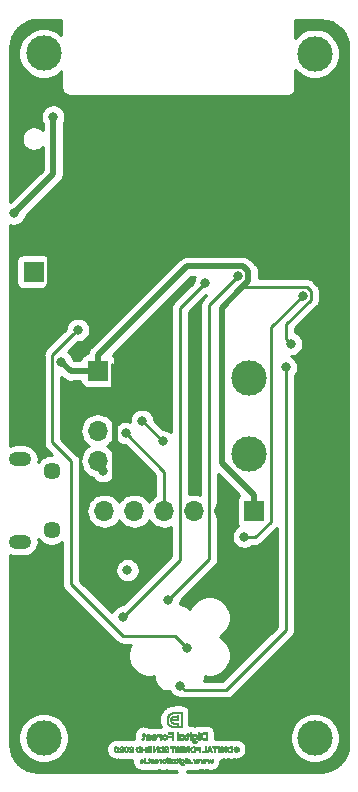
<source format=gbl>
G04 #@! TF.GenerationSoftware,KiCad,Pcbnew,(5.1.4)-1*
G04 #@! TF.CreationDate,2020-07-01T21:20:44+08:00*
G04 #@! TF.ProjectId,esp-break,6573702d-6272-4656-916b-2e6b69636164,rev?*
G04 #@! TF.SameCoordinates,Original*
G04 #@! TF.FileFunction,Copper,L2,Bot*
G04 #@! TF.FilePolarity,Positive*
%FSLAX46Y46*%
G04 Gerber Fmt 4.6, Leading zero omitted, Abs format (unit mm)*
G04 Created by KiCad (PCBNEW (5.1.4)-1) date 2020-07-01 21:20:44*
%MOMM*%
%LPD*%
G04 APERTURE LIST*
%ADD10C,0.010000*%
%ADD11C,3.000000*%
%ADD12O,1.700000X1.700000*%
%ADD13R,1.700000X1.700000*%
%ADD14C,1.450000*%
%ADD15O,1.900000X1.200000*%
%ADD16C,0.800000*%
%ADD17C,0.250000*%
%ADD18C,0.500000*%
%ADD19C,0.254000*%
G04 APERTURE END LIST*
D10*
G36*
X121401350Y-112986613D02*
G01*
X121371765Y-113004298D01*
X121355993Y-113023763D01*
X121359841Y-113040348D01*
X121373048Y-113056098D01*
X121395906Y-113074706D01*
X121417847Y-113071393D01*
X121425071Y-113067224D01*
X121457323Y-113059584D01*
X121484948Y-113072448D01*
X121502535Y-113098110D01*
X121504673Y-113128861D01*
X121487318Y-113155893D01*
X121463764Y-113167103D01*
X121433595Y-113159966D01*
X121428363Y-113157655D01*
X121397365Y-113148430D01*
X121373186Y-113158215D01*
X121364164Y-113165834D01*
X121345804Y-113184805D01*
X121348004Y-113198482D01*
X121367557Y-113215754D01*
X121414801Y-113237599D01*
X121470061Y-113239809D01*
X121521713Y-113223017D01*
X121544141Y-113206142D01*
X121572625Y-113159717D01*
X121580676Y-113104582D01*
X121568368Y-113050767D01*
X121542704Y-113014253D01*
X121500286Y-112989291D01*
X121449533Y-112979866D01*
X121401350Y-112986613D01*
X121401350Y-112986613D01*
G37*
X121401350Y-112986613D02*
X121371765Y-113004298D01*
X121355993Y-113023763D01*
X121359841Y-113040348D01*
X121373048Y-113056098D01*
X121395906Y-113074706D01*
X121417847Y-113071393D01*
X121425071Y-113067224D01*
X121457323Y-113059584D01*
X121484948Y-113072448D01*
X121502535Y-113098110D01*
X121504673Y-113128861D01*
X121487318Y-113155893D01*
X121463764Y-113167103D01*
X121433595Y-113159966D01*
X121428363Y-113157655D01*
X121397365Y-113148430D01*
X121373186Y-113158215D01*
X121364164Y-113165834D01*
X121345804Y-113184805D01*
X121348004Y-113198482D01*
X121367557Y-113215754D01*
X121414801Y-113237599D01*
X121470061Y-113239809D01*
X121521713Y-113223017D01*
X121544141Y-113206142D01*
X121572625Y-113159717D01*
X121580676Y-113104582D01*
X121568368Y-113050767D01*
X121542704Y-113014253D01*
X121500286Y-112989291D01*
X121449533Y-112979866D01*
X121401350Y-112986613D01*
G36*
X111632413Y-112890897D02*
G01*
X111579580Y-112924172D01*
X111545826Y-112972869D01*
X111540049Y-112990478D01*
X111535859Y-113053822D01*
X111556081Y-113106071D01*
X111598166Y-113144469D01*
X111659565Y-113166260D01*
X111706347Y-113170222D01*
X111763852Y-113178399D01*
X111800391Y-113201997D01*
X111813859Y-113239615D01*
X111813889Y-113241786D01*
X111811717Y-113254188D01*
X111801810Y-113262130D01*
X111779080Y-113266591D01*
X111738441Y-113268554D01*
X111674806Y-113269000D01*
X111531666Y-113269000D01*
X111531666Y-113353667D01*
X111899792Y-113353667D01*
X111895646Y-113251862D01*
X111892753Y-113198531D01*
X111887356Y-113165300D01*
X111876301Y-113144054D01*
X111856434Y-113126678D01*
X111843552Y-113117806D01*
X111783589Y-113091342D01*
X111740319Y-113085556D01*
X111679331Y-113078485D01*
X111642680Y-113057305D01*
X111630444Y-113022059D01*
X111630444Y-113022056D01*
X111642183Y-112988236D01*
X111672066Y-112966398D01*
X111712093Y-112957896D01*
X111754264Y-112964084D01*
X111790578Y-112986315D01*
X111797256Y-112993834D01*
X111832794Y-113022229D01*
X111861781Y-113029111D01*
X111890460Y-113021056D01*
X111900051Y-113000199D01*
X111893394Y-112971506D01*
X111873329Y-112939943D01*
X111842697Y-112910474D01*
X111804337Y-112888066D01*
X111776241Y-112879569D01*
X111699556Y-112875283D01*
X111632413Y-112890897D01*
X111632413Y-112890897D01*
G37*
X111632413Y-112890897D02*
X111579580Y-112924172D01*
X111545826Y-112972869D01*
X111540049Y-112990478D01*
X111535859Y-113053822D01*
X111556081Y-113106071D01*
X111598166Y-113144469D01*
X111659565Y-113166260D01*
X111706347Y-113170222D01*
X111763852Y-113178399D01*
X111800391Y-113201997D01*
X111813859Y-113239615D01*
X111813889Y-113241786D01*
X111811717Y-113254188D01*
X111801810Y-113262130D01*
X111779080Y-113266591D01*
X111738441Y-113268554D01*
X111674806Y-113269000D01*
X111531666Y-113269000D01*
X111531666Y-113353667D01*
X111899792Y-113353667D01*
X111895646Y-113251862D01*
X111892753Y-113198531D01*
X111887356Y-113165300D01*
X111876301Y-113144054D01*
X111856434Y-113126678D01*
X111843552Y-113117806D01*
X111783589Y-113091342D01*
X111740319Y-113085556D01*
X111679331Y-113078485D01*
X111642680Y-113057305D01*
X111630444Y-113022059D01*
X111630444Y-113022056D01*
X111642183Y-112988236D01*
X111672066Y-112966398D01*
X111712093Y-112957896D01*
X111754264Y-112964084D01*
X111790578Y-112986315D01*
X111797256Y-112993834D01*
X111832794Y-113022229D01*
X111861781Y-113029111D01*
X111890460Y-113021056D01*
X111900051Y-113000199D01*
X111893394Y-112971506D01*
X111873329Y-112939943D01*
X111842697Y-112910474D01*
X111804337Y-112888066D01*
X111776241Y-112879569D01*
X111699556Y-112875283D01*
X111632413Y-112890897D01*
G36*
X112521068Y-112879067D02*
G01*
X112461025Y-112900166D01*
X112415238Y-112935191D01*
X112400437Y-112956743D01*
X112380643Y-113019130D01*
X112386426Y-113074893D01*
X112415334Y-113120707D01*
X112464916Y-113153243D01*
X112532719Y-113169175D01*
X112557755Y-113170222D01*
X112614883Y-113177859D01*
X112649570Y-113200229D01*
X112660555Y-113234219D01*
X112659642Y-113250003D01*
X112653469Y-113260101D01*
X112636882Y-113265783D01*
X112604729Y-113268318D01*
X112551858Y-113268977D01*
X112519444Y-113269000D01*
X112378333Y-113269000D01*
X112378333Y-113353667D01*
X112746458Y-113353667D01*
X112742312Y-113251862D01*
X112739420Y-113198531D01*
X112734023Y-113165300D01*
X112722967Y-113144054D01*
X112703101Y-113126678D01*
X112690218Y-113117806D01*
X112630256Y-113091342D01*
X112586985Y-113085556D01*
X112525998Y-113078485D01*
X112489347Y-113057305D01*
X112477111Y-113022059D01*
X112477111Y-113022056D01*
X112488850Y-112988236D01*
X112518732Y-112966398D01*
X112558759Y-112957896D01*
X112600930Y-112964084D01*
X112637245Y-112986315D01*
X112643923Y-112993834D01*
X112679461Y-113022229D01*
X112708447Y-113029111D01*
X112737149Y-113020522D01*
X112747182Y-112998417D01*
X112740733Y-112968293D01*
X112719991Y-112935645D01*
X112687147Y-112905968D01*
X112652018Y-112887437D01*
X112587391Y-112874091D01*
X112521068Y-112879067D01*
X112521068Y-112879067D01*
G37*
X112521068Y-112879067D02*
X112461025Y-112900166D01*
X112415238Y-112935191D01*
X112400437Y-112956743D01*
X112380643Y-113019130D01*
X112386426Y-113074893D01*
X112415334Y-113120707D01*
X112464916Y-113153243D01*
X112532719Y-113169175D01*
X112557755Y-113170222D01*
X112614883Y-113177859D01*
X112649570Y-113200229D01*
X112660555Y-113234219D01*
X112659642Y-113250003D01*
X112653469Y-113260101D01*
X112636882Y-113265783D01*
X112604729Y-113268318D01*
X112551858Y-113268977D01*
X112519444Y-113269000D01*
X112378333Y-113269000D01*
X112378333Y-113353667D01*
X112746458Y-113353667D01*
X112742312Y-113251862D01*
X112739420Y-113198531D01*
X112734023Y-113165300D01*
X112722967Y-113144054D01*
X112703101Y-113126678D01*
X112690218Y-113117806D01*
X112630256Y-113091342D01*
X112586985Y-113085556D01*
X112525998Y-113078485D01*
X112489347Y-113057305D01*
X112477111Y-113022059D01*
X112477111Y-113022056D01*
X112488850Y-112988236D01*
X112518732Y-112966398D01*
X112558759Y-112957896D01*
X112600930Y-112964084D01*
X112637245Y-112986315D01*
X112643923Y-112993834D01*
X112679461Y-113022229D01*
X112708447Y-113029111D01*
X112737149Y-113020522D01*
X112747182Y-112998417D01*
X112740733Y-112968293D01*
X112719991Y-112935645D01*
X112687147Y-112905968D01*
X112652018Y-112887437D01*
X112587391Y-112874091D01*
X112521068Y-112879067D01*
G36*
X113203254Y-112881933D02*
G01*
X113120121Y-112885883D01*
X113058777Y-112897968D01*
X113013341Y-112920772D01*
X112977933Y-112956876D01*
X112956650Y-112990219D01*
X112938200Y-113030251D01*
X112930304Y-113071617D01*
X112930723Y-113126865D01*
X112931108Y-113133201D01*
X112943797Y-113212800D01*
X112971936Y-113272760D01*
X113017833Y-113314858D01*
X113083791Y-113340874D01*
X113172115Y-113352586D01*
X113216890Y-113353667D01*
X113338571Y-113353667D01*
X113332335Y-112972667D01*
X113239111Y-112972667D01*
X113239111Y-113254889D01*
X113163959Y-113254889D01*
X113115155Y-113252337D01*
X113083151Y-113242206D01*
X113056790Y-113220779D01*
X113054598Y-113218474D01*
X113031890Y-113186428D01*
X113021897Y-113146841D01*
X113020389Y-113111419D01*
X113029866Y-113047847D01*
X113058919Y-113004130D01*
X113108475Y-112979404D01*
X113169342Y-112972667D01*
X113239111Y-112972667D01*
X113332335Y-112972667D01*
X113330833Y-112880945D01*
X113203254Y-112881933D01*
X113203254Y-112881933D01*
G37*
X113203254Y-112881933D02*
X113120121Y-112885883D01*
X113058777Y-112897968D01*
X113013341Y-112920772D01*
X112977933Y-112956876D01*
X112956650Y-112990219D01*
X112938200Y-113030251D01*
X112930304Y-113071617D01*
X112930723Y-113126865D01*
X112931108Y-113133201D01*
X112943797Y-113212800D01*
X112971936Y-113272760D01*
X113017833Y-113314858D01*
X113083791Y-113340874D01*
X113172115Y-113352586D01*
X113216890Y-113353667D01*
X113338571Y-113353667D01*
X113332335Y-112972667D01*
X113239111Y-112972667D01*
X113239111Y-113254889D01*
X113163959Y-113254889D01*
X113115155Y-113252337D01*
X113083151Y-113242206D01*
X113056790Y-113220779D01*
X113054598Y-113218474D01*
X113031890Y-113186428D01*
X113021897Y-113146841D01*
X113020389Y-113111419D01*
X113029866Y-113047847D01*
X113058919Y-113004130D01*
X113108475Y-112979404D01*
X113169342Y-112972667D01*
X113239111Y-112972667D01*
X113332335Y-112972667D01*
X113330833Y-112880945D01*
X113203254Y-112881933D01*
G36*
X113704777Y-113071445D02*
G01*
X113493111Y-113071445D01*
X113493111Y-112888000D01*
X113394333Y-112888000D01*
X113394333Y-113353667D01*
X113493111Y-113353667D01*
X113493111Y-113170222D01*
X113704777Y-113170222D01*
X113704777Y-113353667D01*
X113789444Y-113353667D01*
X113789444Y-112888000D01*
X113704777Y-112888000D01*
X113704777Y-113071445D01*
X113704777Y-113071445D01*
G37*
X113704777Y-113071445D02*
X113493111Y-113071445D01*
X113493111Y-112888000D01*
X113394333Y-112888000D01*
X113394333Y-113353667D01*
X113493111Y-113353667D01*
X113493111Y-113170222D01*
X113704777Y-113170222D01*
X113704777Y-113353667D01*
X113789444Y-113353667D01*
X113789444Y-112888000D01*
X113704777Y-112888000D01*
X113704777Y-113071445D01*
G36*
X114016989Y-112883405D02*
G01*
X113957802Y-112890559D01*
X113927194Y-112900134D01*
X113887911Y-112934758D01*
X113865292Y-112982358D01*
X113861830Y-113033638D01*
X113879365Y-113078424D01*
X113890406Y-113100123D01*
X113886123Y-113123160D01*
X113872363Y-113148148D01*
X113850088Y-113196500D01*
X113849809Y-113239927D01*
X113866627Y-113282282D01*
X113889734Y-113312533D01*
X113925365Y-113333523D01*
X113977740Y-113346495D01*
X114051077Y-113352687D01*
X114109391Y-113353667D01*
X114241682Y-113353667D01*
X114238449Y-113156111D01*
X114142222Y-113156111D01*
X114142222Y-113269000D01*
X114079641Y-113269000D01*
X114031606Y-113265848D01*
X113989419Y-113258005D01*
X113980863Y-113255238D01*
X113951708Y-113232628D01*
X113945819Y-113201158D01*
X113961600Y-113173045D01*
X113984221Y-113163797D01*
X114024889Y-113157646D01*
X114060378Y-113156111D01*
X114142222Y-113156111D01*
X114238449Y-113156111D01*
X114237063Y-113071445D01*
X114142222Y-113071445D01*
X114074363Y-113071445D01*
X114028425Y-113067688D01*
X113991258Y-113058202D01*
X113981107Y-113052873D01*
X113962816Y-113026863D01*
X113960913Y-113007012D01*
X113968209Y-112991513D01*
X113987061Y-112982352D01*
X114024011Y-112977319D01*
X114054169Y-112975521D01*
X114142222Y-112971320D01*
X114142222Y-113071445D01*
X114237063Y-113071445D01*
X114233944Y-112880945D01*
X114098497Y-112880945D01*
X114016989Y-112883405D01*
X114016989Y-112883405D01*
G37*
X114016989Y-112883405D02*
X113957802Y-112890559D01*
X113927194Y-112900134D01*
X113887911Y-112934758D01*
X113865292Y-112982358D01*
X113861830Y-113033638D01*
X113879365Y-113078424D01*
X113890406Y-113100123D01*
X113886123Y-113123160D01*
X113872363Y-113148148D01*
X113850088Y-113196500D01*
X113849809Y-113239927D01*
X113866627Y-113282282D01*
X113889734Y-113312533D01*
X113925365Y-113333523D01*
X113977740Y-113346495D01*
X114051077Y-113352687D01*
X114109391Y-113353667D01*
X114241682Y-113353667D01*
X114238449Y-113156111D01*
X114142222Y-113156111D01*
X114142222Y-113269000D01*
X114079641Y-113269000D01*
X114031606Y-113265848D01*
X113989419Y-113258005D01*
X113980863Y-113255238D01*
X113951708Y-113232628D01*
X113945819Y-113201158D01*
X113961600Y-113173045D01*
X113984221Y-113163797D01*
X114024889Y-113157646D01*
X114060378Y-113156111D01*
X114142222Y-113156111D01*
X114238449Y-113156111D01*
X114237063Y-113071445D01*
X114142222Y-113071445D01*
X114074363Y-113071445D01*
X114028425Y-113067688D01*
X113991258Y-113058202D01*
X113981107Y-113052873D01*
X113962816Y-113026863D01*
X113960913Y-113007012D01*
X113968209Y-112991513D01*
X113987061Y-112982352D01*
X114024011Y-112977319D01*
X114054169Y-112975521D01*
X114142222Y-112971320D01*
X114142222Y-113071445D01*
X114237063Y-113071445D01*
X114233944Y-112880945D01*
X114098497Y-112880945D01*
X114016989Y-112883405D01*
G36*
X114438555Y-113113778D02*
G01*
X114438709Y-113201198D01*
X114439475Y-113264335D01*
X114441311Y-113307128D01*
X114444677Y-113333518D01*
X114450031Y-113347442D01*
X114457830Y-113352840D01*
X114466469Y-113353667D01*
X114488052Y-113342732D01*
X114522093Y-113309433D01*
X114569287Y-113253030D01*
X114607580Y-113203316D01*
X114720777Y-113052965D01*
X114720777Y-113353667D01*
X114820238Y-113353667D01*
X114812500Y-112880945D01*
X114777775Y-112880945D01*
X114758462Y-112885936D01*
X114734827Y-112903064D01*
X114703546Y-112935558D01*
X114661294Y-112986648D01*
X114636663Y-113018051D01*
X114530277Y-113155157D01*
X114522235Y-112873889D01*
X114438555Y-112873889D01*
X114438555Y-113113778D01*
X114438555Y-113113778D01*
G37*
X114438555Y-113113778D02*
X114438709Y-113201198D01*
X114439475Y-113264335D01*
X114441311Y-113307128D01*
X114444677Y-113333518D01*
X114450031Y-113347442D01*
X114457830Y-113352840D01*
X114466469Y-113353667D01*
X114488052Y-113342732D01*
X114522093Y-113309433D01*
X114569287Y-113253030D01*
X114607580Y-113203316D01*
X114720777Y-113052965D01*
X114720777Y-113353667D01*
X114820238Y-113353667D01*
X114812500Y-112880945D01*
X114777775Y-112880945D01*
X114758462Y-112885936D01*
X114734827Y-112903064D01*
X114703546Y-112935558D01*
X114661294Y-112986648D01*
X114636663Y-113018051D01*
X114530277Y-113155157D01*
X114522235Y-112873889D01*
X114438555Y-112873889D01*
X114438555Y-113113778D01*
G36*
X115147165Y-112882071D02*
G01*
X115070932Y-112885029D01*
X115015560Y-112894475D01*
X114973885Y-112913565D01*
X114938743Y-112945456D01*
X114906529Y-112988075D01*
X114888019Y-113019949D01*
X114878989Y-113052814D01*
X114877302Y-113097392D01*
X114878586Y-113128205D01*
X114890372Y-113209092D01*
X114917310Y-113270075D01*
X114961761Y-113313016D01*
X115026084Y-113339779D01*
X115112642Y-113352228D01*
X115164224Y-113353667D01*
X115285904Y-113353667D01*
X115279668Y-112972667D01*
X115186444Y-112972667D01*
X115186444Y-113254889D01*
X115111293Y-113254889D01*
X115061590Y-113252122D01*
X115029166Y-113241612D01*
X115004901Y-113221635D01*
X114973628Y-113169221D01*
X114964526Y-113108092D01*
X114979048Y-113048693D01*
X114980487Y-113045825D01*
X115009351Y-113004599D01*
X115047562Y-112981645D01*
X115102712Y-112973039D01*
X115122016Y-112972667D01*
X115186444Y-112972667D01*
X115279668Y-112972667D01*
X115278166Y-112880945D01*
X115147165Y-112882071D01*
X115147165Y-112882071D01*
G37*
X115147165Y-112882071D02*
X115070932Y-112885029D01*
X115015560Y-112894475D01*
X114973885Y-112913565D01*
X114938743Y-112945456D01*
X114906529Y-112988075D01*
X114888019Y-113019949D01*
X114878989Y-113052814D01*
X114877302Y-113097392D01*
X114878586Y-113128205D01*
X114890372Y-113209092D01*
X114917310Y-113270075D01*
X114961761Y-113313016D01*
X115026084Y-113339779D01*
X115112642Y-113352228D01*
X115164224Y-113353667D01*
X115285904Y-113353667D01*
X115279668Y-112972667D01*
X115186444Y-112972667D01*
X115186444Y-113254889D01*
X115111293Y-113254889D01*
X115061590Y-113252122D01*
X115029166Y-113241612D01*
X115004901Y-113221635D01*
X114973628Y-113169221D01*
X114964526Y-113108092D01*
X114979048Y-113048693D01*
X114980487Y-113045825D01*
X115009351Y-113004599D01*
X115047562Y-112981645D01*
X115102712Y-112973039D01*
X115122016Y-112972667D01*
X115186444Y-112972667D01*
X115279668Y-112972667D01*
X115278166Y-112880945D01*
X115147165Y-112882071D01*
G36*
X115877889Y-112972667D02*
G01*
X116019000Y-112972667D01*
X116019000Y-113353667D01*
X116103666Y-113353667D01*
X116103666Y-112972667D01*
X116244777Y-112972667D01*
X116244777Y-112873889D01*
X115877889Y-112873889D01*
X115877889Y-112972667D01*
X115877889Y-112972667D01*
G37*
X115877889Y-112972667D02*
X116019000Y-112972667D01*
X116019000Y-113353667D01*
X116103666Y-113353667D01*
X116103666Y-112972667D01*
X116244777Y-112972667D01*
X116244777Y-112873889D01*
X115877889Y-112873889D01*
X115877889Y-112972667D01*
G36*
X116724555Y-112972667D02*
G01*
X116978555Y-112972667D01*
X116978555Y-113071445D01*
X116724555Y-113071445D01*
X116724555Y-113155013D01*
X116848027Y-113159090D01*
X116971500Y-113163167D01*
X116975922Y-113209028D01*
X116980343Y-113254889D01*
X116724555Y-113254889D01*
X116724555Y-113353667D01*
X117063222Y-113353667D01*
X117063222Y-112873889D01*
X116724555Y-112873889D01*
X116724555Y-112972667D01*
X116724555Y-112972667D01*
G37*
X116724555Y-112972667D02*
X116978555Y-112972667D01*
X116978555Y-113071445D01*
X116724555Y-113071445D01*
X116724555Y-113155013D01*
X116848027Y-113159090D01*
X116971500Y-113163167D01*
X116975922Y-113209028D01*
X116980343Y-113254889D01*
X116724555Y-113254889D01*
X116724555Y-113353667D01*
X117063222Y-113353667D01*
X117063222Y-112873889D01*
X116724555Y-112873889D01*
X116724555Y-112972667D01*
G36*
X117276517Y-112883772D02*
G01*
X117216769Y-112893720D01*
X117174569Y-112912988D01*
X117144794Y-112943775D01*
X117125138Y-112981336D01*
X117113073Y-113039660D01*
X117121841Y-113097269D01*
X117149027Y-113145311D01*
X117175943Y-113167513D01*
X117216404Y-113190734D01*
X117153924Y-113263868D01*
X117122558Y-113301716D01*
X117100130Y-113330942D01*
X117091445Y-113345281D01*
X117091444Y-113345334D01*
X117103921Y-113350671D01*
X117134856Y-113353453D01*
X117144361Y-113353571D01*
X117174671Y-113351032D01*
X117199484Y-113340250D01*
X117226222Y-113316283D01*
X117260777Y-113276056D01*
X117299953Y-113231888D01*
X117330176Y-113207569D01*
X117357112Y-113198807D01*
X117363083Y-113198540D01*
X117385278Y-113200092D01*
X117396832Y-113209506D01*
X117401212Y-113233710D01*
X117401889Y-113276056D01*
X117401889Y-113353667D01*
X117501349Y-113353667D01*
X117497423Y-113113778D01*
X117401889Y-113113778D01*
X117326465Y-113113778D01*
X117275098Y-113110659D01*
X117242362Y-113099592D01*
X117225113Y-113085128D01*
X117207533Y-113056163D01*
X117210994Y-113022962D01*
X117212627Y-113018101D01*
X117222385Y-112996852D01*
X117237884Y-112984780D01*
X117266717Y-112978694D01*
X117313978Y-112975521D01*
X117401889Y-112971320D01*
X117401889Y-113113778D01*
X117497423Y-113113778D01*
X117493611Y-112880945D01*
X117358932Y-112880945D01*
X117276517Y-112883772D01*
X117276517Y-112883772D01*
G37*
X117276517Y-112883772D02*
X117216769Y-112893720D01*
X117174569Y-112912988D01*
X117144794Y-112943775D01*
X117125138Y-112981336D01*
X117113073Y-113039660D01*
X117121841Y-113097269D01*
X117149027Y-113145311D01*
X117175943Y-113167513D01*
X117216404Y-113190734D01*
X117153924Y-113263868D01*
X117122558Y-113301716D01*
X117100130Y-113330942D01*
X117091445Y-113345281D01*
X117091444Y-113345334D01*
X117103921Y-113350671D01*
X117134856Y-113353453D01*
X117144361Y-113353571D01*
X117174671Y-113351032D01*
X117199484Y-113340250D01*
X117226222Y-113316283D01*
X117260777Y-113276056D01*
X117299953Y-113231888D01*
X117330176Y-113207569D01*
X117357112Y-113198807D01*
X117363083Y-113198540D01*
X117385278Y-113200092D01*
X117396832Y-113209506D01*
X117401212Y-113233710D01*
X117401889Y-113276056D01*
X117401889Y-113353667D01*
X117501349Y-113353667D01*
X117497423Y-113113778D01*
X117401889Y-113113778D01*
X117326465Y-113113778D01*
X117275098Y-113110659D01*
X117242362Y-113099592D01*
X117225113Y-113085128D01*
X117207533Y-113056163D01*
X117210994Y-113022962D01*
X117212627Y-113018101D01*
X117222385Y-112996852D01*
X117237884Y-112984780D01*
X117266717Y-112978694D01*
X117313978Y-112975521D01*
X117401889Y-112971320D01*
X117401889Y-113113778D01*
X117497423Y-113113778D01*
X117493611Y-112880945D01*
X117358932Y-112880945D01*
X117276517Y-112883772D01*
G36*
X118065111Y-112972667D02*
G01*
X118305000Y-112972667D01*
X118305000Y-113085556D01*
X118079222Y-113085556D01*
X118079222Y-113184334D01*
X118305000Y-113184334D01*
X118305000Y-113353667D01*
X118389666Y-113353667D01*
X118389666Y-112888000D01*
X118065111Y-112888000D01*
X118065111Y-112972667D01*
X118065111Y-112972667D01*
G37*
X118065111Y-112972667D02*
X118305000Y-112972667D01*
X118305000Y-113085556D01*
X118079222Y-113085556D01*
X118079222Y-113184334D01*
X118305000Y-113184334D01*
X118305000Y-113353667D01*
X118389666Y-113353667D01*
X118389666Y-112888000D01*
X118065111Y-112888000D01*
X118065111Y-112972667D01*
G36*
X118805944Y-113261945D02*
G01*
X118689527Y-113266043D01*
X118573111Y-113270142D01*
X118573111Y-113353667D01*
X118897666Y-113353667D01*
X118897666Y-112873889D01*
X118813796Y-112873889D01*
X118805944Y-113261945D01*
X118805944Y-113261945D01*
G37*
X118805944Y-113261945D02*
X118689527Y-113266043D01*
X118573111Y-113270142D01*
X118573111Y-113353667D01*
X118897666Y-113353667D01*
X118897666Y-112873889D01*
X118813796Y-112873889D01*
X118805944Y-113261945D01*
G36*
X119049252Y-113088382D02*
G01*
X119017412Y-113162180D01*
X118989063Y-113228197D01*
X118966303Y-113281517D01*
X118951235Y-113317224D01*
X118946439Y-113328972D01*
X118944551Y-113345363D01*
X118959926Y-113352404D01*
X118988613Y-113353667D01*
X119024853Y-113350263D01*
X119044348Y-113335324D01*
X119055003Y-113311334D01*
X119069761Y-113269000D01*
X119308357Y-113269000D01*
X119323114Y-113311334D01*
X119338208Y-113340994D01*
X119362362Y-113352363D01*
X119385880Y-113353667D01*
X119417982Y-113350787D01*
X119433599Y-113343730D01*
X119433889Y-113342505D01*
X119428569Y-113326480D01*
X119413820Y-113289003D01*
X119391457Y-113234505D01*
X119364468Y-113170222D01*
X119263115Y-113170222D01*
X119193280Y-113170222D01*
X119153264Y-113167988D01*
X119127998Y-113162280D01*
X119123444Y-113157921D01*
X119128823Y-113139250D01*
X119142744Y-113103617D01*
X119157342Y-113069726D01*
X119176437Y-113028291D01*
X119188124Y-113009558D01*
X119196176Y-113010317D01*
X119204365Y-113027357D01*
X119205054Y-113029111D01*
X119219840Y-113065963D01*
X119238165Y-113110528D01*
X119240991Y-113117306D01*
X119263115Y-113170222D01*
X119364468Y-113170222D01*
X119363292Y-113167422D01*
X119337148Y-113106144D01*
X119240408Y-112880945D01*
X119191506Y-112876716D01*
X119142605Y-112872486D01*
X119049252Y-113088382D01*
X119049252Y-113088382D01*
G37*
X119049252Y-113088382D02*
X119017412Y-113162180D01*
X118989063Y-113228197D01*
X118966303Y-113281517D01*
X118951235Y-113317224D01*
X118946439Y-113328972D01*
X118944551Y-113345363D01*
X118959926Y-113352404D01*
X118988613Y-113353667D01*
X119024853Y-113350263D01*
X119044348Y-113335324D01*
X119055003Y-113311334D01*
X119069761Y-113269000D01*
X119308357Y-113269000D01*
X119323114Y-113311334D01*
X119338208Y-113340994D01*
X119362362Y-113352363D01*
X119385880Y-113353667D01*
X119417982Y-113350787D01*
X119433599Y-113343730D01*
X119433889Y-113342505D01*
X119428569Y-113326480D01*
X119413820Y-113289003D01*
X119391457Y-113234505D01*
X119364468Y-113170222D01*
X119263115Y-113170222D01*
X119193280Y-113170222D01*
X119153264Y-113167988D01*
X119127998Y-113162280D01*
X119123444Y-113157921D01*
X119128823Y-113139250D01*
X119142744Y-113103617D01*
X119157342Y-113069726D01*
X119176437Y-113028291D01*
X119188124Y-113009558D01*
X119196176Y-113010317D01*
X119204365Y-113027357D01*
X119205054Y-113029111D01*
X119219840Y-113065963D01*
X119238165Y-113110528D01*
X119240991Y-113117306D01*
X119263115Y-113170222D01*
X119364468Y-113170222D01*
X119363292Y-113167422D01*
X119337148Y-113106144D01*
X119240408Y-112880945D01*
X119191506Y-112876716D01*
X119142605Y-112872486D01*
X119049252Y-113088382D01*
G36*
X119627916Y-112877007D02*
G01*
X119440944Y-112880945D01*
X119440944Y-112923278D01*
X119442857Y-112948945D01*
X119453559Y-112962065D01*
X119480494Y-112967816D01*
X119507972Y-112969912D01*
X119575000Y-112974213D01*
X119575000Y-113353667D01*
X119673777Y-113353667D01*
X119673777Y-112972667D01*
X119814889Y-112972667D01*
X119814889Y-112873070D01*
X119627916Y-112877007D01*
X119627916Y-112877007D01*
G37*
X119627916Y-112877007D02*
X119440944Y-112880945D01*
X119440944Y-112923278D01*
X119442857Y-112948945D01*
X119453559Y-112962065D01*
X119480494Y-112967816D01*
X119507972Y-112969912D01*
X119575000Y-112974213D01*
X119575000Y-113353667D01*
X119673777Y-113353667D01*
X119673777Y-112972667D01*
X119814889Y-112972667D01*
X119814889Y-112873070D01*
X119627916Y-112877007D01*
G36*
X119885444Y-113353667D02*
G01*
X119970111Y-113353667D01*
X119970111Y-112873889D01*
X119885444Y-112873889D01*
X119885444Y-113353667D01*
X119885444Y-113353667D01*
G37*
X119885444Y-113353667D02*
X119970111Y-113353667D01*
X119970111Y-112873889D01*
X119885444Y-112873889D01*
X119885444Y-113353667D01*
G36*
X120520444Y-113353667D02*
G01*
X120605111Y-113353667D01*
X120605111Y-112873889D01*
X120520444Y-112873889D01*
X120520444Y-113353667D01*
X120520444Y-113353667D01*
G37*
X120520444Y-113353667D02*
X120605111Y-113353667D01*
X120605111Y-112873889D01*
X120520444Y-112873889D01*
X120520444Y-113353667D01*
G36*
X120944674Y-112877165D02*
G01*
X120858797Y-112885669D01*
X120795155Y-112901738D01*
X120748176Y-112928109D01*
X120712287Y-112967524D01*
X120692383Y-113001212D01*
X120669752Y-113067788D01*
X120664502Y-113139473D01*
X120676375Y-113206396D01*
X120698914Y-113251075D01*
X120734618Y-113293346D01*
X120771409Y-113321576D01*
X120816472Y-113338785D01*
X120876988Y-113347995D01*
X120937723Y-113351501D01*
X121070777Y-113356391D01*
X121070777Y-112972667D01*
X120986111Y-112972667D01*
X120986111Y-113254889D01*
X120907858Y-113254889D01*
X120857369Y-113252376D01*
X120824040Y-113242629D01*
X120797083Y-113222339D01*
X120794969Y-113220253D01*
X120768213Y-113180727D01*
X120760333Y-113129349D01*
X120760333Y-113129194D01*
X120768435Y-113060430D01*
X120794073Y-113012756D01*
X120839241Y-112984257D01*
X120905936Y-112973015D01*
X120923275Y-112972667D01*
X120986111Y-112972667D01*
X121070777Y-112972667D01*
X121070777Y-112869974D01*
X120944674Y-112877165D01*
X120944674Y-112877165D01*
G37*
X120944674Y-112877165D02*
X120858797Y-112885669D01*
X120795155Y-112901738D01*
X120748176Y-112928109D01*
X120712287Y-112967524D01*
X120692383Y-113001212D01*
X120669752Y-113067788D01*
X120664502Y-113139473D01*
X120676375Y-113206396D01*
X120698914Y-113251075D01*
X120734618Y-113293346D01*
X120771409Y-113321576D01*
X120816472Y-113338785D01*
X120876988Y-113347995D01*
X120937723Y-113351501D01*
X121070777Y-113356391D01*
X121070777Y-112972667D01*
X120986111Y-112972667D01*
X120986111Y-113254889D01*
X120907858Y-113254889D01*
X120857369Y-113252376D01*
X120824040Y-113242629D01*
X120797083Y-113222339D01*
X120794969Y-113220253D01*
X120768213Y-113180727D01*
X120760333Y-113129349D01*
X120760333Y-113129194D01*
X120768435Y-113060430D01*
X120794073Y-113012756D01*
X120839241Y-112984257D01*
X120905936Y-112973015D01*
X120923275Y-112972667D01*
X120986111Y-112972667D01*
X121070777Y-112972667D01*
X121070777Y-112869974D01*
X120944674Y-112877165D01*
G36*
X121373785Y-112893276D02*
G01*
X121307459Y-112932998D01*
X121297648Y-112941837D01*
X121249158Y-113003778D01*
X121224756Y-113070182D01*
X121221828Y-113137331D01*
X121237760Y-113201508D01*
X121269939Y-113258995D01*
X121315751Y-113306075D01*
X121372583Y-113339030D01*
X121437822Y-113354142D01*
X121508855Y-113347695D01*
X121567058Y-113325067D01*
X121626782Y-113283029D01*
X121664280Y-113229519D01*
X121682174Y-113159799D01*
X121684164Y-113121309D01*
X121627063Y-113121309D01*
X121620843Y-113157045D01*
X121591966Y-113219395D01*
X121546419Y-113259830D01*
X121482380Y-113279662D01*
X121446839Y-113282217D01*
X121405504Y-113277813D01*
X121370860Y-113259075D01*
X121345365Y-113235965D01*
X121300652Y-113177367D01*
X121284134Y-113118853D01*
X121295790Y-113059897D01*
X121335599Y-112999971D01*
X121336115Y-112999393D01*
X121385712Y-112961609D01*
X121441190Y-112946965D01*
X121497415Y-112952616D01*
X121549250Y-112975720D01*
X121591560Y-113013432D01*
X121619210Y-113062909D01*
X121627063Y-113121309D01*
X121684164Y-113121309D01*
X121684611Y-113112680D01*
X121682780Y-113057588D01*
X121675316Y-113019605D01*
X121659266Y-112987747D01*
X121646048Y-112969300D01*
X121589148Y-112916019D01*
X121520734Y-112885267D01*
X121446912Y-112877526D01*
X121373785Y-112893276D01*
X121373785Y-112893276D01*
G37*
X121373785Y-112893276D02*
X121307459Y-112932998D01*
X121297648Y-112941837D01*
X121249158Y-113003778D01*
X121224756Y-113070182D01*
X121221828Y-113137331D01*
X121237760Y-113201508D01*
X121269939Y-113258995D01*
X121315751Y-113306075D01*
X121372583Y-113339030D01*
X121437822Y-113354142D01*
X121508855Y-113347695D01*
X121567058Y-113325067D01*
X121626782Y-113283029D01*
X121664280Y-113229519D01*
X121682174Y-113159799D01*
X121684164Y-113121309D01*
X121627063Y-113121309D01*
X121620843Y-113157045D01*
X121591966Y-113219395D01*
X121546419Y-113259830D01*
X121482380Y-113279662D01*
X121446839Y-113282217D01*
X121405504Y-113277813D01*
X121370860Y-113259075D01*
X121345365Y-113235965D01*
X121300652Y-113177367D01*
X121284134Y-113118853D01*
X121295790Y-113059897D01*
X121335599Y-112999971D01*
X121336115Y-112999393D01*
X121385712Y-112961609D01*
X121441190Y-112946965D01*
X121497415Y-112952616D01*
X121549250Y-112975720D01*
X121591560Y-113013432D01*
X121619210Y-113062909D01*
X121627063Y-113121309D01*
X121684164Y-113121309D01*
X121684611Y-113112680D01*
X121682780Y-113057588D01*
X121675316Y-113019605D01*
X121659266Y-112987747D01*
X121646048Y-112969300D01*
X121589148Y-112916019D01*
X121520734Y-112885267D01*
X121446912Y-112877526D01*
X121373785Y-112893276D01*
G36*
X111239497Y-112879303D02*
G01*
X111179577Y-112904223D01*
X111129995Y-112949125D01*
X111112840Y-112975571D01*
X111095688Y-113026899D01*
X111087761Y-113092901D01*
X111089002Y-113162704D01*
X111099354Y-113225433D01*
X111114359Y-113263560D01*
X111161359Y-113317182D01*
X111222974Y-113349922D01*
X111292514Y-113359409D01*
X111351883Y-113347772D01*
X111391324Y-113331314D01*
X111420998Y-113315049D01*
X111424667Y-113312301D01*
X111457841Y-113268486D01*
X111479464Y-113206545D01*
X111488678Y-113134467D01*
X111487657Y-113115755D01*
X111390555Y-113115755D01*
X111388402Y-113169977D01*
X111380361Y-113205517D01*
X111364061Y-113231697D01*
X111359873Y-113236341D01*
X111317105Y-113263941D01*
X111269147Y-113266050D01*
X111222732Y-113242759D01*
X111213525Y-113234364D01*
X111193093Y-113208970D01*
X111182586Y-113178801D01*
X111179039Y-113133722D01*
X111178889Y-113115983D01*
X111185046Y-113047643D01*
X111205018Y-113001426D01*
X111241054Y-112973707D01*
X111273203Y-112964077D01*
X111310061Y-112962543D01*
X111340293Y-112978601D01*
X111354342Y-112991615D01*
X111375035Y-113016457D01*
X111386012Y-113044539D01*
X111390151Y-113085720D01*
X111390555Y-113115755D01*
X111487657Y-113115755D01*
X111484627Y-113060246D01*
X111466453Y-112991871D01*
X111460487Y-112978434D01*
X111420250Y-112923930D01*
X111365937Y-112889207D01*
X111303652Y-112874314D01*
X111239497Y-112879303D01*
X111239497Y-112879303D01*
G37*
X111239497Y-112879303D02*
X111179577Y-112904223D01*
X111129995Y-112949125D01*
X111112840Y-112975571D01*
X111095688Y-113026899D01*
X111087761Y-113092901D01*
X111089002Y-113162704D01*
X111099354Y-113225433D01*
X111114359Y-113263560D01*
X111161359Y-113317182D01*
X111222974Y-113349922D01*
X111292514Y-113359409D01*
X111351883Y-113347772D01*
X111391324Y-113331314D01*
X111420998Y-113315049D01*
X111424667Y-113312301D01*
X111457841Y-113268486D01*
X111479464Y-113206545D01*
X111488678Y-113134467D01*
X111487657Y-113115755D01*
X111390555Y-113115755D01*
X111388402Y-113169977D01*
X111380361Y-113205517D01*
X111364061Y-113231697D01*
X111359873Y-113236341D01*
X111317105Y-113263941D01*
X111269147Y-113266050D01*
X111222732Y-113242759D01*
X111213525Y-113234364D01*
X111193093Y-113208970D01*
X111182586Y-113178801D01*
X111179039Y-113133722D01*
X111178889Y-113115983D01*
X111185046Y-113047643D01*
X111205018Y-113001426D01*
X111241054Y-112973707D01*
X111273203Y-112964077D01*
X111310061Y-112962543D01*
X111340293Y-112978601D01*
X111354342Y-112991615D01*
X111375035Y-113016457D01*
X111386012Y-113044539D01*
X111390151Y-113085720D01*
X111390555Y-113115755D01*
X111487657Y-113115755D01*
X111484627Y-113060246D01*
X111466453Y-112991871D01*
X111460487Y-112978434D01*
X111420250Y-112923930D01*
X111365937Y-112889207D01*
X111303652Y-112874314D01*
X111239497Y-112879303D01*
G36*
X112091865Y-112878350D02*
G01*
X112031249Y-112901436D01*
X111981417Y-112944366D01*
X111968540Y-112962769D01*
X111953392Y-112995273D01*
X111944752Y-113036318D01*
X111941229Y-113094019D01*
X111940941Y-113123870D01*
X111941628Y-113182301D01*
X111945223Y-113220921D01*
X111953933Y-113248132D01*
X111969963Y-113272336D01*
X111984383Y-113289333D01*
X112024661Y-113324820D01*
X112069663Y-113349899D01*
X112079633Y-113353245D01*
X112114859Y-113362827D01*
X112137329Y-113365652D01*
X112160005Y-113361106D01*
X112195850Y-113348574D01*
X112198550Y-113347609D01*
X112254516Y-113322490D01*
X112290959Y-113291085D01*
X112316555Y-113245865D01*
X112317019Y-113244759D01*
X112330539Y-113191061D01*
X112335431Y-113123606D01*
X112335393Y-113122867D01*
X112246320Y-113122867D01*
X112238235Y-113177283D01*
X112222144Y-113223642D01*
X112200426Y-113252425D01*
X112197998Y-113253993D01*
X112147690Y-113268299D01*
X112095803Y-113258491D01*
X112060192Y-113234364D01*
X112037543Y-113204599D01*
X112027360Y-113167770D01*
X112025555Y-113129194D01*
X112028694Y-113080076D01*
X112036629Y-113037468D01*
X112041222Y-113024276D01*
X112069730Y-112989532D01*
X112112276Y-112964927D01*
X112144261Y-112958556D01*
X112179553Y-112971015D01*
X112213071Y-113002907D01*
X112237441Y-113046002D01*
X112244018Y-113069911D01*
X112246320Y-113122867D01*
X112335393Y-113122867D01*
X112331863Y-113054462D01*
X112320001Y-112995697D01*
X112313331Y-112978550D01*
X112273998Y-112925208D01*
X112219681Y-112890531D01*
X112156823Y-112874814D01*
X112091865Y-112878350D01*
X112091865Y-112878350D01*
G37*
X112091865Y-112878350D02*
X112031249Y-112901436D01*
X111981417Y-112944366D01*
X111968540Y-112962769D01*
X111953392Y-112995273D01*
X111944752Y-113036318D01*
X111941229Y-113094019D01*
X111940941Y-113123870D01*
X111941628Y-113182301D01*
X111945223Y-113220921D01*
X111953933Y-113248132D01*
X111969963Y-113272336D01*
X111984383Y-113289333D01*
X112024661Y-113324820D01*
X112069663Y-113349899D01*
X112079633Y-113353245D01*
X112114859Y-113362827D01*
X112137329Y-113365652D01*
X112160005Y-113361106D01*
X112195850Y-113348574D01*
X112198550Y-113347609D01*
X112254516Y-113322490D01*
X112290959Y-113291085D01*
X112316555Y-113245865D01*
X112317019Y-113244759D01*
X112330539Y-113191061D01*
X112335431Y-113123606D01*
X112335393Y-113122867D01*
X112246320Y-113122867D01*
X112238235Y-113177283D01*
X112222144Y-113223642D01*
X112200426Y-113252425D01*
X112197998Y-113253993D01*
X112147690Y-113268299D01*
X112095803Y-113258491D01*
X112060192Y-113234364D01*
X112037543Y-113204599D01*
X112027360Y-113167770D01*
X112025555Y-113129194D01*
X112028694Y-113080076D01*
X112036629Y-113037468D01*
X112041222Y-113024276D01*
X112069730Y-112989532D01*
X112112276Y-112964927D01*
X112144261Y-112958556D01*
X112179553Y-112971015D01*
X112213071Y-113002907D01*
X112237441Y-113046002D01*
X112244018Y-113069911D01*
X112246320Y-113122867D01*
X112335393Y-113122867D01*
X112331863Y-113054462D01*
X112320001Y-112995697D01*
X112313331Y-112978550D01*
X112273998Y-112925208D01*
X112219681Y-112890531D01*
X112156823Y-112874814D01*
X112091865Y-112878350D01*
G36*
X115467356Y-112871819D02*
G01*
X115414959Y-112888899D01*
X115402358Y-112896786D01*
X115367775Y-112930713D01*
X115360038Y-112960208D01*
X115379383Y-112984092D01*
X115384322Y-112986951D01*
X115413174Y-112995556D01*
X115438020Y-112982010D01*
X115438090Y-112981947D01*
X115476360Y-112959424D01*
X115520427Y-112950372D01*
X115562507Y-112953969D01*
X115594811Y-112969395D01*
X115609556Y-112995830D01*
X115609777Y-113000043D01*
X115601613Y-113025896D01*
X115574552Y-113044930D01*
X115524740Y-113059343D01*
X115496889Y-113064419D01*
X115425877Y-113081635D01*
X115377966Y-113107740D01*
X115348690Y-113145569D01*
X115341747Y-113162921D01*
X115333066Y-113225563D01*
X115348742Y-113279328D01*
X115385691Y-113321941D01*
X115440832Y-113351125D01*
X115511080Y-113364603D01*
X115593354Y-113360097D01*
X115605736Y-113357887D01*
X115634961Y-113344910D01*
X115669462Y-113320142D01*
X115700685Y-113291039D01*
X115720074Y-113265056D01*
X115722666Y-113255981D01*
X115711191Y-113239129D01*
X115687249Y-113224036D01*
X115659621Y-113215829D01*
X115636251Y-113224367D01*
X115615898Y-113241656D01*
X115575602Y-113266364D01*
X115529272Y-113275872D01*
X115484316Y-113271365D01*
X115448138Y-113254028D01*
X115428146Y-113225046D01*
X115426333Y-113211324D01*
X115436377Y-113184930D01*
X115468432Y-113165032D01*
X115525388Y-113149923D01*
X115532426Y-113148635D01*
X115608218Y-113128973D01*
X115659785Y-113100313D01*
X115690219Y-113060746D01*
X115695144Y-113048157D01*
X115701771Y-112987835D01*
X115681865Y-112933822D01*
X115640100Y-112892721D01*
X115591579Y-112873531D01*
X115530113Y-112866630D01*
X115467356Y-112871819D01*
X115467356Y-112871819D01*
G37*
X115467356Y-112871819D02*
X115414959Y-112888899D01*
X115402358Y-112896786D01*
X115367775Y-112930713D01*
X115360038Y-112960208D01*
X115379383Y-112984092D01*
X115384322Y-112986951D01*
X115413174Y-112995556D01*
X115438020Y-112982010D01*
X115438090Y-112981947D01*
X115476360Y-112959424D01*
X115520427Y-112950372D01*
X115562507Y-112953969D01*
X115594811Y-112969395D01*
X115609556Y-112995830D01*
X115609777Y-113000043D01*
X115601613Y-113025896D01*
X115574552Y-113044930D01*
X115524740Y-113059343D01*
X115496889Y-113064419D01*
X115425877Y-113081635D01*
X115377966Y-113107740D01*
X115348690Y-113145569D01*
X115341747Y-113162921D01*
X115333066Y-113225563D01*
X115348742Y-113279328D01*
X115385691Y-113321941D01*
X115440832Y-113351125D01*
X115511080Y-113364603D01*
X115593354Y-113360097D01*
X115605736Y-113357887D01*
X115634961Y-113344910D01*
X115669462Y-113320142D01*
X115700685Y-113291039D01*
X115720074Y-113265056D01*
X115722666Y-113255981D01*
X115711191Y-113239129D01*
X115687249Y-113224036D01*
X115659621Y-113215829D01*
X115636251Y-113224367D01*
X115615898Y-113241656D01*
X115575602Y-113266364D01*
X115529272Y-113275872D01*
X115484316Y-113271365D01*
X115448138Y-113254028D01*
X115428146Y-113225046D01*
X115426333Y-113211324D01*
X115436377Y-113184930D01*
X115468432Y-113165032D01*
X115525388Y-113149923D01*
X115532426Y-113148635D01*
X115608218Y-113128973D01*
X115659785Y-113100313D01*
X115690219Y-113060746D01*
X115695144Y-113048157D01*
X115701771Y-112987835D01*
X115681865Y-112933822D01*
X115640100Y-112892721D01*
X115591579Y-112873531D01*
X115530113Y-112866630D01*
X115467356Y-112871819D01*
G36*
X116435286Y-112866003D02*
G01*
X116371837Y-112885724D01*
X116340504Y-112904284D01*
X116308709Y-112934208D01*
X116304585Y-112959298D01*
X116328083Y-112980038D01*
X116332972Y-112982354D01*
X116363729Y-112988452D01*
X116398161Y-112975820D01*
X116407055Y-112970582D01*
X116461684Y-112947617D01*
X116508629Y-112951289D01*
X116543378Y-112974934D01*
X116573868Y-113005424D01*
X116543465Y-113030043D01*
X116511524Y-113046541D01*
X116465309Y-113060227D01*
X116441833Y-113064458D01*
X116375829Y-113082055D01*
X116328857Y-113109382D01*
X116302167Y-113136630D01*
X116289974Y-113166775D01*
X116287111Y-113211350D01*
X116291309Y-113260928D01*
X116306298Y-113294143D01*
X116318861Y-113307934D01*
X116382637Y-113349036D01*
X116458760Y-113365709D01*
X116544676Y-113357494D01*
X116564918Y-113352221D01*
X116600417Y-113334412D01*
X116635170Y-113305655D01*
X116660487Y-113274332D01*
X116668111Y-113252684D01*
X116656737Y-113238153D01*
X116634389Y-113224808D01*
X116605162Y-113217254D01*
X116580619Y-113229944D01*
X116572326Y-113237785D01*
X116531535Y-113264678D01*
X116483957Y-113276169D01*
X116437204Y-113273062D01*
X116398885Y-113256160D01*
X116376611Y-113226266D01*
X116374449Y-113216906D01*
X116376454Y-113193818D01*
X116392853Y-113175937D01*
X116427860Y-113160838D01*
X116485688Y-113146098D01*
X116504377Y-113142150D01*
X116578361Y-113118995D01*
X116626922Y-113084820D01*
X116650930Y-113038856D01*
X116654000Y-113010489D01*
X116641608Y-112955350D01*
X116608077Y-112911481D01*
X116558870Y-112880733D01*
X116499451Y-112864956D01*
X116435286Y-112866003D01*
X116435286Y-112866003D01*
G37*
X116435286Y-112866003D02*
X116371837Y-112885724D01*
X116340504Y-112904284D01*
X116308709Y-112934208D01*
X116304585Y-112959298D01*
X116328083Y-112980038D01*
X116332972Y-112982354D01*
X116363729Y-112988452D01*
X116398161Y-112975820D01*
X116407055Y-112970582D01*
X116461684Y-112947617D01*
X116508629Y-112951289D01*
X116543378Y-112974934D01*
X116573868Y-113005424D01*
X116543465Y-113030043D01*
X116511524Y-113046541D01*
X116465309Y-113060227D01*
X116441833Y-113064458D01*
X116375829Y-113082055D01*
X116328857Y-113109382D01*
X116302167Y-113136630D01*
X116289974Y-113166775D01*
X116287111Y-113211350D01*
X116291309Y-113260928D01*
X116306298Y-113294143D01*
X116318861Y-113307934D01*
X116382637Y-113349036D01*
X116458760Y-113365709D01*
X116544676Y-113357494D01*
X116564918Y-113352221D01*
X116600417Y-113334412D01*
X116635170Y-113305655D01*
X116660487Y-113274332D01*
X116668111Y-113252684D01*
X116656737Y-113238153D01*
X116634389Y-113224808D01*
X116605162Y-113217254D01*
X116580619Y-113229944D01*
X116572326Y-113237785D01*
X116531535Y-113264678D01*
X116483957Y-113276169D01*
X116437204Y-113273062D01*
X116398885Y-113256160D01*
X116376611Y-113226266D01*
X116374449Y-113216906D01*
X116376454Y-113193818D01*
X116392853Y-113175937D01*
X116427860Y-113160838D01*
X116485688Y-113146098D01*
X116504377Y-113142150D01*
X116578361Y-113118995D01*
X116626922Y-113084820D01*
X116650930Y-113038856D01*
X116654000Y-113010489D01*
X116641608Y-112955350D01*
X116608077Y-112911481D01*
X116558870Y-112880733D01*
X116499451Y-112864956D01*
X116435286Y-112866003D01*
G36*
X117767855Y-112877354D02*
G01*
X117686909Y-112893312D01*
X117625503Y-112929616D01*
X117583614Y-112986293D01*
X117561221Y-113063368D01*
X117557111Y-113124407D01*
X117567634Y-113206808D01*
X117600473Y-113273632D01*
X117655889Y-113327594D01*
X117708219Y-113351558D01*
X117774120Y-113361476D01*
X117842119Y-113356314D01*
X117874611Y-113347287D01*
X117936661Y-113310983D01*
X117981572Y-113257606D01*
X118009087Y-113192696D01*
X118014801Y-113151608D01*
X117922616Y-113151608D01*
X117915886Y-113183940D01*
X117897314Y-113213594D01*
X117888976Y-113223791D01*
X117858535Y-113253838D01*
X117826317Y-113266697D01*
X117789477Y-113269000D01*
X117732102Y-113260966D01*
X117690565Y-113236785D01*
X117661133Y-113199531D01*
X117646716Y-113147183D01*
X117645873Y-113140345D01*
X117648935Y-113070898D01*
X117672926Y-113015678D01*
X117714549Y-112978099D01*
X117770507Y-112961573D01*
X117815994Y-112964273D01*
X117866984Y-112983419D01*
X117900089Y-113020277D01*
X117917807Y-113078175D01*
X117920838Y-113104065D01*
X117922616Y-113151608D01*
X118014801Y-113151608D01*
X118018948Y-113121797D01*
X118010897Y-113050451D01*
X117984678Y-112984200D01*
X117940031Y-112928587D01*
X117895496Y-112897809D01*
X117843576Y-112880117D01*
X117778695Y-112876771D01*
X117767855Y-112877354D01*
X117767855Y-112877354D01*
G37*
X117767855Y-112877354D02*
X117686909Y-112893312D01*
X117625503Y-112929616D01*
X117583614Y-112986293D01*
X117561221Y-113063368D01*
X117557111Y-113124407D01*
X117567634Y-113206808D01*
X117600473Y-113273632D01*
X117655889Y-113327594D01*
X117708219Y-113351558D01*
X117774120Y-113361476D01*
X117842119Y-113356314D01*
X117874611Y-113347287D01*
X117936661Y-113310983D01*
X117981572Y-113257606D01*
X118009087Y-113192696D01*
X118014801Y-113151608D01*
X117922616Y-113151608D01*
X117915886Y-113183940D01*
X117897314Y-113213594D01*
X117888976Y-113223791D01*
X117858535Y-113253838D01*
X117826317Y-113266697D01*
X117789477Y-113269000D01*
X117732102Y-113260966D01*
X117690565Y-113236785D01*
X117661133Y-113199531D01*
X117646716Y-113147183D01*
X117645873Y-113140345D01*
X117648935Y-113070898D01*
X117672926Y-113015678D01*
X117714549Y-112978099D01*
X117770507Y-112961573D01*
X117815994Y-112964273D01*
X117866984Y-112983419D01*
X117900089Y-113020277D01*
X117917807Y-113078175D01*
X117920838Y-113104065D01*
X117922616Y-113151608D01*
X118014801Y-113151608D01*
X118018948Y-113121797D01*
X118010897Y-113050451D01*
X117984678Y-112984200D01*
X117940031Y-112928587D01*
X117895496Y-112897809D01*
X117843576Y-112880117D01*
X117778695Y-112876771D01*
X117767855Y-112877354D01*
G36*
X120151202Y-112881892D02*
G01*
X120100639Y-112901957D01*
X120066636Y-112926055D01*
X120056870Y-112945598D01*
X120069544Y-112966920D01*
X120079472Y-112976449D01*
X120101279Y-112990720D01*
X120124219Y-112986929D01*
X120139444Y-112979136D01*
X120188568Y-112962976D01*
X120244400Y-112960215D01*
X120292153Y-112971426D01*
X120295448Y-112973085D01*
X120329500Y-113005514D01*
X120354004Y-113056764D01*
X120364986Y-113117992D01*
X120365222Y-113128274D01*
X120352979Y-113189683D01*
X120318751Y-113235850D01*
X120266287Y-113263117D01*
X120220963Y-113269000D01*
X120168264Y-113263436D01*
X120137922Y-113244701D01*
X120125943Y-113209731D01*
X120125333Y-113195622D01*
X120127848Y-113170255D01*
X120140757Y-113158977D01*
X120172105Y-113156156D01*
X120181777Y-113156111D01*
X120217970Y-113154440D01*
X120234059Y-113145380D01*
X120238133Y-113122868D01*
X120238222Y-113113778D01*
X120238222Y-113071445D01*
X120040666Y-113071445D01*
X120040666Y-113183183D01*
X120041081Y-113239074D01*
X120043970Y-113274059D01*
X120051798Y-113295452D01*
X120067029Y-113310570D01*
X120088224Y-113324313D01*
X120160002Y-113353539D01*
X120239889Y-113361573D01*
X120315833Y-113347314D01*
X120382140Y-113309642D01*
X120428498Y-113252244D01*
X120450629Y-113195695D01*
X120460256Y-113114080D01*
X120447135Y-113035172D01*
X120413541Y-112965460D01*
X120361748Y-112911432D01*
X120347712Y-112902035D01*
X120289667Y-112880209D01*
X120220078Y-112873494D01*
X120151202Y-112881892D01*
X120151202Y-112881892D01*
G37*
X120151202Y-112881892D02*
X120100639Y-112901957D01*
X120066636Y-112926055D01*
X120056870Y-112945598D01*
X120069544Y-112966920D01*
X120079472Y-112976449D01*
X120101279Y-112990720D01*
X120124219Y-112986929D01*
X120139444Y-112979136D01*
X120188568Y-112962976D01*
X120244400Y-112960215D01*
X120292153Y-112971426D01*
X120295448Y-112973085D01*
X120329500Y-113005514D01*
X120354004Y-113056764D01*
X120364986Y-113117992D01*
X120365222Y-113128274D01*
X120352979Y-113189683D01*
X120318751Y-113235850D01*
X120266287Y-113263117D01*
X120220963Y-113269000D01*
X120168264Y-113263436D01*
X120137922Y-113244701D01*
X120125943Y-113209731D01*
X120125333Y-113195622D01*
X120127848Y-113170255D01*
X120140757Y-113158977D01*
X120172105Y-113156156D01*
X120181777Y-113156111D01*
X120217970Y-113154440D01*
X120234059Y-113145380D01*
X120238133Y-113122868D01*
X120238222Y-113113778D01*
X120238222Y-113071445D01*
X120040666Y-113071445D01*
X120040666Y-113183183D01*
X120041081Y-113239074D01*
X120043970Y-113274059D01*
X120051798Y-113295452D01*
X120067029Y-113310570D01*
X120088224Y-113324313D01*
X120160002Y-113353539D01*
X120239889Y-113361573D01*
X120315833Y-113347314D01*
X120382140Y-113309642D01*
X120428498Y-113252244D01*
X120450629Y-113195695D01*
X120460256Y-113114080D01*
X120447135Y-113035172D01*
X120413541Y-112965460D01*
X120361748Y-112911432D01*
X120347712Y-112902035D01*
X120289667Y-112880209D01*
X120220078Y-112873494D01*
X120151202Y-112881892D01*
G36*
X113679985Y-113830096D02*
G01*
X113670259Y-113851767D01*
X113669500Y-113868722D01*
X113674808Y-113901090D01*
X113693958Y-113914356D01*
X113698957Y-113915264D01*
X113730961Y-113909479D01*
X113745984Y-113898303D01*
X113758691Y-113866430D01*
X113749378Y-113838031D01*
X113722811Y-113822451D01*
X113707094Y-113822041D01*
X113679985Y-113830096D01*
X113679985Y-113830096D01*
G37*
X113679985Y-113830096D02*
X113670259Y-113851767D01*
X113669500Y-113868722D01*
X113674808Y-113901090D01*
X113693958Y-113914356D01*
X113698957Y-113915264D01*
X113730961Y-113909479D01*
X113745984Y-113898303D01*
X113758691Y-113866430D01*
X113749378Y-113838031D01*
X113722811Y-113822451D01*
X113707094Y-113822041D01*
X113679985Y-113830096D01*
G36*
X116598432Y-113833221D02*
G01*
X116586000Y-113851761D01*
X116590672Y-113883827D01*
X116610879Y-113909852D01*
X116632833Y-113918111D01*
X116656160Y-113908237D01*
X116667548Y-113897622D01*
X116681933Y-113864992D01*
X116671469Y-113839026D01*
X116639528Y-113826647D01*
X116632833Y-113826389D01*
X116598432Y-113833221D01*
X116598432Y-113833221D01*
G37*
X116598432Y-113833221D02*
X116586000Y-113851761D01*
X116590672Y-113883827D01*
X116610879Y-113909852D01*
X116632833Y-113918111D01*
X116656160Y-113908237D01*
X116667548Y-113897622D01*
X116681933Y-113864992D01*
X116671469Y-113839026D01*
X116639528Y-113826647D01*
X116632833Y-113826389D01*
X116598432Y-113833221D01*
G36*
X117108985Y-113830096D02*
G01*
X117099259Y-113851767D01*
X117098500Y-113868722D01*
X117103808Y-113901090D01*
X117122958Y-113914356D01*
X117127957Y-113915264D01*
X117159961Y-113909479D01*
X117174984Y-113898303D01*
X117187691Y-113866430D01*
X117178378Y-113838031D01*
X117151811Y-113822451D01*
X117136094Y-113822041D01*
X117108985Y-113830096D01*
X117108985Y-113830096D01*
G37*
X117108985Y-113830096D02*
X117099259Y-113851767D01*
X117098500Y-113868722D01*
X117103808Y-113901090D01*
X117122958Y-113914356D01*
X117127957Y-113915264D01*
X117159961Y-113909479D01*
X117174984Y-113898303D01*
X117187691Y-113866430D01*
X117178378Y-113838031D01*
X117151811Y-113822451D01*
X117136094Y-113822041D01*
X117108985Y-113830096D01*
G36*
X113662444Y-114285000D02*
G01*
X113747111Y-114285000D01*
X113747111Y-113946334D01*
X113662444Y-113946334D01*
X113662444Y-114285000D01*
X113662444Y-114285000D01*
G37*
X113662444Y-114285000D02*
X113747111Y-114285000D01*
X113747111Y-113946334D01*
X113662444Y-113946334D01*
X113662444Y-114285000D01*
G36*
X114925742Y-113952707D02*
G01*
X114899651Y-113963623D01*
X114882742Y-113981687D01*
X114884449Y-114004484D01*
X114890829Y-114019885D01*
X114906086Y-114045150D01*
X114924615Y-114048213D01*
X114940683Y-114042004D01*
X114972690Y-114034834D01*
X115005470Y-114047924D01*
X115009477Y-114050490D01*
X115027947Y-114064906D01*
X115038696Y-114082936D01*
X115043786Y-114111998D01*
X115045278Y-114159512D01*
X115045333Y-114179492D01*
X115045333Y-114285000D01*
X115130000Y-114285000D01*
X115130000Y-113959301D01*
X115077083Y-113959950D01*
X115025336Y-113958051D01*
X114974973Y-113952575D01*
X114974777Y-113952543D01*
X114925742Y-113952707D01*
X114925742Y-113952707D01*
G37*
X114925742Y-113952707D02*
X114899651Y-113963623D01*
X114882742Y-113981687D01*
X114884449Y-114004484D01*
X114890829Y-114019885D01*
X114906086Y-114045150D01*
X114924615Y-114048213D01*
X114940683Y-114042004D01*
X114972690Y-114034834D01*
X115005470Y-114047924D01*
X115009477Y-114050490D01*
X115027947Y-114064906D01*
X115038696Y-114082936D01*
X115043786Y-114111998D01*
X115045278Y-114159512D01*
X115045333Y-114179492D01*
X115045333Y-114285000D01*
X115130000Y-114285000D01*
X115130000Y-113959301D01*
X115077083Y-113959950D01*
X115025336Y-113958051D01*
X114974973Y-113952575D01*
X114974777Y-113952543D01*
X114925742Y-113952707D01*
G36*
X115530352Y-113818747D02*
G01*
X115505067Y-113835988D01*
X115505398Y-113864278D01*
X115509193Y-113872402D01*
X115530242Y-113892831D01*
X115561390Y-113893151D01*
X115596496Y-113894558D01*
X115611062Y-113905596D01*
X115623541Y-113936901D01*
X115611693Y-113954755D01*
X115574663Y-113960445D01*
X115574500Y-113960445D01*
X115541053Y-113963128D01*
X115527370Y-113975004D01*
X115525111Y-113994828D01*
X115530148Y-114019494D01*
X115550708Y-114030731D01*
X115570972Y-114033634D01*
X115616833Y-114038056D01*
X115624987Y-114285000D01*
X115708555Y-114285000D01*
X115708555Y-114158000D01*
X115709027Y-114097661D01*
X115711237Y-114060167D01*
X115716380Y-114040147D01*
X115725650Y-114032230D01*
X115736777Y-114031000D01*
X115758908Y-114022732D01*
X115765000Y-113995722D01*
X115758075Y-113967731D01*
X115738348Y-113960445D01*
X115716665Y-113950557D01*
X115703768Y-113917886D01*
X115702794Y-113912993D01*
X115680843Y-113858361D01*
X115640134Y-113824654D01*
X115581949Y-113812923D01*
X115580813Y-113812919D01*
X115530352Y-113818747D01*
X115530352Y-113818747D01*
G37*
X115530352Y-113818747D02*
X115505067Y-113835988D01*
X115505398Y-113864278D01*
X115509193Y-113872402D01*
X115530242Y-113892831D01*
X115561390Y-113893151D01*
X115596496Y-113894558D01*
X115611062Y-113905596D01*
X115623541Y-113936901D01*
X115611693Y-113954755D01*
X115574663Y-113960445D01*
X115574500Y-113960445D01*
X115541053Y-113963128D01*
X115527370Y-113975004D01*
X115525111Y-113994828D01*
X115530148Y-114019494D01*
X115550708Y-114030731D01*
X115570972Y-114033634D01*
X115616833Y-114038056D01*
X115624987Y-114285000D01*
X115708555Y-114285000D01*
X115708555Y-114158000D01*
X115709027Y-114097661D01*
X115711237Y-114060167D01*
X115716380Y-114040147D01*
X115725650Y-114032230D01*
X115736777Y-114031000D01*
X115758908Y-114022732D01*
X115765000Y-113995722D01*
X115758075Y-113967731D01*
X115738348Y-113960445D01*
X115716665Y-113950557D01*
X115703768Y-113917886D01*
X115702794Y-113912993D01*
X115680843Y-113858361D01*
X115640134Y-113824654D01*
X115581949Y-113812923D01*
X115580813Y-113812919D01*
X115530352Y-113818747D01*
G36*
X115793222Y-114285000D02*
G01*
X115877889Y-114285000D01*
X115877889Y-113819334D01*
X115793222Y-113819334D01*
X115793222Y-114285000D01*
X115793222Y-114285000D01*
G37*
X115793222Y-114285000D02*
X115877889Y-114285000D01*
X115877889Y-113819334D01*
X115793222Y-113819334D01*
X115793222Y-114285000D01*
G36*
X116586524Y-114119195D02*
G01*
X116582549Y-114285000D01*
X116683118Y-114285000D01*
X116679142Y-114119195D01*
X116675166Y-113953389D01*
X116590500Y-113953389D01*
X116586524Y-114119195D01*
X116586524Y-114119195D01*
G37*
X116586524Y-114119195D02*
X116582549Y-114285000D01*
X116683118Y-114285000D01*
X116679142Y-114119195D01*
X116675166Y-113953389D01*
X116590500Y-113953389D01*
X116586524Y-114119195D01*
G36*
X117091444Y-114285000D02*
G01*
X117176111Y-114285000D01*
X117176111Y-113946334D01*
X117091444Y-113946334D01*
X117091444Y-114285000D01*
X117091444Y-114285000D01*
G37*
X117091444Y-114285000D02*
X117176111Y-114285000D01*
X117176111Y-113946334D01*
X117091444Y-113946334D01*
X117091444Y-114285000D01*
G36*
X117826251Y-113963239D02*
G01*
X117811296Y-113970060D01*
X117811111Y-113971001D01*
X117815333Y-113987883D01*
X117826790Y-114025682D01*
X117843672Y-114078583D01*
X117861666Y-114133279D01*
X117912222Y-114285000D01*
X118019643Y-114285000D01*
X118044896Y-114191711D01*
X118070148Y-114098422D01*
X118097954Y-114191711D01*
X118113146Y-114240714D01*
X118125400Y-114268602D01*
X118139768Y-114281326D01*
X118161301Y-114284838D01*
X118177128Y-114285000D01*
X118228496Y-114285000D01*
X118281084Y-114133306D01*
X118302005Y-114072022D01*
X118318938Y-114020641D01*
X118330019Y-113984940D01*
X118333447Y-113971028D01*
X118320928Y-113963829D01*
X118290732Y-113960476D01*
X118287185Y-113960445D01*
X118262727Y-113961825D01*
X118246692Y-113969934D01*
X118234539Y-113990721D01*
X118221725Y-114030139D01*
X118214489Y-114055695D01*
X118200168Y-114105099D01*
X118188005Y-114143921D01*
X118180581Y-114163935D01*
X118180479Y-114164123D01*
X118173574Y-114158051D01*
X118161785Y-114130204D01*
X118147351Y-114086115D01*
X118143363Y-114072401D01*
X118127693Y-114019487D01*
X118115354Y-113988206D01*
X118102506Y-113972899D01*
X118085305Y-113967904D01*
X118072166Y-113967500D01*
X118050867Y-113969165D01*
X118035990Y-113977911D01*
X118023708Y-113999360D01*
X118010192Y-114039138D01*
X118000132Y-114073334D01*
X117984838Y-114123561D01*
X117972956Y-114151239D01*
X117962437Y-114155332D01*
X117951230Y-114134806D01*
X117937285Y-114088624D01*
X117923291Y-114034528D01*
X117911317Y-113991765D01*
X117899394Y-113969723D01*
X117881482Y-113961567D01*
X117857832Y-113960445D01*
X117826251Y-113963239D01*
X117826251Y-113963239D01*
G37*
X117826251Y-113963239D02*
X117811296Y-113970060D01*
X117811111Y-113971001D01*
X117815333Y-113987883D01*
X117826790Y-114025682D01*
X117843672Y-114078583D01*
X117861666Y-114133279D01*
X117912222Y-114285000D01*
X118019643Y-114285000D01*
X118044896Y-114191711D01*
X118070148Y-114098422D01*
X118097954Y-114191711D01*
X118113146Y-114240714D01*
X118125400Y-114268602D01*
X118139768Y-114281326D01*
X118161301Y-114284838D01*
X118177128Y-114285000D01*
X118228496Y-114285000D01*
X118281084Y-114133306D01*
X118302005Y-114072022D01*
X118318938Y-114020641D01*
X118330019Y-113984940D01*
X118333447Y-113971028D01*
X118320928Y-113963829D01*
X118290732Y-113960476D01*
X118287185Y-113960445D01*
X118262727Y-113961825D01*
X118246692Y-113969934D01*
X118234539Y-113990721D01*
X118221725Y-114030139D01*
X118214489Y-114055695D01*
X118200168Y-114105099D01*
X118188005Y-114143921D01*
X118180581Y-114163935D01*
X118180479Y-114164123D01*
X118173574Y-114158051D01*
X118161785Y-114130204D01*
X118147351Y-114086115D01*
X118143363Y-114072401D01*
X118127693Y-114019487D01*
X118115354Y-113988206D01*
X118102506Y-113972899D01*
X118085305Y-113967904D01*
X118072166Y-113967500D01*
X118050867Y-113969165D01*
X118035990Y-113977911D01*
X118023708Y-113999360D01*
X118010192Y-114039138D01*
X118000132Y-114073334D01*
X117984838Y-114123561D01*
X117972956Y-114151239D01*
X117962437Y-114155332D01*
X117951230Y-114134806D01*
X117937285Y-114088624D01*
X117923291Y-114034528D01*
X117911317Y-113991765D01*
X117899394Y-113969723D01*
X117881482Y-113961567D01*
X117857832Y-113960445D01*
X117826251Y-113963239D01*
G36*
X118851547Y-113961565D02*
G01*
X118835208Y-113968732D01*
X118822822Y-113987655D01*
X118810063Y-114024039D01*
X118798654Y-114062750D01*
X118783922Y-114113700D01*
X118772287Y-114154164D01*
X118765973Y-114176407D01*
X118765625Y-114177684D01*
X118760061Y-114173829D01*
X118748707Y-114142462D01*
X118731595Y-114083685D01*
X118714674Y-114020417D01*
X118702582Y-113982635D01*
X118687875Y-113965176D01*
X118663408Y-113960508D01*
X118657777Y-113960445D01*
X118630946Y-113963690D01*
X118615087Y-113978449D01*
X118603055Y-114012254D01*
X118600881Y-114020417D01*
X118579395Y-114100054D01*
X118563642Y-114152358D01*
X118553654Y-114177228D01*
X118549930Y-114177684D01*
X118544595Y-114158804D01*
X118533610Y-114120555D01*
X118519197Y-114070673D01*
X118516901Y-114062750D01*
X118501324Y-114010821D01*
X118489131Y-113980333D01*
X118476003Y-113965578D01*
X118457620Y-113960848D01*
X118439482Y-113960445D01*
X118391715Y-113960445D01*
X118444862Y-114119195D01*
X118498008Y-114277945D01*
X118553073Y-114277945D01*
X118585053Y-114276674D01*
X118603648Y-114268350D01*
X118615700Y-114246201D01*
X118627944Y-114203861D01*
X118640340Y-114162956D01*
X118651294Y-114136050D01*
X118656474Y-114129778D01*
X118664788Y-114142134D01*
X118676985Y-114173963D01*
X118686211Y-114203861D01*
X118699563Y-114246645D01*
X118712795Y-114269264D01*
X118732697Y-114278918D01*
X118760225Y-114282331D01*
X118801812Y-114280687D01*
X118820116Y-114268220D01*
X118827246Y-114247800D01*
X118841144Y-114207033D01*
X118859630Y-114152337D01*
X118875514Y-114105084D01*
X118924021Y-113960445D01*
X118876164Y-113960445D01*
X118851547Y-113961565D01*
X118851547Y-113961565D01*
G37*
X118851547Y-113961565D02*
X118835208Y-113968732D01*
X118822822Y-113987655D01*
X118810063Y-114024039D01*
X118798654Y-114062750D01*
X118783922Y-114113700D01*
X118772287Y-114154164D01*
X118765973Y-114176407D01*
X118765625Y-114177684D01*
X118760061Y-114173829D01*
X118748707Y-114142462D01*
X118731595Y-114083685D01*
X118714674Y-114020417D01*
X118702582Y-113982635D01*
X118687875Y-113965176D01*
X118663408Y-113960508D01*
X118657777Y-113960445D01*
X118630946Y-113963690D01*
X118615087Y-113978449D01*
X118603055Y-114012254D01*
X118600881Y-114020417D01*
X118579395Y-114100054D01*
X118563642Y-114152358D01*
X118553654Y-114177228D01*
X118549930Y-114177684D01*
X118544595Y-114158804D01*
X118533610Y-114120555D01*
X118519197Y-114070673D01*
X118516901Y-114062750D01*
X118501324Y-114010821D01*
X118489131Y-113980333D01*
X118476003Y-113965578D01*
X118457620Y-113960848D01*
X118439482Y-113960445D01*
X118391715Y-113960445D01*
X118444862Y-114119195D01*
X118498008Y-114277945D01*
X118553073Y-114277945D01*
X118585053Y-114276674D01*
X118603648Y-114268350D01*
X118615700Y-114246201D01*
X118627944Y-114203861D01*
X118640340Y-114162956D01*
X118651294Y-114136050D01*
X118656474Y-114129778D01*
X118664788Y-114142134D01*
X118676985Y-114173963D01*
X118686211Y-114203861D01*
X118699563Y-114246645D01*
X118712795Y-114269264D01*
X118732697Y-114278918D01*
X118760225Y-114282331D01*
X118801812Y-114280687D01*
X118820116Y-114268220D01*
X118827246Y-114247800D01*
X118841144Y-114207033D01*
X118859630Y-114152337D01*
X118875514Y-114105084D01*
X118924021Y-113960445D01*
X118876164Y-113960445D01*
X118851547Y-113961565D01*
G36*
X118997473Y-113963239D02*
G01*
X118982518Y-113970060D01*
X118982333Y-113971001D01*
X118986555Y-113987883D01*
X118998013Y-114025682D01*
X119014895Y-114078583D01*
X119032889Y-114133279D01*
X119083444Y-114285000D01*
X119190500Y-114285000D01*
X119242678Y-114102808D01*
X119296982Y-114285000D01*
X119403333Y-114285000D01*
X119453889Y-114133279D01*
X119474057Y-114071870D01*
X119490404Y-114020420D01*
X119501116Y-113984746D01*
X119504444Y-113971001D01*
X119492091Y-113963824D01*
X119461992Y-113960477D01*
X119458407Y-113960445D01*
X119433949Y-113961825D01*
X119417915Y-113969934D01*
X119405761Y-113990721D01*
X119392947Y-114030139D01*
X119385711Y-114055695D01*
X119371390Y-114105099D01*
X119359228Y-114143921D01*
X119351804Y-114163935D01*
X119351701Y-114164123D01*
X119344796Y-114158051D01*
X119333008Y-114130204D01*
X119318573Y-114086115D01*
X119314585Y-114072401D01*
X119298915Y-114019487D01*
X119286576Y-113988206D01*
X119273728Y-113972899D01*
X119256527Y-113967904D01*
X119243389Y-113967500D01*
X119222089Y-113969165D01*
X119207212Y-113977911D01*
X119194930Y-113999360D01*
X119181414Y-114039138D01*
X119171354Y-114073334D01*
X119156060Y-114123561D01*
X119144179Y-114151239D01*
X119133659Y-114155332D01*
X119122452Y-114134806D01*
X119108507Y-114088624D01*
X119094513Y-114034528D01*
X119082539Y-113991765D01*
X119070616Y-113969723D01*
X119052704Y-113961567D01*
X119029054Y-113960445D01*
X118997473Y-113963239D01*
X118997473Y-113963239D01*
G37*
X118997473Y-113963239D02*
X118982518Y-113970060D01*
X118982333Y-113971001D01*
X118986555Y-113987883D01*
X118998013Y-114025682D01*
X119014895Y-114078583D01*
X119032889Y-114133279D01*
X119083444Y-114285000D01*
X119190500Y-114285000D01*
X119242678Y-114102808D01*
X119296982Y-114285000D01*
X119403333Y-114285000D01*
X119453889Y-114133279D01*
X119474057Y-114071870D01*
X119490404Y-114020420D01*
X119501116Y-113984746D01*
X119504444Y-113971001D01*
X119492091Y-113963824D01*
X119461992Y-113960477D01*
X119458407Y-113960445D01*
X119433949Y-113961825D01*
X119417915Y-113969934D01*
X119405761Y-113990721D01*
X119392947Y-114030139D01*
X119385711Y-114055695D01*
X119371390Y-114105099D01*
X119359228Y-114143921D01*
X119351804Y-114163935D01*
X119351701Y-114164123D01*
X119344796Y-114158051D01*
X119333008Y-114130204D01*
X119318573Y-114086115D01*
X119314585Y-114072401D01*
X119298915Y-114019487D01*
X119286576Y-113988206D01*
X119273728Y-113972899D01*
X119256527Y-113967904D01*
X119243389Y-113967500D01*
X119222089Y-113969165D01*
X119207212Y-113977911D01*
X119194930Y-113999360D01*
X119181414Y-114039138D01*
X119171354Y-114073334D01*
X119156060Y-114123561D01*
X119144179Y-114151239D01*
X119133659Y-114155332D01*
X119122452Y-114134806D01*
X119108507Y-114088624D01*
X119094513Y-114034528D01*
X119082539Y-113991765D01*
X119070616Y-113969723D01*
X119052704Y-113961567D01*
X119029054Y-113960445D01*
X118997473Y-113963239D01*
G36*
X113418872Y-113950682D02*
G01*
X113357825Y-113971234D01*
X113311948Y-114010702D01*
X113282965Y-114063189D01*
X113272599Y-114122798D01*
X113282574Y-114183631D01*
X113314613Y-114239792D01*
X113329717Y-114255730D01*
X113376603Y-114282950D01*
X113435628Y-114294715D01*
X113494460Y-114289626D01*
X113524683Y-114277819D01*
X113569303Y-114237487D01*
X113597730Y-114179668D01*
X113606000Y-114122722D01*
X113521333Y-114122722D01*
X113510641Y-114166625D01*
X113483447Y-114197831D01*
X113447078Y-114212511D01*
X113408858Y-114206836D01*
X113388285Y-114192270D01*
X113366547Y-114154200D01*
X113364692Y-114110795D01*
X113379811Y-114070310D01*
X113408996Y-114041000D01*
X113445109Y-114031000D01*
X113478926Y-114043478D01*
X113506838Y-114074529D01*
X113520887Y-114114578D01*
X113521333Y-114122722D01*
X113606000Y-114122722D01*
X113594179Y-114053654D01*
X113561388Y-113999229D01*
X113511632Y-113963131D01*
X113448918Y-113949043D01*
X113418872Y-113950682D01*
X113418872Y-113950682D01*
G37*
X113418872Y-113950682D02*
X113357825Y-113971234D01*
X113311948Y-114010702D01*
X113282965Y-114063189D01*
X113272599Y-114122798D01*
X113282574Y-114183631D01*
X113314613Y-114239792D01*
X113329717Y-114255730D01*
X113376603Y-114282950D01*
X113435628Y-114294715D01*
X113494460Y-114289626D01*
X113524683Y-114277819D01*
X113569303Y-114237487D01*
X113597730Y-114179668D01*
X113606000Y-114122722D01*
X113521333Y-114122722D01*
X113510641Y-114166625D01*
X113483447Y-114197831D01*
X113447078Y-114212511D01*
X113408858Y-114206836D01*
X113388285Y-114192270D01*
X113366547Y-114154200D01*
X113364692Y-114110795D01*
X113379811Y-114070310D01*
X113408996Y-114041000D01*
X113445109Y-114031000D01*
X113478926Y-114043478D01*
X113506838Y-114074529D01*
X113520887Y-114114578D01*
X113521333Y-114122722D01*
X113606000Y-114122722D01*
X113594179Y-114053654D01*
X113561388Y-113999229D01*
X113511632Y-113963131D01*
X113448918Y-113949043D01*
X113418872Y-113950682D01*
G36*
X113825702Y-114208425D02*
G01*
X113806145Y-114241744D01*
X113809764Y-114271721D01*
X113831711Y-114291675D01*
X113867140Y-114294920D01*
X113884694Y-114289766D01*
X113899922Y-114270886D01*
X113900665Y-114240955D01*
X113888253Y-114212294D01*
X113875091Y-114200858D01*
X113846669Y-114194701D01*
X113825702Y-114208425D01*
X113825702Y-114208425D01*
G37*
X113825702Y-114208425D02*
X113806145Y-114241744D01*
X113809764Y-114271721D01*
X113831711Y-114291675D01*
X113867140Y-114294920D01*
X113884694Y-114289766D01*
X113899922Y-114270886D01*
X113900665Y-114240955D01*
X113888253Y-114212294D01*
X113875091Y-114200858D01*
X113846669Y-114194701D01*
X113825702Y-114208425D01*
G36*
X114045639Y-113876148D02*
G01*
X114043445Y-113908635D01*
X114043444Y-113910118D01*
X114041195Y-113943711D01*
X114029686Y-113957655D01*
X114001770Y-113960444D01*
X114001111Y-113960445D01*
X113970856Y-113964241D01*
X113959788Y-113980381D01*
X113958777Y-113995722D01*
X113963236Y-114020793D01*
X113982305Y-114030081D01*
X114001784Y-114031000D01*
X114044791Y-114031000D01*
X114040590Y-114119195D01*
X114037663Y-114167228D01*
X114032653Y-114193369D01*
X114022486Y-114203930D01*
X114004088Y-114205224D01*
X113998851Y-114204906D01*
X113968566Y-114209406D01*
X113953686Y-114233218D01*
X113952303Y-114238321D01*
X113947343Y-114266852D01*
X113948536Y-114279463D01*
X113971281Y-114288257D01*
X114008509Y-114292129D01*
X114046802Y-114290403D01*
X114067216Y-114285436D01*
X114097907Y-114264578D01*
X114116986Y-114229864D01*
X114126339Y-114176282D01*
X114128111Y-114123650D01*
X114128973Y-114073708D01*
X114132821Y-114045759D01*
X114141547Y-114033593D01*
X114156333Y-114031000D01*
X114178464Y-114022732D01*
X114184555Y-113995722D01*
X114177774Y-113967883D01*
X114157227Y-113960445D01*
X114136527Y-113952529D01*
X114126676Y-113924627D01*
X114125477Y-113914584D01*
X114118108Y-113881666D01*
X114099391Y-113867421D01*
X114082250Y-113864257D01*
X114056413Y-113863909D01*
X114045639Y-113876148D01*
X114045639Y-113876148D01*
G37*
X114045639Y-113876148D02*
X114043445Y-113908635D01*
X114043444Y-113910118D01*
X114041195Y-113943711D01*
X114029686Y-113957655D01*
X114001770Y-113960444D01*
X114001111Y-113960445D01*
X113970856Y-113964241D01*
X113959788Y-113980381D01*
X113958777Y-113995722D01*
X113963236Y-114020793D01*
X113982305Y-114030081D01*
X114001784Y-114031000D01*
X114044791Y-114031000D01*
X114040590Y-114119195D01*
X114037663Y-114167228D01*
X114032653Y-114193369D01*
X114022486Y-114203930D01*
X114004088Y-114205224D01*
X113998851Y-114204906D01*
X113968566Y-114209406D01*
X113953686Y-114233218D01*
X113952303Y-114238321D01*
X113947343Y-114266852D01*
X113948536Y-114279463D01*
X113971281Y-114288257D01*
X114008509Y-114292129D01*
X114046802Y-114290403D01*
X114067216Y-114285436D01*
X114097907Y-114264578D01*
X114116986Y-114229864D01*
X114126339Y-114176282D01*
X114128111Y-114123650D01*
X114128973Y-114073708D01*
X114132821Y-114045759D01*
X114141547Y-114033593D01*
X114156333Y-114031000D01*
X114178464Y-114022732D01*
X114184555Y-113995722D01*
X114177774Y-113967883D01*
X114157227Y-113960445D01*
X114136527Y-113952529D01*
X114126676Y-113924627D01*
X114125477Y-113914584D01*
X114118108Y-113881666D01*
X114099391Y-113867421D01*
X114082250Y-113864257D01*
X114056413Y-113863909D01*
X114045639Y-113876148D01*
G36*
X114318376Y-113947992D02*
G01*
X114277868Y-113956512D01*
X114246705Y-113971469D01*
X114230111Y-113991408D01*
X114233312Y-114014876D01*
X114247153Y-114030252D01*
X114271063Y-114039943D01*
X114297856Y-114030780D01*
X114331952Y-114021502D01*
X114366403Y-114024757D01*
X114390757Y-114038310D01*
X114396222Y-114051796D01*
X114383040Y-114068325D01*
X114347076Y-114080000D01*
X114343305Y-114080648D01*
X114280326Y-114094840D01*
X114239811Y-114114783D01*
X114216124Y-114143594D01*
X114211857Y-114153366D01*
X114206323Y-114203144D01*
X114223933Y-114249179D01*
X114260795Y-114281742D01*
X114263784Y-114283170D01*
X114311717Y-114295248D01*
X114370035Y-114297258D01*
X114422670Y-114288958D01*
X114431990Y-114285684D01*
X114471024Y-114261964D01*
X114485358Y-114234067D01*
X114477122Y-114210000D01*
X114463460Y-114196444D01*
X114445090Y-114194276D01*
X114412561Y-114203173D01*
X114400262Y-114207383D01*
X114348982Y-114219824D01*
X114314467Y-114216815D01*
X114299968Y-114198980D01*
X114300431Y-114188189D01*
X114317326Y-114169503D01*
X114355542Y-114157240D01*
X114356354Y-114157106D01*
X114422844Y-114137817D01*
X114464279Y-114105661D01*
X114480608Y-114060682D01*
X114480889Y-114052866D01*
X114471776Y-114007647D01*
X114443708Y-113975580D01*
X114406521Y-113956072D01*
X114363002Y-113947360D01*
X114318376Y-113947992D01*
X114318376Y-113947992D01*
G37*
X114318376Y-113947992D02*
X114277868Y-113956512D01*
X114246705Y-113971469D01*
X114230111Y-113991408D01*
X114233312Y-114014876D01*
X114247153Y-114030252D01*
X114271063Y-114039943D01*
X114297856Y-114030780D01*
X114331952Y-114021502D01*
X114366403Y-114024757D01*
X114390757Y-114038310D01*
X114396222Y-114051796D01*
X114383040Y-114068325D01*
X114347076Y-114080000D01*
X114343305Y-114080648D01*
X114280326Y-114094840D01*
X114239811Y-114114783D01*
X114216124Y-114143594D01*
X114211857Y-114153366D01*
X114206323Y-114203144D01*
X114223933Y-114249179D01*
X114260795Y-114281742D01*
X114263784Y-114283170D01*
X114311717Y-114295248D01*
X114370035Y-114297258D01*
X114422670Y-114288958D01*
X114431990Y-114285684D01*
X114471024Y-114261964D01*
X114485358Y-114234067D01*
X114477122Y-114210000D01*
X114463460Y-114196444D01*
X114445090Y-114194276D01*
X114412561Y-114203173D01*
X114400262Y-114207383D01*
X114348982Y-114219824D01*
X114314467Y-114216815D01*
X114299968Y-114198980D01*
X114300431Y-114188189D01*
X114317326Y-114169503D01*
X114355542Y-114157240D01*
X114356354Y-114157106D01*
X114422844Y-114137817D01*
X114464279Y-114105661D01*
X114480608Y-114060682D01*
X114480889Y-114052866D01*
X114471776Y-114007647D01*
X114443708Y-113975580D01*
X114406521Y-113956072D01*
X114363002Y-113947360D01*
X114318376Y-113947992D01*
G36*
X114646936Y-113951785D02*
G01*
X114592007Y-113973792D01*
X114554003Y-114017973D01*
X114531394Y-114085507D01*
X114529187Y-114098028D01*
X114519615Y-114158000D01*
X114650605Y-114158000D01*
X114711629Y-114158213D01*
X114748726Y-114159617D01*
X114766193Y-114163363D01*
X114768327Y-114170601D01*
X114759423Y-114182480D01*
X114756055Y-114186222D01*
X114720585Y-114207415D01*
X114673948Y-114214199D01*
X114630085Y-114205051D01*
X114622322Y-114200831D01*
X114595578Y-114197787D01*
X114576461Y-114210290D01*
X114555325Y-114235090D01*
X114557869Y-114254108D01*
X114585811Y-114272250D01*
X114600380Y-114278665D01*
X114672601Y-114296710D01*
X114742126Y-114291799D01*
X114780572Y-114277022D01*
X114825606Y-114237082D01*
X114853349Y-114177532D01*
X114861889Y-114109535D01*
X114852414Y-114056464D01*
X114759840Y-114056464D01*
X114752405Y-114067440D01*
X114719683Y-114072708D01*
X114693731Y-114073334D01*
X114652661Y-114070745D01*
X114626827Y-114064074D01*
X114622000Y-114058768D01*
X114633904Y-114040511D01*
X114663116Y-114030439D01*
X114699886Y-114028713D01*
X114734463Y-114035498D01*
X114757098Y-114050956D01*
X114759840Y-114056464D01*
X114852414Y-114056464D01*
X114849927Y-114042534D01*
X114815670Y-113991694D01*
X114761560Y-113959754D01*
X114720320Y-113950773D01*
X114646936Y-113951785D01*
X114646936Y-113951785D01*
G37*
X114646936Y-113951785D02*
X114592007Y-113973792D01*
X114554003Y-114017973D01*
X114531394Y-114085507D01*
X114529187Y-114098028D01*
X114519615Y-114158000D01*
X114650605Y-114158000D01*
X114711629Y-114158213D01*
X114748726Y-114159617D01*
X114766193Y-114163363D01*
X114768327Y-114170601D01*
X114759423Y-114182480D01*
X114756055Y-114186222D01*
X114720585Y-114207415D01*
X114673948Y-114214199D01*
X114630085Y-114205051D01*
X114622322Y-114200831D01*
X114595578Y-114197787D01*
X114576461Y-114210290D01*
X114555325Y-114235090D01*
X114557869Y-114254108D01*
X114585811Y-114272250D01*
X114600380Y-114278665D01*
X114672601Y-114296710D01*
X114742126Y-114291799D01*
X114780572Y-114277022D01*
X114825606Y-114237082D01*
X114853349Y-114177532D01*
X114861889Y-114109535D01*
X114852414Y-114056464D01*
X114759840Y-114056464D01*
X114752405Y-114067440D01*
X114719683Y-114072708D01*
X114693731Y-114073334D01*
X114652661Y-114070745D01*
X114626827Y-114064074D01*
X114622000Y-114058768D01*
X114633904Y-114040511D01*
X114663116Y-114030439D01*
X114699886Y-114028713D01*
X114734463Y-114035498D01*
X114757098Y-114050956D01*
X114759840Y-114056464D01*
X114852414Y-114056464D01*
X114849927Y-114042534D01*
X114815670Y-113991694D01*
X114761560Y-113959754D01*
X114720320Y-113950773D01*
X114646936Y-113951785D01*
G36*
X115323872Y-113950682D02*
G01*
X115262825Y-113971234D01*
X115216948Y-114010702D01*
X115187965Y-114063189D01*
X115177599Y-114122798D01*
X115187574Y-114183631D01*
X115219613Y-114239792D01*
X115234717Y-114255730D01*
X115281603Y-114282950D01*
X115340628Y-114294715D01*
X115399460Y-114289626D01*
X115429683Y-114277819D01*
X115474303Y-114237487D01*
X115502730Y-114179668D01*
X115511000Y-114122722D01*
X115426333Y-114122722D01*
X115415641Y-114166625D01*
X115388447Y-114197831D01*
X115352078Y-114212511D01*
X115313858Y-114206836D01*
X115293285Y-114192270D01*
X115271547Y-114154200D01*
X115269692Y-114110795D01*
X115284811Y-114070310D01*
X115313996Y-114041000D01*
X115350109Y-114031000D01*
X115383926Y-114043478D01*
X115411838Y-114074529D01*
X115425887Y-114114578D01*
X115426333Y-114122722D01*
X115511000Y-114122722D01*
X115499179Y-114053654D01*
X115466388Y-113999229D01*
X115416632Y-113963131D01*
X115353918Y-113949043D01*
X115323872Y-113950682D01*
X115323872Y-113950682D01*
G37*
X115323872Y-113950682D02*
X115262825Y-113971234D01*
X115216948Y-114010702D01*
X115187965Y-114063189D01*
X115177599Y-114122798D01*
X115187574Y-114183631D01*
X115219613Y-114239792D01*
X115234717Y-114255730D01*
X115281603Y-114282950D01*
X115340628Y-114294715D01*
X115399460Y-114289626D01*
X115429683Y-114277819D01*
X115474303Y-114237487D01*
X115502730Y-114179668D01*
X115511000Y-114122722D01*
X115426333Y-114122722D01*
X115415641Y-114166625D01*
X115388447Y-114197831D01*
X115352078Y-114212511D01*
X115313858Y-114206836D01*
X115293285Y-114192270D01*
X115271547Y-114154200D01*
X115269692Y-114110795D01*
X115284811Y-114070310D01*
X115313996Y-114041000D01*
X115350109Y-114031000D01*
X115383926Y-114043478D01*
X115411838Y-114074529D01*
X115425887Y-114114578D01*
X115426333Y-114122722D01*
X115511000Y-114122722D01*
X115499179Y-114053654D01*
X115466388Y-113999229D01*
X115416632Y-113963131D01*
X115353918Y-113949043D01*
X115323872Y-113950682D01*
G36*
X116068348Y-113958131D02*
G01*
X116050362Y-113968300D01*
X116027677Y-113979668D01*
X116019000Y-113975356D01*
X116006741Y-113964887D01*
X115977204Y-113960446D01*
X115976666Y-113960445D01*
X115934333Y-113960445D01*
X115934333Y-114285000D01*
X115976666Y-114285000D01*
X116006386Y-114280682D01*
X116018996Y-114270278D01*
X116019000Y-114270089D01*
X116028508Y-114265963D01*
X116050362Y-114277144D01*
X116096793Y-114294881D01*
X116153976Y-114295996D01*
X116198827Y-114284593D01*
X116239721Y-114254130D01*
X116268705Y-114205131D01*
X116283694Y-114145521D01*
X116283032Y-114107735D01*
X116199163Y-114107735D01*
X116195581Y-114150679D01*
X116174595Y-114186094D01*
X116141066Y-114208876D01*
X116099856Y-114213923D01*
X116055827Y-114196134D01*
X116054152Y-114194931D01*
X116034790Y-114165701D01*
X116027465Y-114123106D01*
X116032887Y-114079629D01*
X116046128Y-114053485D01*
X116078184Y-114034334D01*
X116120328Y-114031561D01*
X116160262Y-114044353D01*
X116180477Y-114062362D01*
X116199163Y-114107735D01*
X116283032Y-114107735D01*
X116282602Y-114083221D01*
X116265705Y-114030538D01*
X116229061Y-113985926D01*
X116178343Y-113957365D01*
X116121966Y-113947289D01*
X116068348Y-113958131D01*
X116068348Y-113958131D01*
G37*
X116068348Y-113958131D02*
X116050362Y-113968300D01*
X116027677Y-113979668D01*
X116019000Y-113975356D01*
X116006741Y-113964887D01*
X115977204Y-113960446D01*
X115976666Y-113960445D01*
X115934333Y-113960445D01*
X115934333Y-114285000D01*
X115976666Y-114285000D01*
X116006386Y-114280682D01*
X116018996Y-114270278D01*
X116019000Y-114270089D01*
X116028508Y-114265963D01*
X116050362Y-114277144D01*
X116096793Y-114294881D01*
X116153976Y-114295996D01*
X116198827Y-114284593D01*
X116239721Y-114254130D01*
X116268705Y-114205131D01*
X116283694Y-114145521D01*
X116283032Y-114107735D01*
X116199163Y-114107735D01*
X116195581Y-114150679D01*
X116174595Y-114186094D01*
X116141066Y-114208876D01*
X116099856Y-114213923D01*
X116055827Y-114196134D01*
X116054152Y-114194931D01*
X116034790Y-114165701D01*
X116027465Y-114123106D01*
X116032887Y-114079629D01*
X116046128Y-114053485D01*
X116078184Y-114034334D01*
X116120328Y-114031561D01*
X116160262Y-114044353D01*
X116180477Y-114062362D01*
X116199163Y-114107735D01*
X116283032Y-114107735D01*
X116282602Y-114083221D01*
X116265705Y-114030538D01*
X116229061Y-113985926D01*
X116178343Y-113957365D01*
X116121966Y-113947289D01*
X116068348Y-113958131D01*
G36*
X116420040Y-113874400D02*
G01*
X116411501Y-113907286D01*
X116411477Y-113907528D01*
X116404636Y-113939855D01*
X116386239Y-113953780D01*
X116361194Y-113957811D01*
X116328943Y-113964697D01*
X116316599Y-113981302D01*
X116315333Y-113996616D01*
X116319187Y-114019901D01*
X116336247Y-114029428D01*
X116364722Y-114031000D01*
X116414111Y-114031000D01*
X116414111Y-114106883D01*
X116408543Y-114166144D01*
X116392128Y-114200605D01*
X116365294Y-114209567D01*
X116352990Y-114206350D01*
X116333482Y-114208618D01*
X116321285Y-114234985D01*
X116316438Y-114264440D01*
X116318195Y-114278455D01*
X116342615Y-114288338D01*
X116380991Y-114291876D01*
X116419672Y-114288580D01*
X116438061Y-114282767D01*
X116470577Y-114250902D01*
X116490951Y-114194707D01*
X116498713Y-114115548D01*
X116498777Y-114106506D01*
X116500072Y-114062399D01*
X116505641Y-114039701D01*
X116518011Y-114031648D01*
X116527000Y-114031000D01*
X116549131Y-114022732D01*
X116555222Y-113995722D01*
X116548607Y-113968059D01*
X116527000Y-113960445D01*
X116506049Y-113953491D01*
X116498959Y-113927953D01*
X116498777Y-113919621D01*
X116488836Y-113882246D01*
X116458388Y-113863937D01*
X116435017Y-113861667D01*
X116420040Y-113874400D01*
X116420040Y-113874400D01*
G37*
X116420040Y-113874400D02*
X116411501Y-113907286D01*
X116411477Y-113907528D01*
X116404636Y-113939855D01*
X116386239Y-113953780D01*
X116361194Y-113957811D01*
X116328943Y-113964697D01*
X116316599Y-113981302D01*
X116315333Y-113996616D01*
X116319187Y-114019901D01*
X116336247Y-114029428D01*
X116364722Y-114031000D01*
X116414111Y-114031000D01*
X116414111Y-114106883D01*
X116408543Y-114166144D01*
X116392128Y-114200605D01*
X116365294Y-114209567D01*
X116352990Y-114206350D01*
X116333482Y-114208618D01*
X116321285Y-114234985D01*
X116316438Y-114264440D01*
X116318195Y-114278455D01*
X116342615Y-114288338D01*
X116380991Y-114291876D01*
X116419672Y-114288580D01*
X116438061Y-114282767D01*
X116470577Y-114250902D01*
X116490951Y-114194707D01*
X116498713Y-114115548D01*
X116498777Y-114106506D01*
X116500072Y-114062399D01*
X116505641Y-114039701D01*
X116518011Y-114031648D01*
X116527000Y-114031000D01*
X116549131Y-114022732D01*
X116555222Y-113995722D01*
X116548607Y-113968059D01*
X116527000Y-113960445D01*
X116506049Y-113953491D01*
X116498959Y-113927953D01*
X116498777Y-113919621D01*
X116488836Y-113882246D01*
X116458388Y-113863937D01*
X116435017Y-113861667D01*
X116420040Y-113874400D01*
G36*
X117246666Y-114285000D02*
G01*
X117281944Y-114285000D01*
X117308461Y-114280047D01*
X117317222Y-114270527D01*
X117327895Y-114266132D01*
X117354985Y-114275637D01*
X117358855Y-114277582D01*
X117416631Y-114296987D01*
X117471080Y-114290696D01*
X117510349Y-114271591D01*
X117551267Y-114240005D01*
X117574599Y-114201950D01*
X117584327Y-114149123D01*
X117584765Y-114134342D01*
X117500120Y-114134342D01*
X117486162Y-114174742D01*
X117469304Y-114192478D01*
X117424450Y-114212511D01*
X117384108Y-114205148D01*
X117359555Y-114186222D01*
X117336024Y-114147819D01*
X117334196Y-114107947D01*
X117349477Y-114071862D01*
X117377268Y-114044821D01*
X117412975Y-114032082D01*
X117451999Y-114038900D01*
X117474861Y-114054354D01*
X117496511Y-114090272D01*
X117500120Y-114134342D01*
X117584765Y-114134342D01*
X117585333Y-114115183D01*
X117582803Y-114067887D01*
X117571664Y-114035207D01*
X117546592Y-114003732D01*
X117537355Y-113994311D01*
X117485879Y-113956816D01*
X117430422Y-113945933D01*
X117367529Y-113960095D01*
X117346806Y-113966786D01*
X117336039Y-113962673D01*
X117331969Y-113942038D01*
X117331333Y-113899160D01*
X117331333Y-113896595D01*
X117330613Y-113852353D01*
X117325910Y-113829369D01*
X117313410Y-113820684D01*
X117289297Y-113819334D01*
X117246666Y-113819334D01*
X117246666Y-114285000D01*
X117246666Y-114285000D01*
G37*
X117246666Y-114285000D02*
X117281944Y-114285000D01*
X117308461Y-114280047D01*
X117317222Y-114270527D01*
X117327895Y-114266132D01*
X117354985Y-114275637D01*
X117358855Y-114277582D01*
X117416631Y-114296987D01*
X117471080Y-114290696D01*
X117510349Y-114271591D01*
X117551267Y-114240005D01*
X117574599Y-114201950D01*
X117584327Y-114149123D01*
X117584765Y-114134342D01*
X117500120Y-114134342D01*
X117486162Y-114174742D01*
X117469304Y-114192478D01*
X117424450Y-114212511D01*
X117384108Y-114205148D01*
X117359555Y-114186222D01*
X117336024Y-114147819D01*
X117334196Y-114107947D01*
X117349477Y-114071862D01*
X117377268Y-114044821D01*
X117412975Y-114032082D01*
X117451999Y-114038900D01*
X117474861Y-114054354D01*
X117496511Y-114090272D01*
X117500120Y-114134342D01*
X117584765Y-114134342D01*
X117585333Y-114115183D01*
X117582803Y-114067887D01*
X117571664Y-114035207D01*
X117546592Y-114003732D01*
X117537355Y-113994311D01*
X117485879Y-113956816D01*
X117430422Y-113945933D01*
X117367529Y-113960095D01*
X117346806Y-113966786D01*
X117336039Y-113962673D01*
X117331969Y-113942038D01*
X117331333Y-113899160D01*
X117331333Y-113896595D01*
X117330613Y-113852353D01*
X117325910Y-113829369D01*
X117313410Y-113820684D01*
X117289297Y-113819334D01*
X117246666Y-113819334D01*
X117246666Y-114285000D01*
G36*
X117668198Y-114203879D02*
G01*
X117657140Y-114220263D01*
X117655889Y-114241157D01*
X117663296Y-114275527D01*
X117678209Y-114290546D01*
X117700860Y-114297843D01*
X117715715Y-114292801D01*
X117733303Y-114276125D01*
X117748402Y-114250007D01*
X117748422Y-114232638D01*
X117741382Y-114211014D01*
X117740555Y-114206235D01*
X117728268Y-114202088D01*
X117698671Y-114200334D01*
X117698222Y-114200334D01*
X117668198Y-114203879D01*
X117668198Y-114203879D01*
G37*
X117668198Y-114203879D02*
X117657140Y-114220263D01*
X117655889Y-114241157D01*
X117663296Y-114275527D01*
X117678209Y-114290546D01*
X117700860Y-114297843D01*
X117715715Y-114292801D01*
X117733303Y-114276125D01*
X117748402Y-114250007D01*
X117748422Y-114232638D01*
X117741382Y-114211014D01*
X117740555Y-114206235D01*
X117728268Y-114202088D01*
X117698671Y-114200334D01*
X117698222Y-114200334D01*
X117668198Y-114203879D01*
G36*
X116749112Y-113946346D02*
G01*
X116736072Y-113992536D01*
X116728669Y-114065003D01*
X116728358Y-114071257D01*
X116726799Y-114129719D01*
X116729540Y-114167505D01*
X116737707Y-114191982D01*
X116749171Y-114207212D01*
X116766578Y-114228662D01*
X116763914Y-114244353D01*
X116749811Y-114259744D01*
X116731180Y-114295271D01*
X116724905Y-114344573D01*
X116731200Y-114395952D01*
X116746653Y-114432607D01*
X116787617Y-114471040D01*
X116843857Y-114491046D01*
X116908077Y-114491142D01*
X116960003Y-114476013D01*
X116996108Y-114450436D01*
X117027790Y-114412007D01*
X117046843Y-114371756D01*
X117049111Y-114356256D01*
X117038474Y-114342850D01*
X117012364Y-114342301D01*
X116979484Y-114352908D01*
X116948536Y-114372966D01*
X116944560Y-114376722D01*
X116905543Y-114402661D01*
X116865640Y-114409084D01*
X116832046Y-114397426D01*
X116811956Y-114369122D01*
X116809222Y-114349732D01*
X116816509Y-114316811D01*
X116841533Y-114295510D01*
X116889039Y-114282168D01*
X116898909Y-114280548D01*
X116964872Y-114261532D01*
X117009521Y-114226505D01*
X117036526Y-114172579D01*
X117036650Y-114172168D01*
X117044963Y-114107217D01*
X116962511Y-114107217D01*
X116955148Y-114147559D01*
X116936222Y-114172111D01*
X116896581Y-114196756D01*
X116856616Y-114195067D01*
X116831397Y-114178159D01*
X116815092Y-114146620D01*
X116809774Y-114104359D01*
X116815995Y-114065068D01*
X116826155Y-114047934D01*
X116859594Y-114032057D01*
X116900203Y-114034559D01*
X116935203Y-114053854D01*
X116942477Y-114062362D01*
X116962511Y-114107217D01*
X117044963Y-114107217D01*
X117045661Y-114101771D01*
X117030971Y-114039873D01*
X116995795Y-113990798D01*
X116943349Y-113958868D01*
X116876848Y-113948408D01*
X116870441Y-113948659D01*
X116828436Y-113946786D01*
X116796499Y-113938170D01*
X116791174Y-113934811D01*
X116767557Y-113926937D01*
X116749112Y-113946346D01*
X116749112Y-113946346D01*
G37*
X116749112Y-113946346D02*
X116736072Y-113992536D01*
X116728669Y-114065003D01*
X116728358Y-114071257D01*
X116726799Y-114129719D01*
X116729540Y-114167505D01*
X116737707Y-114191982D01*
X116749171Y-114207212D01*
X116766578Y-114228662D01*
X116763914Y-114244353D01*
X116749811Y-114259744D01*
X116731180Y-114295271D01*
X116724905Y-114344573D01*
X116731200Y-114395952D01*
X116746653Y-114432607D01*
X116787617Y-114471040D01*
X116843857Y-114491046D01*
X116908077Y-114491142D01*
X116960003Y-114476013D01*
X116996108Y-114450436D01*
X117027790Y-114412007D01*
X117046843Y-114371756D01*
X117049111Y-114356256D01*
X117038474Y-114342850D01*
X117012364Y-114342301D01*
X116979484Y-114352908D01*
X116948536Y-114372966D01*
X116944560Y-114376722D01*
X116905543Y-114402661D01*
X116865640Y-114409084D01*
X116832046Y-114397426D01*
X116811956Y-114369122D01*
X116809222Y-114349732D01*
X116816509Y-114316811D01*
X116841533Y-114295510D01*
X116889039Y-114282168D01*
X116898909Y-114280548D01*
X116964872Y-114261532D01*
X117009521Y-114226505D01*
X117036526Y-114172579D01*
X117036650Y-114172168D01*
X117044963Y-114107217D01*
X116962511Y-114107217D01*
X116955148Y-114147559D01*
X116936222Y-114172111D01*
X116896581Y-114196756D01*
X116856616Y-114195067D01*
X116831397Y-114178159D01*
X116815092Y-114146620D01*
X116809774Y-114104359D01*
X116815995Y-114065068D01*
X116826155Y-114047934D01*
X116859594Y-114032057D01*
X116900203Y-114034559D01*
X116935203Y-114053854D01*
X116942477Y-114062362D01*
X116962511Y-114107217D01*
X117044963Y-114107217D01*
X117045661Y-114101771D01*
X117030971Y-114039873D01*
X116995795Y-113990798D01*
X116943349Y-113958868D01*
X116876848Y-113948408D01*
X116870441Y-113948659D01*
X116828436Y-113946786D01*
X116796499Y-113938170D01*
X116791174Y-113934811D01*
X116767557Y-113926937D01*
X116749112Y-113946346D01*
G36*
X116349387Y-109963123D02*
G01*
X116243666Y-109964875D01*
X116158253Y-109968497D01*
X116089195Y-109974562D01*
X116032539Y-109983644D01*
X115984333Y-109996316D01*
X115940624Y-110013153D01*
X115897460Y-110034728D01*
X115868113Y-110051395D01*
X115797477Y-110103427D01*
X115726711Y-110174051D01*
X115663370Y-110254703D01*
X115615008Y-110336821D01*
X115613491Y-110340018D01*
X115591888Y-110389394D01*
X115577960Y-110432819D01*
X115569648Y-110480081D01*
X115564891Y-110540969D01*
X115563231Y-110578811D01*
X115561635Y-110652675D01*
X115564132Y-110708510D01*
X115571817Y-110756350D01*
X115585782Y-110806228D01*
X115589128Y-110816440D01*
X115641693Y-110931122D01*
X115717827Y-111035133D01*
X115813684Y-111124522D01*
X115925423Y-111195335D01*
X115982759Y-111221245D01*
X116008031Y-111230634D01*
X116033567Y-111238031D01*
X116063166Y-111243735D01*
X116100626Y-111248042D01*
X116149745Y-111251252D01*
X116214322Y-111253662D01*
X116298156Y-111255569D01*
X116405044Y-111257273D01*
X116449934Y-111257895D01*
X116551944Y-111258902D01*
X116644683Y-111259102D01*
X116724418Y-111258545D01*
X116787418Y-111257281D01*
X116829948Y-111255358D01*
X116848277Y-111252826D01*
X116848573Y-111252611D01*
X116850740Y-111236752D01*
X116852757Y-111195538D01*
X116854115Y-111148000D01*
X116746222Y-111148000D01*
X116562777Y-111148000D01*
X116562777Y-110868206D01*
X116333472Y-110863464D01*
X116246576Y-110861369D01*
X116182850Y-110858783D01*
X116137239Y-110855046D01*
X116104690Y-110849493D01*
X116080151Y-110841462D01*
X116058568Y-110830291D01*
X116052554Y-110826627D01*
X116010406Y-110790144D01*
X115975315Y-110742284D01*
X115971430Y-110734905D01*
X115941919Y-110675278D01*
X116562777Y-110667682D01*
X116562777Y-110555333D01*
X116449888Y-110555333D01*
X115939774Y-110555333D01*
X115972621Y-110495787D01*
X116013109Y-110442704D01*
X116061873Y-110404297D01*
X116089822Y-110390261D01*
X116118998Y-110380994D01*
X116156081Y-110375527D01*
X116207751Y-110372893D01*
X116280687Y-110372126D01*
X116284083Y-110372121D01*
X116449888Y-110371889D01*
X116449888Y-110555333D01*
X116562777Y-110555333D01*
X116562777Y-110257141D01*
X116326416Y-110261598D01*
X116234766Y-110263795D01*
X116166422Y-110266778D01*
X116116470Y-110271078D01*
X116079995Y-110277222D01*
X116052082Y-110285740D01*
X116036144Y-110292829D01*
X115957185Y-110346255D01*
X115897514Y-110415649D01*
X115858020Y-110496257D01*
X115839593Y-110583323D01*
X115843123Y-110672090D01*
X115869499Y-110757805D01*
X115919612Y-110835712D01*
X115932020Y-110849375D01*
X115975556Y-110890530D01*
X116018923Y-110920078D01*
X116068255Y-110940062D01*
X116129688Y-110952528D01*
X116209357Y-110959519D01*
X116269972Y-110961983D01*
X116449888Y-110967390D01*
X116449888Y-111150706D01*
X116255861Y-111145825D01*
X116176739Y-111143481D01*
X116119037Y-111140299D01*
X116075954Y-111135107D01*
X116040689Y-111126732D01*
X116006441Y-111114001D01*
X115966939Y-111095991D01*
X115862997Y-111032560D01*
X115779370Y-110952601D01*
X115716590Y-110859718D01*
X115675190Y-110757512D01*
X115655705Y-110649586D01*
X115658668Y-110539542D01*
X115684611Y-110430984D01*
X115734068Y-110327513D01*
X115807573Y-110232731D01*
X115835152Y-110205836D01*
X115879665Y-110166935D01*
X115921184Y-110136172D01*
X115963842Y-110112532D01*
X116011767Y-110095002D01*
X116069091Y-110082566D01*
X116139943Y-110074210D01*
X116228455Y-110068920D01*
X116338757Y-110065682D01*
X116411083Y-110064394D01*
X116746222Y-110059206D01*
X116746222Y-111148000D01*
X116854115Y-111148000D01*
X116854577Y-111131838D01*
X116856154Y-111048519D01*
X116857442Y-110948449D01*
X116858393Y-110834497D01*
X116858962Y-110709529D01*
X116859111Y-110602370D01*
X116859111Y-109962667D01*
X116479368Y-109962667D01*
X116349387Y-109963123D01*
X116349387Y-109963123D01*
G37*
X116349387Y-109963123D02*
X116243666Y-109964875D01*
X116158253Y-109968497D01*
X116089195Y-109974562D01*
X116032539Y-109983644D01*
X115984333Y-109996316D01*
X115940624Y-110013153D01*
X115897460Y-110034728D01*
X115868113Y-110051395D01*
X115797477Y-110103427D01*
X115726711Y-110174051D01*
X115663370Y-110254703D01*
X115615008Y-110336821D01*
X115613491Y-110340018D01*
X115591888Y-110389394D01*
X115577960Y-110432819D01*
X115569648Y-110480081D01*
X115564891Y-110540969D01*
X115563231Y-110578811D01*
X115561635Y-110652675D01*
X115564132Y-110708510D01*
X115571817Y-110756350D01*
X115585782Y-110806228D01*
X115589128Y-110816440D01*
X115641693Y-110931122D01*
X115717827Y-111035133D01*
X115813684Y-111124522D01*
X115925423Y-111195335D01*
X115982759Y-111221245D01*
X116008031Y-111230634D01*
X116033567Y-111238031D01*
X116063166Y-111243735D01*
X116100626Y-111248042D01*
X116149745Y-111251252D01*
X116214322Y-111253662D01*
X116298156Y-111255569D01*
X116405044Y-111257273D01*
X116449934Y-111257895D01*
X116551944Y-111258902D01*
X116644683Y-111259102D01*
X116724418Y-111258545D01*
X116787418Y-111257281D01*
X116829948Y-111255358D01*
X116848277Y-111252826D01*
X116848573Y-111252611D01*
X116850740Y-111236752D01*
X116852757Y-111195538D01*
X116854115Y-111148000D01*
X116746222Y-111148000D01*
X116562777Y-111148000D01*
X116562777Y-110868206D01*
X116333472Y-110863464D01*
X116246576Y-110861369D01*
X116182850Y-110858783D01*
X116137239Y-110855046D01*
X116104690Y-110849493D01*
X116080151Y-110841462D01*
X116058568Y-110830291D01*
X116052554Y-110826627D01*
X116010406Y-110790144D01*
X115975315Y-110742284D01*
X115971430Y-110734905D01*
X115941919Y-110675278D01*
X116562777Y-110667682D01*
X116562777Y-110555333D01*
X116449888Y-110555333D01*
X115939774Y-110555333D01*
X115972621Y-110495787D01*
X116013109Y-110442704D01*
X116061873Y-110404297D01*
X116089822Y-110390261D01*
X116118998Y-110380994D01*
X116156081Y-110375527D01*
X116207751Y-110372893D01*
X116280687Y-110372126D01*
X116284083Y-110372121D01*
X116449888Y-110371889D01*
X116449888Y-110555333D01*
X116562777Y-110555333D01*
X116562777Y-110257141D01*
X116326416Y-110261598D01*
X116234766Y-110263795D01*
X116166422Y-110266778D01*
X116116470Y-110271078D01*
X116079995Y-110277222D01*
X116052082Y-110285740D01*
X116036144Y-110292829D01*
X115957185Y-110346255D01*
X115897514Y-110415649D01*
X115858020Y-110496257D01*
X115839593Y-110583323D01*
X115843123Y-110672090D01*
X115869499Y-110757805D01*
X115919612Y-110835712D01*
X115932020Y-110849375D01*
X115975556Y-110890530D01*
X116018923Y-110920078D01*
X116068255Y-110940062D01*
X116129688Y-110952528D01*
X116209357Y-110959519D01*
X116269972Y-110961983D01*
X116449888Y-110967390D01*
X116449888Y-111150706D01*
X116255861Y-111145825D01*
X116176739Y-111143481D01*
X116119037Y-111140299D01*
X116075954Y-111135107D01*
X116040689Y-111126732D01*
X116006441Y-111114001D01*
X115966939Y-111095991D01*
X115862997Y-111032560D01*
X115779370Y-110952601D01*
X115716590Y-110859718D01*
X115675190Y-110757512D01*
X115655705Y-110649586D01*
X115658668Y-110539542D01*
X115684611Y-110430984D01*
X115734068Y-110327513D01*
X115807573Y-110232731D01*
X115835152Y-110205836D01*
X115879665Y-110166935D01*
X115921184Y-110136172D01*
X115963842Y-110112532D01*
X116011767Y-110095002D01*
X116069091Y-110082566D01*
X116139943Y-110074210D01*
X116228455Y-110068920D01*
X116338757Y-110065682D01*
X116411083Y-110064394D01*
X116746222Y-110059206D01*
X116746222Y-111148000D01*
X116854115Y-111148000D01*
X116854577Y-111131838D01*
X116856154Y-111048519D01*
X116857442Y-110948449D01*
X116858393Y-110834497D01*
X116858962Y-110709529D01*
X116859111Y-110602370D01*
X116859111Y-109962667D01*
X116479368Y-109962667D01*
X116349387Y-109963123D01*
G36*
X117539266Y-111687044D02*
G01*
X117524033Y-111718313D01*
X117524402Y-111756421D01*
X117539124Y-111788168D01*
X117549627Y-111796614D01*
X117584942Y-111809831D01*
X117613080Y-111802029D01*
X117635222Y-111783000D01*
X117657996Y-111756154D01*
X117660270Y-111733911D01*
X117643012Y-111703672D01*
X117641477Y-111701473D01*
X117610210Y-111676524D01*
X117572154Y-111671266D01*
X117539266Y-111687044D01*
X117539266Y-111687044D01*
G37*
X117539266Y-111687044D02*
X117524033Y-111718313D01*
X117524402Y-111756421D01*
X117539124Y-111788168D01*
X117549627Y-111796614D01*
X117584942Y-111809831D01*
X117613080Y-111802029D01*
X117635222Y-111783000D01*
X117657996Y-111756154D01*
X117660270Y-111733911D01*
X117643012Y-111703672D01*
X117641477Y-111701473D01*
X117610210Y-111676524D01*
X117572154Y-111671266D01*
X117539266Y-111687044D01*
G36*
X118255959Y-111685189D02*
G01*
X118232486Y-111712064D01*
X118227888Y-111732300D01*
X118238215Y-111774924D01*
X118264150Y-111801181D01*
X118298129Y-111808458D01*
X118332585Y-111794140D01*
X118350064Y-111774519D01*
X118364462Y-111735926D01*
X118351952Y-111702659D01*
X118323291Y-111678873D01*
X118289830Y-111672108D01*
X118255959Y-111685189D01*
X118255959Y-111685189D01*
G37*
X118255959Y-111685189D02*
X118232486Y-111712064D01*
X118227888Y-111732300D01*
X118238215Y-111774924D01*
X118264150Y-111801181D01*
X118298129Y-111808458D01*
X118332585Y-111794140D01*
X118350064Y-111774519D01*
X118364462Y-111735926D01*
X118351952Y-111702659D01*
X118323291Y-111678873D01*
X118289830Y-111672108D01*
X118255959Y-111685189D01*
G36*
X113557111Y-111867667D02*
G01*
X113500666Y-111867667D01*
X113464527Y-111869162D01*
X113448466Y-111878394D01*
X113444348Y-111902482D01*
X113444222Y-111917055D01*
X113445898Y-111948567D01*
X113456326Y-111962651D01*
X113483601Y-111966321D01*
X113501237Y-111966444D01*
X113558252Y-111966444D01*
X113554154Y-112082861D01*
X113550055Y-112199278D01*
X113500790Y-112203953D01*
X113464767Y-112211460D01*
X113442204Y-112223586D01*
X113441033Y-112225120D01*
X113430747Y-112257941D01*
X113435056Y-112290726D01*
X113452241Y-112310583D01*
X113452432Y-112310657D01*
X113503695Y-112319698D01*
X113560628Y-112314438D01*
X113609058Y-112296610D01*
X113618222Y-112290358D01*
X113651349Y-112250623D01*
X113672613Y-112191420D01*
X113682821Y-112109938D01*
X113684032Y-112061694D01*
X113684641Y-112011228D01*
X113687911Y-111982722D01*
X113696166Y-111969916D01*
X113711730Y-111966550D01*
X113719388Y-111966444D01*
X113743245Y-111962754D01*
X113753012Y-111946149D01*
X113754666Y-111917055D01*
X113751988Y-111883613D01*
X113740113Y-111869931D01*
X113720200Y-111867667D01*
X113698119Y-111864254D01*
X113686994Y-111848915D01*
X113681872Y-111813994D01*
X113681394Y-111807694D01*
X113677294Y-111770026D01*
X113666641Y-111752064D01*
X113640987Y-111745359D01*
X113617083Y-111743383D01*
X113557111Y-111739044D01*
X113557111Y-111867667D01*
X113557111Y-111867667D01*
G37*
X113557111Y-111867667D02*
X113500666Y-111867667D01*
X113464527Y-111869162D01*
X113448466Y-111878394D01*
X113444348Y-111902482D01*
X113444222Y-111917055D01*
X113445898Y-111948567D01*
X113456326Y-111962651D01*
X113483601Y-111966321D01*
X113501237Y-111966444D01*
X113558252Y-111966444D01*
X113554154Y-112082861D01*
X113550055Y-112199278D01*
X113500790Y-112203953D01*
X113464767Y-112211460D01*
X113442204Y-112223586D01*
X113441033Y-112225120D01*
X113430747Y-112257941D01*
X113435056Y-112290726D01*
X113452241Y-112310583D01*
X113452432Y-112310657D01*
X113503695Y-112319698D01*
X113560628Y-112314438D01*
X113609058Y-112296610D01*
X113618222Y-112290358D01*
X113651349Y-112250623D01*
X113672613Y-112191420D01*
X113682821Y-112109938D01*
X113684032Y-112061694D01*
X113684641Y-112011228D01*
X113687911Y-111982722D01*
X113696166Y-111969916D01*
X113711730Y-111966550D01*
X113719388Y-111966444D01*
X113743245Y-111962754D01*
X113753012Y-111946149D01*
X113754666Y-111917055D01*
X113751988Y-111883613D01*
X113740113Y-111869931D01*
X113720200Y-111867667D01*
X113698119Y-111864254D01*
X113686994Y-111848915D01*
X113681872Y-111813994D01*
X113681394Y-111807694D01*
X113677294Y-111770026D01*
X113666641Y-111752064D01*
X113640987Y-111745359D01*
X113617083Y-111743383D01*
X113557111Y-111739044D01*
X113557111Y-111867667D01*
G36*
X114402603Y-111860179D02*
G01*
X114334107Y-111885252D01*
X114285076Y-111930229D01*
X114256359Y-111994379D01*
X114248555Y-112063360D01*
X114248555Y-112135778D01*
X114417888Y-112135778D01*
X114483258Y-112136707D01*
X114536903Y-112139240D01*
X114573372Y-112142992D01*
X114587213Y-112147579D01*
X114587222Y-112147702D01*
X114577765Y-112164957D01*
X114557498Y-112186507D01*
X114521879Y-112204062D01*
X114472069Y-112212179D01*
X114420167Y-112210485D01*
X114378268Y-112198606D01*
X114368642Y-112192341D01*
X114350311Y-112182430D01*
X114331356Y-112189661D01*
X114309507Y-112209523D01*
X114286031Y-112240211D01*
X114286918Y-112264510D01*
X114313565Y-112286343D01*
X114341547Y-112299495D01*
X114406382Y-112315896D01*
X114480705Y-112318593D01*
X114552468Y-112308121D01*
X114604977Y-112287836D01*
X114659868Y-112240743D01*
X114695972Y-112177585D01*
X114711652Y-112104709D01*
X114705272Y-112028463D01*
X114703632Y-112023913D01*
X114587222Y-112023913D01*
X114574228Y-112029990D01*
X114539697Y-112034567D01*
X114490306Y-112036868D01*
X114474333Y-112037000D01*
X114418428Y-112035349D01*
X114379142Y-112030844D01*
X114361820Y-112024151D01*
X114361444Y-112022889D01*
X114373822Y-111995485D01*
X114404580Y-111970633D01*
X114444152Y-111954824D01*
X114465374Y-111952333D01*
X114503138Y-111959488D01*
X114542303Y-111977262D01*
X114573449Y-112000125D01*
X114587159Y-112022541D01*
X114587222Y-112023913D01*
X114703632Y-112023913D01*
X114685795Y-111974427D01*
X114649967Y-111918221D01*
X114605112Y-111882117D01*
X114544727Y-111862183D01*
X114489715Y-111855740D01*
X114402603Y-111860179D01*
X114402603Y-111860179D01*
G37*
X114402603Y-111860179D02*
X114334107Y-111885252D01*
X114285076Y-111930229D01*
X114256359Y-111994379D01*
X114248555Y-112063360D01*
X114248555Y-112135778D01*
X114417888Y-112135778D01*
X114483258Y-112136707D01*
X114536903Y-112139240D01*
X114573372Y-112142992D01*
X114587213Y-112147579D01*
X114587222Y-112147702D01*
X114577765Y-112164957D01*
X114557498Y-112186507D01*
X114521879Y-112204062D01*
X114472069Y-112212179D01*
X114420167Y-112210485D01*
X114378268Y-112198606D01*
X114368642Y-112192341D01*
X114350311Y-112182430D01*
X114331356Y-112189661D01*
X114309507Y-112209523D01*
X114286031Y-112240211D01*
X114286918Y-112264510D01*
X114313565Y-112286343D01*
X114341547Y-112299495D01*
X114406382Y-112315896D01*
X114480705Y-112318593D01*
X114552468Y-112308121D01*
X114604977Y-112287836D01*
X114659868Y-112240743D01*
X114695972Y-112177585D01*
X114711652Y-112104709D01*
X114705272Y-112028463D01*
X114703632Y-112023913D01*
X114587222Y-112023913D01*
X114574228Y-112029990D01*
X114539697Y-112034567D01*
X114490306Y-112036868D01*
X114474333Y-112037000D01*
X114418428Y-112035349D01*
X114379142Y-112030844D01*
X114361820Y-112024151D01*
X114361444Y-112022889D01*
X114373822Y-111995485D01*
X114404580Y-111970633D01*
X114444152Y-111954824D01*
X114465374Y-111952333D01*
X114503138Y-111959488D01*
X114542303Y-111977262D01*
X114573449Y-112000125D01*
X114587159Y-112022541D01*
X114587222Y-112023913D01*
X114703632Y-112023913D01*
X114685795Y-111974427D01*
X114649967Y-111918221D01*
X114605112Y-111882117D01*
X114544727Y-111862183D01*
X114489715Y-111855740D01*
X114402603Y-111860179D01*
G36*
X114781784Y-111863353D02*
G01*
X114764275Y-111869932D01*
X114739480Y-111882635D01*
X114731282Y-111896054D01*
X114738498Y-111918928D01*
X114753692Y-111948246D01*
X114773318Y-111977750D01*
X114790543Y-111983980D01*
X114798961Y-111980212D01*
X114844258Y-111966802D01*
X114893789Y-111975302D01*
X114933585Y-112001081D01*
X114949457Y-112019019D01*
X114959575Y-112038833D01*
X114965220Y-112067053D01*
X114967675Y-112110209D01*
X114968221Y-112174830D01*
X114968222Y-112177470D01*
X114968222Y-112319222D01*
X115081111Y-112319222D01*
X115081111Y-111867667D01*
X115024666Y-111867667D01*
X114989323Y-111870973D01*
X114969663Y-111879233D01*
X114968222Y-111882578D01*
X114958713Y-111886703D01*
X114936860Y-111875522D01*
X114893300Y-111858613D01*
X114837290Y-111854417D01*
X114781784Y-111863353D01*
X114781784Y-111863353D01*
G37*
X114781784Y-111863353D02*
X114764275Y-111869932D01*
X114739480Y-111882635D01*
X114731282Y-111896054D01*
X114738498Y-111918928D01*
X114753692Y-111948246D01*
X114773318Y-111977750D01*
X114790543Y-111983980D01*
X114798961Y-111980212D01*
X114844258Y-111966802D01*
X114893789Y-111975302D01*
X114933585Y-112001081D01*
X114949457Y-112019019D01*
X114959575Y-112038833D01*
X114965220Y-112067053D01*
X114967675Y-112110209D01*
X114968221Y-112174830D01*
X114968222Y-112177470D01*
X114968222Y-112319222D01*
X115081111Y-112319222D01*
X115081111Y-111867667D01*
X115024666Y-111867667D01*
X114989323Y-111870973D01*
X114969663Y-111879233D01*
X114968222Y-111882578D01*
X114958713Y-111886703D01*
X114936860Y-111875522D01*
X114893300Y-111858613D01*
X114837290Y-111854417D01*
X114781784Y-111863353D01*
G36*
X115329738Y-111860798D02*
G01*
X115259920Y-111889146D01*
X115202381Y-111942350D01*
X115199388Y-111946210D01*
X115175767Y-111981660D01*
X115163461Y-112016196D01*
X115159047Y-112061734D01*
X115158722Y-112087783D01*
X115165281Y-112160328D01*
X115188020Y-112215844D01*
X115231534Y-112263012D01*
X115264412Y-112287472D01*
X115321376Y-112311719D01*
X115390333Y-112320204D01*
X115459755Y-112312759D01*
X115515156Y-112291076D01*
X115572323Y-112241205D01*
X115606324Y-112175325D01*
X115616877Y-112098504D01*
X115503647Y-112098504D01*
X115492295Y-112145581D01*
X115463386Y-112185224D01*
X115428851Y-112206452D01*
X115397247Y-112217234D01*
X115373103Y-112216320D01*
X115341555Y-112202591D01*
X115335410Y-112199432D01*
X115295321Y-112165500D01*
X115275750Y-112120818D01*
X115275042Y-112072091D01*
X115291539Y-112026026D01*
X115323583Y-111989327D01*
X115369517Y-111968702D01*
X115392991Y-111966444D01*
X115442113Y-111977963D01*
X115477580Y-112008165D01*
X115498417Y-112050522D01*
X115503647Y-112098504D01*
X115616877Y-112098504D01*
X115617280Y-112095577D01*
X115606685Y-112008715D01*
X115575372Y-111940239D01*
X115524245Y-111891214D01*
X115454211Y-111862702D01*
X115413598Y-111856569D01*
X115329738Y-111860798D01*
X115329738Y-111860798D01*
G37*
X115329738Y-111860798D02*
X115259920Y-111889146D01*
X115202381Y-111942350D01*
X115199388Y-111946210D01*
X115175767Y-111981660D01*
X115163461Y-112016196D01*
X115159047Y-112061734D01*
X115158722Y-112087783D01*
X115165281Y-112160328D01*
X115188020Y-112215844D01*
X115231534Y-112263012D01*
X115264412Y-112287472D01*
X115321376Y-112311719D01*
X115390333Y-112320204D01*
X115459755Y-112312759D01*
X115515156Y-112291076D01*
X115572323Y-112241205D01*
X115606324Y-112175325D01*
X115616877Y-112098504D01*
X115503647Y-112098504D01*
X115492295Y-112145581D01*
X115463386Y-112185224D01*
X115428851Y-112206452D01*
X115397247Y-112217234D01*
X115373103Y-112216320D01*
X115341555Y-112202591D01*
X115335410Y-112199432D01*
X115295321Y-112165500D01*
X115275750Y-112120818D01*
X115275042Y-112072091D01*
X115291539Y-112026026D01*
X115323583Y-111989327D01*
X115369517Y-111968702D01*
X115392991Y-111966444D01*
X115442113Y-111977963D01*
X115477580Y-112008165D01*
X115498417Y-112050522D01*
X115503647Y-112098504D01*
X115616877Y-112098504D01*
X115617280Y-112095577D01*
X115606685Y-112008715D01*
X115575372Y-111940239D01*
X115524245Y-111891214D01*
X115454211Y-111862702D01*
X115413598Y-111856569D01*
X115329738Y-111860798D01*
G36*
X115673777Y-111797111D02*
G01*
X115998333Y-111797111D01*
X115998333Y-111966444D01*
X115687888Y-111966444D01*
X115687888Y-112079333D01*
X115997192Y-112079333D01*
X116005388Y-112312167D01*
X116065361Y-112316506D01*
X116125333Y-112320845D01*
X116125333Y-111670111D01*
X115673777Y-111670111D01*
X115673777Y-111797111D01*
X115673777Y-111797111D01*
G37*
X115673777Y-111797111D02*
X115998333Y-111797111D01*
X115998333Y-111966444D01*
X115687888Y-111966444D01*
X115687888Y-112079333D01*
X115997192Y-112079333D01*
X116005388Y-112312167D01*
X116065361Y-112316506D01*
X116125333Y-112320845D01*
X116125333Y-111670111D01*
X115673777Y-111670111D01*
X115673777Y-111797111D01*
G36*
X116407555Y-112319222D02*
G01*
X116520444Y-112319222D01*
X116520444Y-111670111D01*
X116407555Y-111670111D01*
X116407555Y-112319222D01*
X116407555Y-112319222D01*
G37*
X116407555Y-112319222D02*
X116520444Y-112319222D01*
X116520444Y-111670111D01*
X116407555Y-111670111D01*
X116407555Y-112319222D01*
G36*
X117268333Y-111867667D02*
G01*
X117211888Y-111867667D01*
X117175749Y-111869162D01*
X117159689Y-111878394D01*
X117155570Y-111902482D01*
X117155444Y-111917055D01*
X117156800Y-111947402D01*
X117165987Y-111961772D01*
X117190686Y-111966140D01*
X117218944Y-111966444D01*
X117282444Y-111966444D01*
X117282444Y-112059094D01*
X117279736Y-112126717D01*
X117270113Y-112170807D01*
X117251327Y-112195662D01*
X117221130Y-112205583D01*
X117205458Y-112206333D01*
X117171758Y-112209797D01*
X117155342Y-112225624D01*
X117148001Y-112250429D01*
X117145564Y-112285878D01*
X117160013Y-112307071D01*
X117195270Y-112317052D01*
X117236360Y-112319006D01*
X117286298Y-112312964D01*
X117327718Y-112290223D01*
X117342194Y-112278063D01*
X117363572Y-112257807D01*
X117377295Y-112238636D01*
X117385366Y-112213624D01*
X117389785Y-112175844D01*
X117392555Y-112118369D01*
X117393167Y-112101675D01*
X117398057Y-111966444D01*
X117439028Y-111966444D01*
X117466578Y-111963548D01*
X117477876Y-111949174D01*
X117480000Y-111917055D01*
X117477640Y-111883873D01*
X117465670Y-111870263D01*
X117437666Y-111867667D01*
X117411635Y-111865826D01*
X117399306Y-111855197D01*
X117395572Y-111828123D01*
X117395333Y-111804167D01*
X117395333Y-111740667D01*
X117268333Y-111740667D01*
X117268333Y-111867667D01*
X117268333Y-111867667D01*
G37*
X117268333Y-111867667D02*
X117211888Y-111867667D01*
X117175749Y-111869162D01*
X117159689Y-111878394D01*
X117155570Y-111902482D01*
X117155444Y-111917055D01*
X117156800Y-111947402D01*
X117165987Y-111961772D01*
X117190686Y-111966140D01*
X117218944Y-111966444D01*
X117282444Y-111966444D01*
X117282444Y-112059094D01*
X117279736Y-112126717D01*
X117270113Y-112170807D01*
X117251327Y-112195662D01*
X117221130Y-112205583D01*
X117205458Y-112206333D01*
X117171758Y-112209797D01*
X117155342Y-112225624D01*
X117148001Y-112250429D01*
X117145564Y-112285878D01*
X117160013Y-112307071D01*
X117195270Y-112317052D01*
X117236360Y-112319006D01*
X117286298Y-112312964D01*
X117327718Y-112290223D01*
X117342194Y-112278063D01*
X117363572Y-112257807D01*
X117377295Y-112238636D01*
X117385366Y-112213624D01*
X117389785Y-112175844D01*
X117392555Y-112118369D01*
X117393167Y-112101675D01*
X117398057Y-111966444D01*
X117439028Y-111966444D01*
X117466578Y-111963548D01*
X117477876Y-111949174D01*
X117480000Y-111917055D01*
X117477640Y-111883873D01*
X117465670Y-111870263D01*
X117437666Y-111867667D01*
X117411635Y-111865826D01*
X117399306Y-111855197D01*
X117395572Y-111828123D01*
X117395333Y-111804167D01*
X117395333Y-111740667D01*
X117268333Y-111740667D01*
X117268333Y-111867667D01*
G36*
X117536444Y-112319222D02*
G01*
X117649333Y-112319222D01*
X117649333Y-111853555D01*
X117536444Y-111853555D01*
X117536444Y-112319222D01*
X117536444Y-112319222D01*
G37*
X117536444Y-112319222D02*
X117649333Y-112319222D01*
X117649333Y-111853555D01*
X117536444Y-111853555D01*
X117536444Y-112319222D01*
G36*
X118242000Y-112319222D02*
G01*
X118354888Y-112319222D01*
X118354888Y-111853555D01*
X118242000Y-111853555D01*
X118242000Y-112319222D01*
X118242000Y-112319222D01*
G37*
X118242000Y-112319222D02*
X118354888Y-112319222D01*
X118354888Y-111853555D01*
X118242000Y-111853555D01*
X118242000Y-112319222D01*
G36*
X118730830Y-111674770D02*
G01*
X118640274Y-111689957D01*
X118568669Y-111717489D01*
X118512069Y-111759181D01*
X118466528Y-111816849D01*
X118446115Y-111853340D01*
X118425937Y-111917917D01*
X118420149Y-111995073D01*
X118428403Y-112073320D01*
X118450349Y-112141168D01*
X118455119Y-112150310D01*
X118496475Y-112210831D01*
X118546506Y-112256177D01*
X118609206Y-112287992D01*
X118688571Y-112307926D01*
X118788595Y-112317625D01*
X118864815Y-112319222D01*
X118989888Y-112319222D01*
X118989888Y-111797111D01*
X118862888Y-111797111D01*
X118862888Y-112195307D01*
X118757731Y-112189997D01*
X118701018Y-112185934D01*
X118663562Y-112178867D01*
X118636395Y-112165971D01*
X118610553Y-112144424D01*
X118609339Y-112143265D01*
X118570097Y-112090384D01*
X118547443Y-112027770D01*
X118545015Y-111966321D01*
X118546967Y-111956390D01*
X118571062Y-111887233D01*
X118607145Y-111839711D01*
X118659158Y-111811015D01*
X118731040Y-111798338D01*
X118770466Y-111797111D01*
X118862888Y-111797111D01*
X118989888Y-111797111D01*
X118989888Y-111670111D01*
X118844283Y-111670111D01*
X118730830Y-111674770D01*
X118730830Y-111674770D01*
G37*
X118730830Y-111674770D02*
X118640274Y-111689957D01*
X118568669Y-111717489D01*
X118512069Y-111759181D01*
X118466528Y-111816849D01*
X118446115Y-111853340D01*
X118425937Y-111917917D01*
X118420149Y-111995073D01*
X118428403Y-112073320D01*
X118450349Y-112141168D01*
X118455119Y-112150310D01*
X118496475Y-112210831D01*
X118546506Y-112256177D01*
X118609206Y-112287992D01*
X118688571Y-112307926D01*
X118788595Y-112317625D01*
X118864815Y-112319222D01*
X118989888Y-112319222D01*
X118989888Y-111797111D01*
X118862888Y-111797111D01*
X118862888Y-112195307D01*
X118757731Y-112189997D01*
X118701018Y-112185934D01*
X118663562Y-112178867D01*
X118636395Y-112165971D01*
X118610553Y-112144424D01*
X118609339Y-112143265D01*
X118570097Y-112090384D01*
X118547443Y-112027770D01*
X118545015Y-111966321D01*
X118546967Y-111956390D01*
X118571062Y-111887233D01*
X118607145Y-111839711D01*
X118659158Y-111811015D01*
X118731040Y-111798338D01*
X118770466Y-111797111D01*
X118862888Y-111797111D01*
X118989888Y-111797111D01*
X118989888Y-111670111D01*
X118844283Y-111670111D01*
X118730830Y-111674770D01*
G36*
X113886831Y-111865088D02*
G01*
X113862324Y-111874802D01*
X113826700Y-111893362D01*
X113814296Y-111908988D01*
X113822487Y-111930088D01*
X113838338Y-111951667D01*
X113860168Y-111974800D01*
X113881412Y-111977317D01*
X113902188Y-111969306D01*
X113947543Y-111955513D01*
X113991829Y-111953045D01*
X114028848Y-111960369D01*
X114052401Y-111975951D01*
X114056289Y-111998257D01*
X114052420Y-112006480D01*
X114033537Y-112017603D01*
X113995237Y-112028892D01*
X113950921Y-112037090D01*
X113896402Y-112046957D01*
X113859895Y-112060776D01*
X113831195Y-112083044D01*
X113820162Y-112094714D01*
X113793843Y-112129527D01*
X113785434Y-112160976D01*
X113787853Y-112189127D01*
X113810402Y-112248503D01*
X113853532Y-112293236D01*
X113912630Y-112321394D01*
X113983080Y-112331048D01*
X114060269Y-112320266D01*
X114083684Y-112312889D01*
X114125905Y-112294145D01*
X114160297Y-112272809D01*
X114164460Y-112269316D01*
X114181714Y-112251397D01*
X114182586Y-112235762D01*
X114166944Y-112210633D01*
X114163747Y-112206135D01*
X114136110Y-112167321D01*
X114080567Y-112194802D01*
X114018354Y-112215033D01*
X113970984Y-112217835D01*
X113935391Y-112212420D01*
X113920039Y-112200250D01*
X113916944Y-112178305D01*
X113919834Y-112157433D01*
X113933097Y-112145033D01*
X113963624Y-112136877D01*
X113991687Y-112132465D01*
X114072667Y-112113113D01*
X114131885Y-112082765D01*
X114167984Y-112043518D01*
X114179602Y-111997469D01*
X114165381Y-111946717D01*
X114137527Y-111907482D01*
X114111914Y-111882167D01*
X114085622Y-111867604D01*
X114048809Y-111859987D01*
X114005296Y-111856343D01*
X113937777Y-111855784D01*
X113886831Y-111865088D01*
X113886831Y-111865088D01*
G37*
X113886831Y-111865088D02*
X113862324Y-111874802D01*
X113826700Y-111893362D01*
X113814296Y-111908988D01*
X113822487Y-111930088D01*
X113838338Y-111951667D01*
X113860168Y-111974800D01*
X113881412Y-111977317D01*
X113902188Y-111969306D01*
X113947543Y-111955513D01*
X113991829Y-111953045D01*
X114028848Y-111960369D01*
X114052401Y-111975951D01*
X114056289Y-111998257D01*
X114052420Y-112006480D01*
X114033537Y-112017603D01*
X113995237Y-112028892D01*
X113950921Y-112037090D01*
X113896402Y-112046957D01*
X113859895Y-112060776D01*
X113831195Y-112083044D01*
X113820162Y-112094714D01*
X113793843Y-112129527D01*
X113785434Y-112160976D01*
X113787853Y-112189127D01*
X113810402Y-112248503D01*
X113853532Y-112293236D01*
X113912630Y-112321394D01*
X113983080Y-112331048D01*
X114060269Y-112320266D01*
X114083684Y-112312889D01*
X114125905Y-112294145D01*
X114160297Y-112272809D01*
X114164460Y-112269316D01*
X114181714Y-112251397D01*
X114182586Y-112235762D01*
X114166944Y-112210633D01*
X114163747Y-112206135D01*
X114136110Y-112167321D01*
X114080567Y-112194802D01*
X114018354Y-112215033D01*
X113970984Y-112217835D01*
X113935391Y-112212420D01*
X113920039Y-112200250D01*
X113916944Y-112178305D01*
X113919834Y-112157433D01*
X113933097Y-112145033D01*
X113963624Y-112136877D01*
X113991687Y-112132465D01*
X114072667Y-112113113D01*
X114131885Y-112082765D01*
X114167984Y-112043518D01*
X114179602Y-111997469D01*
X114165381Y-111946717D01*
X114137527Y-111907482D01*
X114111914Y-111882167D01*
X114085622Y-111867604D01*
X114048809Y-111859987D01*
X114005296Y-111856343D01*
X113937777Y-111855784D01*
X113886831Y-111865088D01*
G36*
X116823370Y-111858873D02*
G01*
X116776752Y-111873528D01*
X116747498Y-111885172D01*
X116732646Y-111884144D01*
X116732111Y-111882140D01*
X116719495Y-111873529D01*
X116687556Y-111868346D01*
X116668252Y-111867667D01*
X116604394Y-111867667D01*
X116612166Y-112312167D01*
X116660395Y-112316765D01*
X116702245Y-112314049D01*
X116721068Y-112299126D01*
X116733376Y-112285103D01*
X116752359Y-112287331D01*
X116771617Y-112296356D01*
X116849425Y-112322253D01*
X116926476Y-112321113D01*
X116943777Y-112316943D01*
X117006688Y-112285661D01*
X117054293Y-112235853D01*
X117085689Y-112173267D01*
X117099975Y-112103647D01*
X117097623Y-112058904D01*
X116980124Y-112058904D01*
X116978496Y-112118195D01*
X116953688Y-112168742D01*
X116910542Y-112204656D01*
X116853903Y-112220050D01*
X116847442Y-112220236D01*
X116816765Y-112210730D01*
X116781616Y-112186875D01*
X116773359Y-112179196D01*
X116741015Y-112130729D01*
X116731809Y-112078865D01*
X116743385Y-112029817D01*
X116773386Y-111989798D01*
X116819456Y-111965020D01*
X116856486Y-111960030D01*
X116915878Y-111971061D01*
X116957295Y-112003624D01*
X116979742Y-112056925D01*
X116980124Y-112058904D01*
X117097623Y-112058904D01*
X117096247Y-112032739D01*
X117073604Y-111966289D01*
X117031142Y-111910041D01*
X117010359Y-111893059D01*
X116955760Y-111867728D01*
X116889371Y-111855994D01*
X116823370Y-111858873D01*
X116823370Y-111858873D01*
G37*
X116823370Y-111858873D02*
X116776752Y-111873528D01*
X116747498Y-111885172D01*
X116732646Y-111884144D01*
X116732111Y-111882140D01*
X116719495Y-111873529D01*
X116687556Y-111868346D01*
X116668252Y-111867667D01*
X116604394Y-111867667D01*
X116612166Y-112312167D01*
X116660395Y-112316765D01*
X116702245Y-112314049D01*
X116721068Y-112299126D01*
X116733376Y-112285103D01*
X116752359Y-112287331D01*
X116771617Y-112296356D01*
X116849425Y-112322253D01*
X116926476Y-112321113D01*
X116943777Y-112316943D01*
X117006688Y-112285661D01*
X117054293Y-112235853D01*
X117085689Y-112173267D01*
X117099975Y-112103647D01*
X117097623Y-112058904D01*
X116980124Y-112058904D01*
X116978496Y-112118195D01*
X116953688Y-112168742D01*
X116910542Y-112204656D01*
X116853903Y-112220050D01*
X116847442Y-112220236D01*
X116816765Y-112210730D01*
X116781616Y-112186875D01*
X116773359Y-112179196D01*
X116741015Y-112130729D01*
X116731809Y-112078865D01*
X116743385Y-112029817D01*
X116773386Y-111989798D01*
X116819456Y-111965020D01*
X116856486Y-111960030D01*
X116915878Y-111971061D01*
X116957295Y-112003624D01*
X116979742Y-112056925D01*
X116980124Y-112058904D01*
X117097623Y-112058904D01*
X117096247Y-112032739D01*
X117073604Y-111966289D01*
X117031142Y-111910041D01*
X117010359Y-111893059D01*
X116955760Y-111867728D01*
X116889371Y-111855994D01*
X116823370Y-111858873D01*
G36*
X117765345Y-111833136D02*
G01*
X117735604Y-111854316D01*
X117713290Y-111875078D01*
X117711444Y-111890212D01*
X117727922Y-111911081D01*
X117745032Y-111937274D01*
X117740583Y-111960874D01*
X117737866Y-111965496D01*
X117715434Y-112023518D01*
X117711194Y-112089107D01*
X117724166Y-112152576D01*
X117753370Y-112204240D01*
X117763045Y-112214134D01*
X117780057Y-112231518D01*
X117781125Y-112245842D01*
X117764719Y-112266812D01*
X117752744Y-112279417D01*
X117727558Y-112312357D01*
X117716421Y-112349567D01*
X117714461Y-112388190D01*
X117724896Y-112461028D01*
X117757668Y-112518089D01*
X117808850Y-112559732D01*
X117863451Y-112580064D01*
X117931285Y-112587255D01*
X118000535Y-112581168D01*
X118057552Y-112562617D01*
X118117276Y-112517636D01*
X118156425Y-112456318D01*
X118165281Y-112428583D01*
X118169354Y-112404958D01*
X118162387Y-112393618D01*
X118137899Y-112390056D01*
X118109474Y-112389778D01*
X118065058Y-112393085D01*
X118045729Y-112403475D01*
X118044444Y-112408757D01*
X118032043Y-112438455D01*
X118000373Y-112460352D01*
X117957732Y-112472691D01*
X117912417Y-112473715D01*
X117872728Y-112461665D01*
X117856131Y-112448639D01*
X117833688Y-112407698D01*
X117835844Y-112367605D01*
X117859332Y-112333678D01*
X117900883Y-112311231D01*
X117944351Y-112305111D01*
X118006735Y-112294452D01*
X118068331Y-112266316D01*
X118118309Y-112226467D01*
X118136064Y-112203105D01*
X118158368Y-112142386D01*
X118163595Y-112078692D01*
X118044444Y-112078692D01*
X118033359Y-112133081D01*
X118004196Y-112171780D01*
X117963094Y-112191947D01*
X117916192Y-112190742D01*
X117869627Y-112165324D01*
X117865437Y-112161540D01*
X117838255Y-112118374D01*
X117832078Y-112066280D01*
X117846794Y-112015058D01*
X117867414Y-111986970D01*
X117911012Y-111959162D01*
X117956094Y-111955725D01*
X117996998Y-111973726D01*
X118028065Y-112010231D01*
X118043632Y-112062308D01*
X118044444Y-112078692D01*
X118163595Y-112078692D01*
X118164242Y-112070819D01*
X118153813Y-112000411D01*
X118133378Y-111952271D01*
X118090828Y-111899547D01*
X118038947Y-111868196D01*
X117971957Y-111855550D01*
X117924321Y-111855712D01*
X117862260Y-111855627D01*
X117824368Y-111848002D01*
X117816424Y-111842846D01*
X117792239Y-111827559D01*
X117765345Y-111833136D01*
X117765345Y-111833136D01*
G37*
X117765345Y-111833136D02*
X117735604Y-111854316D01*
X117713290Y-111875078D01*
X117711444Y-111890212D01*
X117727922Y-111911081D01*
X117745032Y-111937274D01*
X117740583Y-111960874D01*
X117737866Y-111965496D01*
X117715434Y-112023518D01*
X117711194Y-112089107D01*
X117724166Y-112152576D01*
X117753370Y-112204240D01*
X117763045Y-112214134D01*
X117780057Y-112231518D01*
X117781125Y-112245842D01*
X117764719Y-112266812D01*
X117752744Y-112279417D01*
X117727558Y-112312357D01*
X117716421Y-112349567D01*
X117714461Y-112388190D01*
X117724896Y-112461028D01*
X117757668Y-112518089D01*
X117808850Y-112559732D01*
X117863451Y-112580064D01*
X117931285Y-112587255D01*
X118000535Y-112581168D01*
X118057552Y-112562617D01*
X118117276Y-112517636D01*
X118156425Y-112456318D01*
X118165281Y-112428583D01*
X118169354Y-112404958D01*
X118162387Y-112393618D01*
X118137899Y-112390056D01*
X118109474Y-112389778D01*
X118065058Y-112393085D01*
X118045729Y-112403475D01*
X118044444Y-112408757D01*
X118032043Y-112438455D01*
X118000373Y-112460352D01*
X117957732Y-112472691D01*
X117912417Y-112473715D01*
X117872728Y-112461665D01*
X117856131Y-112448639D01*
X117833688Y-112407698D01*
X117835844Y-112367605D01*
X117859332Y-112333678D01*
X117900883Y-112311231D01*
X117944351Y-112305111D01*
X118006735Y-112294452D01*
X118068331Y-112266316D01*
X118118309Y-112226467D01*
X118136064Y-112203105D01*
X118158368Y-112142386D01*
X118163595Y-112078692D01*
X118044444Y-112078692D01*
X118033359Y-112133081D01*
X118004196Y-112171780D01*
X117963094Y-112191947D01*
X117916192Y-112190742D01*
X117869627Y-112165324D01*
X117865437Y-112161540D01*
X117838255Y-112118374D01*
X117832078Y-112066280D01*
X117846794Y-112015058D01*
X117867414Y-111986970D01*
X117911012Y-111959162D01*
X117956094Y-111955725D01*
X117996998Y-111973726D01*
X118028065Y-112010231D01*
X118043632Y-112062308D01*
X118044444Y-112078692D01*
X118163595Y-112078692D01*
X118164242Y-112070819D01*
X118153813Y-112000411D01*
X118133378Y-111952271D01*
X118090828Y-111899547D01*
X118038947Y-111868196D01*
X117971957Y-111855550D01*
X117924321Y-111855712D01*
X117862260Y-111855627D01*
X117824368Y-111848002D01*
X117816424Y-111842846D01*
X117792239Y-111827559D01*
X117765345Y-111833136D01*
D11*
X122550000Y-88150000D03*
X122550000Y-81650000D03*
D12*
X109750000Y-88700000D03*
X109750000Y-86160000D03*
X109750000Y-83620000D03*
D13*
X109750000Y-81080000D03*
D11*
X105150000Y-54200000D03*
X128117600Y-54229000D03*
X105156000Y-112166400D03*
X128117600Y-112166400D03*
D13*
X104300000Y-72675000D03*
D12*
X104300000Y-75215000D03*
D14*
X105837500Y-89550000D03*
X105837500Y-94550000D03*
D15*
X103137500Y-88550000D03*
X103137500Y-95550000D03*
D13*
X122975000Y-92950000D03*
D12*
X120435000Y-92950000D03*
X117895000Y-92950000D03*
X115355000Y-92950000D03*
X112815000Y-92950000D03*
X110275000Y-92950000D03*
D16*
X117285000Y-104525000D03*
X108050000Y-77600000D03*
X116720000Y-107720000D03*
X125670000Y-80780000D03*
X117200000Y-67500000D03*
X115575000Y-67500000D03*
X113975000Y-67510000D03*
X113980000Y-64040000D03*
X117175000Y-64050000D03*
X117200000Y-65775000D03*
X113975000Y-65770000D03*
X117350000Y-59570000D03*
X115586000Y-65793000D03*
X115575000Y-64050000D03*
X102775000Y-62750000D03*
X127140000Y-58270000D03*
X127190000Y-62290000D03*
X105280000Y-70930000D03*
X111160000Y-91110000D03*
X125600000Y-105300000D03*
X104225000Y-104300000D03*
X122400000Y-69775000D03*
X104010000Y-81400000D03*
X102800000Y-64125000D03*
X109000000Y-104275000D03*
X120475000Y-91150000D03*
X117950000Y-88825000D03*
X117925000Y-78800000D03*
X112250000Y-97960000D03*
X106629992Y-80318692D03*
X105962998Y-59563000D03*
X102625000Y-67750000D03*
X126095152Y-78799264D03*
X118840000Y-73650000D03*
X111900000Y-101890000D03*
X115710001Y-100470000D03*
X121625000Y-73075000D03*
X110187371Y-89572359D03*
X112100000Y-86350000D03*
X113475000Y-85325000D03*
X115250000Y-87050000D03*
X122125000Y-95125000D03*
X127075000Y-74700000D03*
D17*
X107650001Y-77999999D02*
X108050000Y-77600000D01*
X105904990Y-79745010D02*
X107650001Y-77999999D01*
X116257451Y-103497451D02*
X111837451Y-103497451D01*
X117285000Y-104525000D02*
X116257451Y-103497451D01*
X111837451Y-103497451D02*
X107500000Y-99160000D01*
X107500000Y-99160000D02*
X107500000Y-88730000D01*
X107500000Y-88730000D02*
X105904990Y-87134990D01*
X105904990Y-87134990D02*
X105904990Y-79745010D01*
X125670000Y-103050000D02*
X125670000Y-81345685D01*
X120600001Y-108119999D02*
X125670000Y-103050000D01*
X125670000Y-81345685D02*
X125670000Y-80780000D01*
X117119999Y-108119999D02*
X120600001Y-108119999D01*
X116720000Y-107720000D02*
X117119999Y-108119999D01*
X117350000Y-59570000D02*
X115586000Y-61334000D01*
X115586000Y-61334000D02*
X115586000Y-64014000D01*
X115586000Y-64014000D02*
X115586000Y-65793000D01*
D18*
X127140000Y-58270000D02*
X127140000Y-62240000D01*
X127140000Y-62240000D02*
X127190000Y-62290000D01*
X105149999Y-74365001D02*
X104300000Y-75215000D01*
X105679999Y-73835001D02*
X105149999Y-74365001D01*
X105679999Y-71329999D02*
X105679999Y-73835001D01*
X105280000Y-70930000D02*
X105679999Y-71329999D01*
X109725000Y-83665000D02*
X111160000Y-85100000D01*
X111160000Y-85100000D02*
X111160000Y-91110000D01*
D17*
X102550000Y-62760000D02*
X102550000Y-63875000D01*
X102550000Y-63875000D02*
X102800000Y-64125000D01*
X121300000Y-108750000D02*
X122825000Y-107225000D01*
X104220000Y-105320000D02*
X107650000Y-108750000D01*
X107650000Y-108750000D02*
X121300000Y-108750000D01*
X110925001Y-82444999D02*
X110925001Y-80491997D01*
X109750000Y-83620000D02*
X110925001Y-82444999D01*
D18*
X112240000Y-97950000D02*
X112250000Y-97960000D01*
X105962998Y-59563000D02*
X105962998Y-64412002D01*
X105962998Y-64412002D02*
X103024999Y-67350001D01*
X103024999Y-67350001D02*
X102625000Y-67750000D01*
X122975000Y-91600000D02*
X122975000Y-92950000D01*
X120235010Y-88860010D02*
X122975000Y-91600000D01*
X120235010Y-75722992D02*
X120235010Y-88860010D01*
X122475001Y-72666999D02*
X122475001Y-73483001D01*
X122033001Y-72224999D02*
X122475001Y-72666999D01*
X106629992Y-80318692D02*
X107436300Y-81125000D01*
X107481300Y-81080000D02*
X109750000Y-81080000D01*
X107436300Y-81125000D02*
X107481300Y-81080000D01*
X117255001Y-72224999D02*
X119500001Y-72224999D01*
X109750000Y-79730000D02*
X117255001Y-72224999D01*
X109750000Y-81080000D02*
X109750000Y-79730000D01*
X119006999Y-72224999D02*
X119500001Y-72224999D01*
X119500001Y-72224999D02*
X122033001Y-72224999D01*
D17*
X121983003Y-73974999D02*
X121904001Y-74054001D01*
X127423001Y-73974999D02*
X121983003Y-73974999D01*
X127800001Y-75048001D02*
X127800001Y-74351999D01*
X125695153Y-77152849D02*
X127800001Y-75048001D01*
X126095152Y-78799264D02*
X125695153Y-78399265D01*
X127800001Y-74351999D02*
X127423001Y-73974999D01*
D18*
X122475001Y-73483001D02*
X121904001Y-74054001D01*
D17*
X125695153Y-78399265D02*
X125695153Y-77152849D01*
D18*
X121904001Y-74054001D02*
X120235010Y-75722992D01*
D17*
X112299999Y-101490001D02*
X111900000Y-101890000D01*
X116719999Y-97070001D02*
X112299999Y-101490001D01*
X116719999Y-75770001D02*
X116719999Y-97070001D01*
X118840000Y-73650000D02*
X116719999Y-75770001D01*
X119175000Y-97005001D02*
X115710001Y-100470000D01*
X121625000Y-73075000D02*
X119175000Y-75525000D01*
X119175000Y-75525000D02*
X119175000Y-97005001D01*
X115355000Y-89605000D02*
X115355000Y-92950000D01*
X112100000Y-86350000D02*
X115355000Y-89605000D01*
X113475000Y-85325000D02*
X113525000Y-85325000D01*
X113525000Y-85325000D02*
X115250000Y-87050000D01*
X124375001Y-77399999D02*
X127075000Y-74700000D01*
X124375001Y-93835001D02*
X124375001Y-77399999D01*
X122125000Y-95125000D02*
X123085002Y-95125000D01*
X123085002Y-95125000D02*
X124375001Y-93835001D01*
D19*
G36*
X106655001Y-52685655D02*
G01*
X106510983Y-52541637D01*
X106161302Y-52307988D01*
X105772756Y-52147047D01*
X105360279Y-52065000D01*
X104939721Y-52065000D01*
X104527244Y-52147047D01*
X104138698Y-52307988D01*
X103789017Y-52541637D01*
X103491637Y-52839017D01*
X103257988Y-53188698D01*
X103097047Y-53577244D01*
X103015000Y-53989721D01*
X103015000Y-54410279D01*
X103097047Y-54822756D01*
X103257988Y-55211302D01*
X103491637Y-55560983D01*
X103789017Y-55858363D01*
X104138698Y-56092012D01*
X104527244Y-56252953D01*
X104939721Y-56335000D01*
X105360279Y-56335000D01*
X105772756Y-56252953D01*
X106161302Y-56092012D01*
X106510983Y-55858363D01*
X106659318Y-55710028D01*
X106664869Y-57093452D01*
X106661808Y-57124103D01*
X106665129Y-57158295D01*
X106665136Y-57160066D01*
X106668258Y-57190513D01*
X106674376Y-57253502D01*
X106674893Y-57255214D01*
X106675075Y-57256991D01*
X106693675Y-57317433D01*
X106711948Y-57377963D01*
X106712788Y-57379540D01*
X106713314Y-57381249D01*
X106743346Y-57436898D01*
X106773077Y-57492703D01*
X106774210Y-57494087D01*
X106775058Y-57495659D01*
X106815309Y-57544305D01*
X106855418Y-57593313D01*
X106856802Y-57594452D01*
X106857938Y-57595825D01*
X106906926Y-57635701D01*
X106955805Y-57675925D01*
X106957379Y-57676769D01*
X106958766Y-57677898D01*
X107014650Y-57707481D01*
X107070379Y-57737366D01*
X107072090Y-57737887D01*
X107073668Y-57738723D01*
X107134152Y-57756806D01*
X107194737Y-57775274D01*
X107196520Y-57775452D01*
X107198229Y-57775963D01*
X107261119Y-57781903D01*
X107291688Y-57784955D01*
X107293465Y-57784957D01*
X107327661Y-57788187D01*
X107358300Y-57785045D01*
X125767133Y-57809956D01*
X125800000Y-57813193D01*
X125864570Y-57806834D01*
X125928502Y-57800624D01*
X125928931Y-57800495D01*
X125929383Y-57800450D01*
X125991762Y-57781527D01*
X126052963Y-57763052D01*
X126053356Y-57762842D01*
X126053793Y-57762710D01*
X126111168Y-57732042D01*
X126167703Y-57701923D01*
X126168051Y-57701638D01*
X126168450Y-57701425D01*
X126218490Y-57660358D01*
X126268313Y-57619582D01*
X126268599Y-57619234D01*
X126268948Y-57618948D01*
X126309886Y-57569065D01*
X126350926Y-57519195D01*
X126351139Y-57518797D01*
X126351425Y-57518449D01*
X126381823Y-57461577D01*
X126412366Y-57404621D01*
X126412498Y-57404189D01*
X126412710Y-57403792D01*
X126431451Y-57342013D01*
X126450274Y-57280263D01*
X126450319Y-57279815D01*
X126450450Y-57279382D01*
X126456797Y-57214944D01*
X126463192Y-57150897D01*
X126460000Y-57118032D01*
X126460000Y-57100620D01*
X126463824Y-55594570D01*
X126756617Y-55887363D01*
X127106298Y-56121012D01*
X127494844Y-56281953D01*
X127907321Y-56364000D01*
X128327879Y-56364000D01*
X128740356Y-56281953D01*
X129128902Y-56121012D01*
X129478583Y-55887363D01*
X129775963Y-55589983D01*
X130009612Y-55240302D01*
X130170553Y-54851756D01*
X130252600Y-54439279D01*
X130252600Y-54018721D01*
X130170553Y-53606244D01*
X130009612Y-53217698D01*
X129775963Y-52868017D01*
X129478583Y-52570637D01*
X129128902Y-52336988D01*
X128740356Y-52176047D01*
X128327879Y-52094000D01*
X127907321Y-52094000D01*
X127494844Y-52176047D01*
X127106298Y-52336988D01*
X126756617Y-52570637D01*
X126466200Y-52861054D01*
X126466200Y-51383800D01*
X128618722Y-51383800D01*
X129099415Y-51430932D01*
X129530753Y-51561161D01*
X129928581Y-51772690D01*
X130277743Y-52057460D01*
X130564946Y-52404630D01*
X130779245Y-52800967D01*
X130912483Y-53231388D01*
X130962800Y-53710123D01*
X130962801Y-112667510D01*
X130915668Y-113148214D01*
X130785439Y-113579553D01*
X130573910Y-113977381D01*
X130289142Y-114326540D01*
X129941970Y-114613746D01*
X129545634Y-114828045D01*
X129115212Y-114961283D01*
X128636477Y-115011600D01*
X117307724Y-115011600D01*
X117322632Y-115003366D01*
X117329959Y-114998251D01*
X117366065Y-114972673D01*
X117379528Y-114961006D01*
X117394490Y-114951327D01*
X117412269Y-114934100D01*
X117459432Y-114935554D01*
X117470239Y-114933758D01*
X117481203Y-114933722D01*
X117490087Y-114932758D01*
X117544536Y-114926467D01*
X117568585Y-114921271D01*
X117577631Y-114922875D01*
X117626675Y-114933529D01*
X117639020Y-114933757D01*
X117651180Y-114935912D01*
X117701375Y-114934906D01*
X117751560Y-114935831D01*
X117763715Y-114933656D01*
X117776061Y-114933409D01*
X117814962Y-114924893D01*
X117816664Y-114924790D01*
X117822926Y-114923150D01*
X117825095Y-114922675D01*
X117842798Y-114919508D01*
X117863444Y-114923138D01*
X117883419Y-114922709D01*
X117903286Y-114924938D01*
X117912222Y-114925000D01*
X118019643Y-114925000D01*
X118057733Y-114921265D01*
X118096012Y-114920428D01*
X118101349Y-114919249D01*
X118102166Y-114919302D01*
X118145816Y-114924651D01*
X118154751Y-114924804D01*
X118170578Y-114924966D01*
X118170699Y-114924955D01*
X118177128Y-114925000D01*
X118228496Y-114925000D01*
X118244543Y-114923427D01*
X118260652Y-114924192D01*
X118306590Y-114917343D01*
X118352806Y-114912811D01*
X118368244Y-114908150D01*
X118382868Y-114905970D01*
X118407719Y-114908757D01*
X118450126Y-114916151D01*
X118469653Y-114915705D01*
X118489072Y-114917883D01*
X118498008Y-114917945D01*
X118553073Y-114917945D01*
X118561304Y-114917138D01*
X118569557Y-114917733D01*
X118578489Y-114917440D01*
X118610469Y-114916169D01*
X118641082Y-114911934D01*
X118645090Y-114912894D01*
X118653951Y-114914055D01*
X118681479Y-114917468D01*
X118729068Y-114918687D01*
X118776574Y-114922123D01*
X118785505Y-114921832D01*
X118827092Y-114920188D01*
X118875708Y-114913473D01*
X118924578Y-114908803D01*
X118934269Y-114905903D01*
X118950381Y-114911014D01*
X118992708Y-114915762D01*
X119034662Y-114923138D01*
X119054642Y-114922710D01*
X119074508Y-114924938D01*
X119083444Y-114925000D01*
X119190500Y-114925000D01*
X119223973Y-114921718D01*
X119252310Y-114921511D01*
X119258030Y-114921571D01*
X119288046Y-114924938D01*
X119296982Y-114925000D01*
X119403333Y-114925000D01*
X119423219Y-114923050D01*
X119443196Y-114923758D01*
X119485256Y-114916967D01*
X119527643Y-114912811D01*
X119546776Y-114907034D01*
X119566505Y-114903849D01*
X119606439Y-114889021D01*
X119647218Y-114876709D01*
X119664862Y-114867328D01*
X119683600Y-114860370D01*
X119719893Y-114838068D01*
X119757504Y-114818070D01*
X119772992Y-114805438D01*
X119790019Y-114794975D01*
X119821292Y-114766045D01*
X119854299Y-114739125D01*
X119867036Y-114723729D01*
X119881709Y-114710155D01*
X119906767Y-114675701D01*
X119933917Y-114642883D01*
X119943422Y-114625303D01*
X119955178Y-114609140D01*
X119973067Y-114570476D01*
X119993325Y-114533010D01*
X119999233Y-114513923D01*
X120007628Y-114495780D01*
X120010512Y-114487322D01*
X120061067Y-114335602D01*
X120061098Y-114335468D01*
X120061936Y-114332975D01*
X120082104Y-114271566D01*
X120082133Y-114271437D01*
X120084010Y-114265668D01*
X120100357Y-114214217D01*
X120100488Y-114213601D01*
X120100737Y-114213018D01*
X120103366Y-114204477D01*
X120114079Y-114168803D01*
X120116565Y-114156145D01*
X120120980Y-114144024D01*
X120123143Y-114135354D01*
X120126471Y-114121609D01*
X120130719Y-114091424D01*
X120137971Y-114061801D01*
X120139403Y-114029711D01*
X120143877Y-113997922D01*
X120143721Y-113995130D01*
X120175849Y-113998361D01*
X120200330Y-113998422D01*
X120224631Y-114001391D01*
X120262643Y-113998577D01*
X120300755Y-113998672D01*
X120324777Y-113993978D01*
X120349196Y-113992170D01*
X120357990Y-113990582D01*
X120404209Y-113981904D01*
X120451621Y-113986887D01*
X120511508Y-113993605D01*
X120515823Y-113993635D01*
X120515976Y-113993651D01*
X120516129Y-113993637D01*
X120520444Y-113993667D01*
X120605111Y-113993667D01*
X120665049Y-113987790D01*
X120725035Y-113982331D01*
X120727190Y-113981697D01*
X120729421Y-113981478D01*
X120748298Y-113975779D01*
X120780695Y-113980709D01*
X120806103Y-113982064D01*
X120831187Y-113986354D01*
X120840105Y-113986931D01*
X120900840Y-113990437D01*
X120903073Y-113990347D01*
X120905290Y-113990679D01*
X120914218Y-113991069D01*
X121047272Y-113995959D01*
X121056809Y-113995377D01*
X121066309Y-113996375D01*
X121119069Y-113991574D01*
X121171946Y-113988344D01*
X121181185Y-113985921D01*
X121190701Y-113985055D01*
X121241537Y-113970093D01*
X121250593Y-113967718D01*
X121293396Y-113977633D01*
X121327905Y-113982141D01*
X121361889Y-113989621D01*
X121389683Y-113990210D01*
X121417250Y-113993811D01*
X121451969Y-113991530D01*
X121486766Y-113992268D01*
X121495671Y-113991522D01*
X121566704Y-113985075D01*
X121589014Y-113980825D01*
X121611675Y-113979381D01*
X121650226Y-113969163D01*
X121689403Y-113961700D01*
X121710454Y-113953201D01*
X121732412Y-113947381D01*
X121740763Y-113944200D01*
X121798966Y-113921572D01*
X121808444Y-113916775D01*
X121818571Y-113913574D01*
X121864101Y-113888605D01*
X121910411Y-113865167D01*
X121918771Y-113858625D01*
X121928089Y-113853515D01*
X121935432Y-113848422D01*
X121995156Y-113806384D01*
X122028318Y-113777819D01*
X122063085Y-113751258D01*
X122075534Y-113737149D01*
X122089794Y-113724866D01*
X122116769Y-113690413D01*
X122145723Y-113657597D01*
X122150902Y-113650314D01*
X122188400Y-113596804D01*
X122212051Y-113554867D01*
X122237562Y-113514031D01*
X122242678Y-113500559D01*
X122249757Y-113488007D01*
X122264807Y-113442289D01*
X122281907Y-113397262D01*
X122284188Y-113388622D01*
X122302082Y-113318901D01*
X122311146Y-113260317D01*
X122320797Y-113201765D01*
X122321159Y-113195594D01*
X122321179Y-113195464D01*
X122321174Y-113195339D01*
X122321320Y-113192844D01*
X122323310Y-113154354D01*
X122323754Y-113145788D01*
X122323234Y-113134478D01*
X122324148Y-113125777D01*
X122323260Y-113116024D01*
X122324493Y-113100354D01*
X122324258Y-113091421D01*
X122322427Y-113036329D01*
X122316294Y-112989769D01*
X122312432Y-112942962D01*
X122310770Y-112934182D01*
X122303306Y-112896199D01*
X122297476Y-112876787D01*
X122294257Y-112856780D01*
X122279548Y-112817098D01*
X122267376Y-112776573D01*
X122257889Y-112758668D01*
X122250844Y-112739662D01*
X122246879Y-112731653D01*
X122230828Y-112699795D01*
X122206690Y-112661669D01*
X122184655Y-112622279D01*
X122179500Y-112614979D01*
X122166282Y-112596532D01*
X122127817Y-112552629D01*
X122089977Y-112508293D01*
X122083997Y-112502614D01*
X122083970Y-112502584D01*
X122083942Y-112502562D01*
X122083496Y-112502139D01*
X122026596Y-112448858D01*
X121995961Y-112425335D01*
X121967170Y-112399590D01*
X121946538Y-112387386D01*
X121927526Y-112372788D01*
X121892912Y-112355667D01*
X121859663Y-112336000D01*
X121851538Y-112332280D01*
X121783124Y-112301528D01*
X121750196Y-112290444D01*
X121718358Y-112276544D01*
X121691149Y-112270568D01*
X121664744Y-112261680D01*
X121630302Y-112257205D01*
X121596360Y-112249750D01*
X121587479Y-112248757D01*
X121513657Y-112241016D01*
X121479341Y-112240785D01*
X121445185Y-112237529D01*
X121417044Y-112240365D01*
X121388753Y-112240174D01*
X121355051Y-112246612D01*
X121320908Y-112250052D01*
X121312160Y-112251873D01*
X121264654Y-112262105D01*
X121243911Y-112256804D01*
X121199467Y-112243046D01*
X121183517Y-112241370D01*
X121167984Y-112237400D01*
X121121520Y-112234854D01*
X121075245Y-112229990D01*
X121059281Y-112231443D01*
X121043265Y-112230565D01*
X121034340Y-112231012D01*
X120908237Y-112238203D01*
X120899427Y-112239577D01*
X120890505Y-112239461D01*
X120881606Y-112240280D01*
X120795729Y-112248784D01*
X120762123Y-112255472D01*
X120738174Y-112247875D01*
X120735946Y-112247625D01*
X120733801Y-112246961D01*
X120673934Y-112240669D01*
X120614047Y-112233951D01*
X120609732Y-112233921D01*
X120609579Y-112233905D01*
X120609426Y-112233919D01*
X120605111Y-112233889D01*
X120520444Y-112233889D01*
X120460506Y-112239766D01*
X120400520Y-112245225D01*
X120398365Y-112245859D01*
X120396134Y-112246078D01*
X120388367Y-112248423D01*
X120376986Y-112247666D01*
X120360027Y-112244088D01*
X120351138Y-112243168D01*
X120281549Y-112236453D01*
X120278947Y-112236457D01*
X120276394Y-112235977D01*
X120216487Y-112236554D01*
X120156643Y-112236646D01*
X120154098Y-112237154D01*
X120151495Y-112237179D01*
X120142617Y-112238199D01*
X120083739Y-112245378D01*
X120038934Y-112240669D01*
X119979047Y-112233951D01*
X119974732Y-112233921D01*
X119974579Y-112233905D01*
X119974426Y-112233919D01*
X119970111Y-112233889D01*
X119885444Y-112233889D01*
X119855207Y-112236854D01*
X119819357Y-112233086D01*
X119814856Y-112233496D01*
X119810351Y-112233086D01*
X119801415Y-112233212D01*
X119629888Y-112236824D01*
X119629888Y-111956121D01*
X125982600Y-111956121D01*
X125982600Y-112376679D01*
X126064647Y-112789156D01*
X126225588Y-113177702D01*
X126459237Y-113527383D01*
X126756617Y-113824763D01*
X127106298Y-114058412D01*
X127494844Y-114219353D01*
X127907321Y-114301400D01*
X128327879Y-114301400D01*
X128740356Y-114219353D01*
X129128902Y-114058412D01*
X129478583Y-113824763D01*
X129775963Y-113527383D01*
X130009612Y-113177702D01*
X130170553Y-112789156D01*
X130252600Y-112376679D01*
X130252600Y-111956121D01*
X130170553Y-111543644D01*
X130009612Y-111155098D01*
X129775963Y-110805417D01*
X129478583Y-110508037D01*
X129128902Y-110274388D01*
X128740356Y-110113447D01*
X128327879Y-110031400D01*
X127907321Y-110031400D01*
X127494844Y-110113447D01*
X127106298Y-110274388D01*
X126756617Y-110508037D01*
X126459237Y-110805417D01*
X126225588Y-111155098D01*
X126064647Y-111543644D01*
X125982600Y-111956121D01*
X119629888Y-111956121D01*
X119629888Y-111670111D01*
X119624007Y-111610131D01*
X119618552Y-111550187D01*
X119617918Y-111548032D01*
X119617699Y-111545801D01*
X119600312Y-111488214D01*
X119583286Y-111430363D01*
X119582245Y-111428371D01*
X119581597Y-111426226D01*
X119553312Y-111373029D01*
X119525417Y-111319671D01*
X119524014Y-111317926D01*
X119522958Y-111315940D01*
X119484883Y-111269257D01*
X119447151Y-111222326D01*
X119445429Y-111220881D01*
X119444013Y-111219145D01*
X119397684Y-111180818D01*
X119351467Y-111142038D01*
X119349497Y-111140955D01*
X119347771Y-111139527D01*
X119294879Y-111110928D01*
X119242011Y-111081864D01*
X119239868Y-111081184D01*
X119237898Y-111080119D01*
X119180383Y-111062315D01*
X119122951Y-111044097D01*
X119120723Y-111043847D01*
X119118578Y-111043183D01*
X119058711Y-111036891D01*
X118998824Y-111030173D01*
X118994509Y-111030143D01*
X118994356Y-111030127D01*
X118994203Y-111030141D01*
X118989888Y-111030111D01*
X118844283Y-111030111D01*
X118835632Y-111030959D01*
X118826955Y-111030345D01*
X118818024Y-111030650D01*
X118704570Y-111035309D01*
X118669330Y-111040231D01*
X118633798Y-111042168D01*
X118624975Y-111043585D01*
X118534419Y-111058772D01*
X118506441Y-111066332D01*
X118485801Y-111062061D01*
X118458864Y-111053397D01*
X118450117Y-111051565D01*
X118416656Y-111044800D01*
X118364773Y-111039503D01*
X118313097Y-111032531D01*
X118302730Y-111033168D01*
X118292396Y-111032113D01*
X118240475Y-111036994D01*
X118188425Y-111040193D01*
X118178377Y-111042832D01*
X118168038Y-111043804D01*
X118118064Y-111058673D01*
X118067617Y-111071923D01*
X118059259Y-111075085D01*
X118025388Y-111088165D01*
X118002666Y-111099602D01*
X117978764Y-111108332D01*
X117946997Y-111127621D01*
X117942544Y-111129862D01*
X117940471Y-111128319D01*
X117921879Y-111119465D01*
X117904614Y-111108258D01*
X117865618Y-111092671D01*
X117827701Y-111074613D01*
X117807748Y-111069539D01*
X117788631Y-111061898D01*
X117747355Y-111054182D01*
X117706647Y-111043831D01*
X117697804Y-111042547D01*
X117659747Y-111037289D01*
X117602412Y-111035020D01*
X117545026Y-111031841D01*
X117540004Y-111032549D01*
X117534939Y-111032349D01*
X117496337Y-111038417D01*
X117497389Y-110956686D01*
X117497378Y-110956553D01*
X117497420Y-110953790D01*
X117498371Y-110839838D01*
X117498360Y-110839712D01*
X117498386Y-110837411D01*
X117498955Y-110712443D01*
X117498945Y-110712337D01*
X117498961Y-110710419D01*
X117499110Y-110603260D01*
X117499105Y-110603210D01*
X117499111Y-110602370D01*
X117499111Y-109962667D01*
X117493234Y-109902729D01*
X117487775Y-109842743D01*
X117487141Y-109840588D01*
X117486922Y-109838357D01*
X117469531Y-109780754D01*
X117452509Y-109722919D01*
X117451468Y-109720927D01*
X117450820Y-109718782D01*
X117422518Y-109665553D01*
X117394640Y-109612227D01*
X117393237Y-109610482D01*
X117392181Y-109608496D01*
X117354106Y-109561813D01*
X117316374Y-109514882D01*
X117314652Y-109513437D01*
X117313236Y-109511701D01*
X117266907Y-109473374D01*
X117220690Y-109434594D01*
X117218720Y-109433511D01*
X117216994Y-109432083D01*
X117164102Y-109403484D01*
X117111234Y-109374420D01*
X117109091Y-109373740D01*
X117107121Y-109372675D01*
X117049606Y-109354871D01*
X116992174Y-109336653D01*
X116989946Y-109336403D01*
X116987801Y-109335739D01*
X116927934Y-109329447D01*
X116868047Y-109322729D01*
X116863732Y-109322699D01*
X116863579Y-109322683D01*
X116863426Y-109322697D01*
X116859111Y-109322667D01*
X116479368Y-109322667D01*
X116479252Y-109322678D01*
X116477123Y-109322671D01*
X116347142Y-109323127D01*
X116347103Y-109323131D01*
X116338783Y-109323211D01*
X116233061Y-109324963D01*
X116229282Y-109325397D01*
X116225482Y-109325133D01*
X116216551Y-109325450D01*
X116131138Y-109329072D01*
X116121204Y-109330473D01*
X116111168Y-109330231D01*
X116102261Y-109330951D01*
X116033203Y-109337016D01*
X116015113Y-109340408D01*
X115996729Y-109341277D01*
X115987895Y-109342630D01*
X115931240Y-109351712D01*
X115905167Y-109358556D01*
X115878487Y-109362461D01*
X115869829Y-109364673D01*
X115821623Y-109377345D01*
X115792593Y-109388100D01*
X115762640Y-109395939D01*
X115754279Y-109399093D01*
X115710570Y-109415930D01*
X115687127Y-109427704D01*
X115662503Y-109436743D01*
X115654482Y-109440682D01*
X115611318Y-109462257D01*
X115600715Y-109468923D01*
X115589202Y-109473856D01*
X115581401Y-109478215D01*
X115552054Y-109494882D01*
X115524735Y-109514149D01*
X115495771Y-109530855D01*
X115488539Y-109536105D01*
X115417903Y-109588137D01*
X115385667Y-109617138D01*
X115351752Y-109644156D01*
X115345383Y-109650424D01*
X115274617Y-109721048D01*
X115252911Y-109747419D01*
X115228949Y-109771765D01*
X115223381Y-109778755D01*
X115160040Y-109859407D01*
X115139456Y-109891662D01*
X115116489Y-109922256D01*
X115111900Y-109929924D01*
X115063538Y-110012042D01*
X115053388Y-110033914D01*
X115040687Y-110054410D01*
X115036800Y-110062457D01*
X115035283Y-110065654D01*
X115033473Y-110070686D01*
X115030793Y-110075322D01*
X115027155Y-110083484D01*
X115005552Y-110132860D01*
X114996819Y-110159689D01*
X114985255Y-110185440D01*
X114982467Y-110193930D01*
X114968539Y-110237355D01*
X114960278Y-110275618D01*
X114949243Y-110313173D01*
X114947634Y-110321963D01*
X114939322Y-110369225D01*
X114937314Y-110395469D01*
X114932350Y-110421327D01*
X114931592Y-110430231D01*
X114926835Y-110491120D01*
X114926963Y-110497594D01*
X114925959Y-110503997D01*
X114925506Y-110512922D01*
X114923846Y-110550763D01*
X114923989Y-110553413D01*
X114923635Y-110556053D01*
X114923380Y-110564986D01*
X114921784Y-110638850D01*
X114923061Y-110655590D01*
X114921937Y-110672338D01*
X114922274Y-110681268D01*
X114924771Y-110737103D01*
X114929345Y-110768997D01*
X114930877Y-110801185D01*
X114932233Y-110810018D01*
X114939918Y-110857858D01*
X114948039Y-110888754D01*
X114953168Y-110920282D01*
X114955517Y-110928904D01*
X114969482Y-110978781D01*
X114972934Y-110987662D01*
X114974873Y-110996991D01*
X114977596Y-111005502D01*
X114980942Y-111015714D01*
X114993730Y-111044788D01*
X115003664Y-111074960D01*
X115007331Y-111083109D01*
X115059896Y-111197791D01*
X115077302Y-111227667D01*
X115024666Y-111227667D01*
X115007961Y-111229305D01*
X115004601Y-111228366D01*
X114977116Y-111226244D01*
X114950018Y-111221131D01*
X114941112Y-111220401D01*
X114885102Y-111216205D01*
X114877087Y-111216389D01*
X114869160Y-111215211D01*
X114814705Y-111217822D01*
X114760229Y-111219074D01*
X114752409Y-111220810D01*
X114744398Y-111221194D01*
X114735565Y-111222553D01*
X114680059Y-111231489D01*
X114663460Y-111235858D01*
X114628043Y-111227629D01*
X114623637Y-111227082D01*
X114623486Y-111227048D01*
X114623331Y-111227044D01*
X114619175Y-111226528D01*
X114564163Y-111220085D01*
X114515096Y-111219160D01*
X114466072Y-111216176D01*
X114457145Y-111216569D01*
X114370033Y-111221008D01*
X114341340Y-111225305D01*
X114312369Y-111226573D01*
X114279733Y-111234532D01*
X114246504Y-111239508D01*
X114231058Y-111245044D01*
X114224036Y-111242750D01*
X114215298Y-111240879D01*
X114178485Y-111233262D01*
X114144576Y-111229644D01*
X114111118Y-111223027D01*
X114102219Y-111222219D01*
X114058706Y-111218576D01*
X114039052Y-111218855D01*
X114019529Y-111216501D01*
X114011610Y-111216380D01*
X114002162Y-111210630D01*
X113953679Y-111180043D01*
X113948877Y-111178195D01*
X113944469Y-111175512D01*
X113890611Y-111155773D01*
X113837107Y-111135183D01*
X113828477Y-111132864D01*
X113802823Y-111126159D01*
X113752557Y-111118155D01*
X113702613Y-111108333D01*
X113693713Y-111107535D01*
X113669808Y-111105559D01*
X113669687Y-111105561D01*
X113663267Y-111105052D01*
X113603295Y-111100713D01*
X113582383Y-111101247D01*
X113561579Y-111099060D01*
X113520084Y-111102836D01*
X113478429Y-111103899D01*
X113458020Y-111108484D01*
X113437187Y-111110380D01*
X113397211Y-111122145D01*
X113356561Y-111131278D01*
X113337432Y-111139739D01*
X113317363Y-111145646D01*
X113280441Y-111164949D01*
X113242331Y-111181806D01*
X113225204Y-111193826D01*
X113206671Y-111203515D01*
X113174202Y-111229620D01*
X113140091Y-111253560D01*
X113125630Y-111268672D01*
X113109326Y-111281781D01*
X113082535Y-111313709D01*
X113053736Y-111343806D01*
X113042488Y-111361436D01*
X113029038Y-111377465D01*
X113008958Y-111413990D01*
X113006207Y-111418302D01*
X112988875Y-111433000D01*
X112966639Y-111460954D01*
X112942147Y-111486935D01*
X112927858Y-111509704D01*
X112911117Y-111530750D01*
X112894739Y-111562481D01*
X112875754Y-111592734D01*
X112866155Y-111617860D01*
X112853827Y-111641744D01*
X112843924Y-111676050D01*
X112831177Y-111709415D01*
X112826643Y-111735912D01*
X112819185Y-111761749D01*
X112817618Y-111770547D01*
X112813500Y-111794634D01*
X112811267Y-111825779D01*
X112810112Y-111832532D01*
X112810291Y-111839395D01*
X112810144Y-111841433D01*
X112804511Y-111888013D01*
X112804372Y-111896948D01*
X112804246Y-111911522D01*
X112804730Y-111916943D01*
X112804567Y-111919221D01*
X112805579Y-111927348D01*
X112804713Y-111942119D01*
X112805125Y-111951046D01*
X112806801Y-111982559D01*
X112815409Y-112039178D01*
X112819479Y-112069213D01*
X112818102Y-112075803D01*
X112814661Y-112084623D01*
X112805342Y-112136877D01*
X112794492Y-112188812D01*
X112794393Y-112198271D01*
X112792731Y-112207589D01*
X112793738Y-112260662D01*
X112793707Y-112263677D01*
X112790191Y-112262530D01*
X112781452Y-112260662D01*
X112716825Y-112247316D01*
X112694796Y-112244974D01*
X112673244Y-112239876D01*
X112632828Y-112238387D01*
X112592619Y-112234113D01*
X112570566Y-112236094D01*
X112548424Y-112235278D01*
X112539508Y-112235885D01*
X112473185Y-112240861D01*
X112456246Y-112243814D01*
X112439066Y-112244343D01*
X112394841Y-112254521D01*
X112350136Y-112262316D01*
X112348357Y-112263002D01*
X112312069Y-112253929D01*
X112283560Y-112249700D01*
X112255662Y-112242493D01*
X112221937Y-112240557D01*
X112188515Y-112235599D01*
X112159736Y-112236987D01*
X112130962Y-112235336D01*
X112122036Y-112235760D01*
X112057078Y-112239296D01*
X112025394Y-112244153D01*
X111993405Y-112245970D01*
X111963819Y-112253593D01*
X111933614Y-112258224D01*
X111929907Y-112259567D01*
X111891372Y-112253050D01*
X111838991Y-112242653D01*
X111829872Y-112242649D01*
X111820874Y-112241127D01*
X111811956Y-112240566D01*
X111735270Y-112236280D01*
X111711285Y-112237286D01*
X111687366Y-112235400D01*
X111649043Y-112239896D01*
X111610474Y-112241513D01*
X111587148Y-112247157D01*
X111563311Y-112249953D01*
X111554593Y-112251916D01*
X111502948Y-112263927D01*
X111452487Y-112251861D01*
X111419856Y-112247364D01*
X111387779Y-112239868D01*
X111358132Y-112238857D01*
X111328751Y-112234807D01*
X111295878Y-112236733D01*
X111262947Y-112235609D01*
X111254033Y-112236240D01*
X111189877Y-112241229D01*
X111156113Y-112247211D01*
X111121967Y-112250188D01*
X111094770Y-112258080D01*
X111066887Y-112263020D01*
X111034946Y-112275439D01*
X111002010Y-112284996D01*
X110993735Y-112288371D01*
X110933815Y-112313291D01*
X110896494Y-112333287D01*
X110857988Y-112350888D01*
X110841563Y-112362719D01*
X110823717Y-112372280D01*
X110790999Y-112399138D01*
X110756636Y-112423888D01*
X110749971Y-112429841D01*
X110700389Y-112474743D01*
X110689606Y-112486620D01*
X110677215Y-112496809D01*
X110647695Y-112532784D01*
X110616430Y-112567222D01*
X110608164Y-112580960D01*
X110597983Y-112593367D01*
X110593068Y-112600831D01*
X110575913Y-112627277D01*
X110569494Y-112639677D01*
X110561272Y-112650961D01*
X110540825Y-112695053D01*
X110518488Y-112738200D01*
X110514602Y-112751602D01*
X110508725Y-112764275D01*
X110505834Y-112772731D01*
X110488682Y-112824059D01*
X110475209Y-112882990D01*
X110461382Y-112941717D01*
X110460879Y-112945672D01*
X110460844Y-112945824D01*
X110460839Y-112945981D01*
X110460254Y-112950582D01*
X110452328Y-113016584D01*
X110451468Y-113056038D01*
X110447765Y-113095342D01*
X110447862Y-113104278D01*
X110449103Y-113174080D01*
X110453963Y-113215967D01*
X110456149Y-113258085D01*
X110457543Y-113266912D01*
X110467895Y-113329641D01*
X110468057Y-113330246D01*
X110468099Y-113330868D01*
X110484220Y-113390690D01*
X110500162Y-113450307D01*
X110500434Y-113450861D01*
X110500599Y-113451472D01*
X110503814Y-113459810D01*
X110518819Y-113497936D01*
X110538528Y-113536481D01*
X110555879Y-113576129D01*
X110566899Y-113591964D01*
X110575685Y-113609147D01*
X110602503Y-113643126D01*
X110627226Y-113678652D01*
X110633069Y-113685413D01*
X110680069Y-113739035D01*
X110715814Y-113772561D01*
X110750108Y-113807561D01*
X110761289Y-113815212D01*
X110771174Y-113824484D01*
X110812732Y-113850417D01*
X110853187Y-113878102D01*
X110861049Y-113882349D01*
X110922664Y-113915089D01*
X110965072Y-113932555D01*
X111006512Y-113952204D01*
X111022709Y-113956293D01*
X111038158Y-113962656D01*
X111083143Y-113971551D01*
X111127618Y-113982779D01*
X111136463Y-113984048D01*
X111206003Y-113993535D01*
X111244285Y-113994985D01*
X111282350Y-113999328D01*
X111306556Y-113997342D01*
X111330820Y-113998261D01*
X111368643Y-113992249D01*
X111406838Y-113989116D01*
X111415619Y-113987458D01*
X111433998Y-113983855D01*
X111462843Y-113986887D01*
X111522730Y-113993605D01*
X111527045Y-113993635D01*
X111527198Y-113993651D01*
X111527351Y-113993637D01*
X111531666Y-113993667D01*
X111899792Y-113993667D01*
X111910572Y-113992610D01*
X111921369Y-113993302D01*
X111972617Y-113986526D01*
X111979261Y-113985875D01*
X111986792Y-113987151D01*
X112002282Y-113990889D01*
X112005754Y-113991981D01*
X112007688Y-113992193D01*
X112026166Y-113996652D01*
X112035025Y-113997828D01*
X112057495Y-114000653D01*
X112068205Y-114000946D01*
X112070024Y-114001254D01*
X112074727Y-114001124D01*
X112093813Y-114001646D01*
X112129914Y-114005608D01*
X112156086Y-114003348D01*
X112182354Y-114004066D01*
X112218162Y-113997988D01*
X112254357Y-113994862D01*
X112263131Y-113993166D01*
X112285806Y-113988620D01*
X112296119Y-113985480D01*
X112309510Y-113986887D01*
X112369397Y-113993605D01*
X112373712Y-113993635D01*
X112373865Y-113993651D01*
X112374018Y-113993637D01*
X112378333Y-113993667D01*
X112645450Y-113993667D01*
X112642062Y-114013148D01*
X112639080Y-114053129D01*
X112633304Y-114092786D01*
X112634447Y-114115261D01*
X112632773Y-114137708D01*
X112637612Y-114177487D01*
X112639648Y-114217530D01*
X112641033Y-114226358D01*
X112651008Y-114287191D01*
X112663064Y-114332461D01*
X112672885Y-114378256D01*
X112679104Y-114392695D01*
X112683151Y-114407890D01*
X112703764Y-114449944D01*
X112722298Y-114492972D01*
X112726673Y-114500764D01*
X112758711Y-114556925D01*
X112764405Y-114564965D01*
X112768697Y-114573820D01*
X112800448Y-114615863D01*
X112830897Y-114658860D01*
X112838035Y-114665633D01*
X112843972Y-114673494D01*
X112850074Y-114680023D01*
X112865178Y-114695961D01*
X112883776Y-114712093D01*
X112900333Y-114730313D01*
X112930848Y-114752924D01*
X112959533Y-114777806D01*
X112980906Y-114790016D01*
X113000690Y-114804676D01*
X113008387Y-114809216D01*
X113055273Y-114836436D01*
X113090160Y-114852363D01*
X113123736Y-114870876D01*
X113146839Y-114878237D01*
X113168899Y-114888308D01*
X113206203Y-114897152D01*
X113242746Y-114908796D01*
X113251498Y-114910603D01*
X113310523Y-114922368D01*
X113333996Y-114924700D01*
X113357009Y-114929867D01*
X113396001Y-114930858D01*
X113434817Y-114934714D01*
X113458292Y-114932442D01*
X113481874Y-114933042D01*
X113490782Y-114932334D01*
X113549615Y-114927245D01*
X113573785Y-114922746D01*
X113598314Y-114921143D01*
X113604637Y-114919456D01*
X113653508Y-114924938D01*
X113657823Y-114924968D01*
X113657976Y-114924984D01*
X113658129Y-114924970D01*
X113662444Y-114925000D01*
X113747111Y-114925000D01*
X113747155Y-114924996D01*
X113749949Y-114925146D01*
X113764444Y-114928130D01*
X113773337Y-114929007D01*
X113808765Y-114932252D01*
X113862288Y-114931909D01*
X113915825Y-114933065D01*
X113924680Y-114931510D01*
X113933669Y-114931452D01*
X113947004Y-114928723D01*
X113985390Y-114928949D01*
X114028397Y-114931820D01*
X114037327Y-114931480D01*
X114075620Y-114929754D01*
X114132442Y-114921585D01*
X114164888Y-114917443D01*
X114218024Y-114925265D01*
X114278860Y-114934404D01*
X114279806Y-114934360D01*
X114280743Y-114934498D01*
X114289672Y-114934868D01*
X114347990Y-114936878D01*
X114404376Y-114933305D01*
X114460888Y-114930777D01*
X114469725Y-114929446D01*
X114522359Y-114921146D01*
X114529219Y-114919364D01*
X114551010Y-114922593D01*
X114583978Y-114930544D01*
X114612641Y-114931725D01*
X114641018Y-114935930D01*
X114674886Y-114934290D01*
X114708778Y-114935687D01*
X114717696Y-114935119D01*
X114787221Y-114930208D01*
X114814697Y-114925541D01*
X114842516Y-114923876D01*
X114876121Y-114915107D01*
X114908067Y-114909681D01*
X114912270Y-114911014D01*
X114914498Y-114911264D01*
X114916643Y-114911928D01*
X114976510Y-114918220D01*
X115036397Y-114924938D01*
X115040712Y-114924968D01*
X115040865Y-114924984D01*
X115041018Y-114924970D01*
X115045333Y-114925000D01*
X115130000Y-114925000D01*
X115189938Y-114919123D01*
X115196326Y-114918542D01*
X115215523Y-114922368D01*
X115238996Y-114924700D01*
X115262009Y-114929867D01*
X115301001Y-114930858D01*
X115339817Y-114934714D01*
X115363292Y-114932442D01*
X115386874Y-114933042D01*
X115395782Y-114932334D01*
X115454615Y-114927245D01*
X115478785Y-114922746D01*
X115503314Y-114921143D01*
X115521907Y-114916182D01*
X115566647Y-114919396D01*
X115616051Y-114924938D01*
X115624987Y-114925000D01*
X115708555Y-114925000D01*
X115749259Y-114921009D01*
X115784286Y-114924938D01*
X115788601Y-114924968D01*
X115788754Y-114924984D01*
X115788907Y-114924970D01*
X115793222Y-114925000D01*
X115877889Y-114925000D01*
X115903534Y-114922485D01*
X115925397Y-114924938D01*
X115929712Y-114924968D01*
X115929865Y-114924984D01*
X115930018Y-114924970D01*
X115934333Y-114925000D01*
X115976666Y-114925000D01*
X115983730Y-114924307D01*
X115988881Y-114925717D01*
X116032257Y-114928832D01*
X116075383Y-114934523D01*
X116084316Y-114934759D01*
X116141499Y-114935874D01*
X116160367Y-114934395D01*
X116179267Y-114935496D01*
X116222515Y-114929522D01*
X116266023Y-114926111D01*
X116272601Y-114924264D01*
X116274968Y-114924753D01*
X116283861Y-114925635D01*
X116322237Y-114929173D01*
X116340434Y-114929067D01*
X116349718Y-114937778D01*
X116351460Y-114939119D01*
X116352924Y-114940766D01*
X116400960Y-114977203D01*
X116445667Y-115011600D01*
X104654878Y-115011600D01*
X104174186Y-114964468D01*
X103742847Y-114834239D01*
X103345019Y-114622710D01*
X102995860Y-114337942D01*
X102708654Y-113990770D01*
X102494355Y-113594434D01*
X102361117Y-113164012D01*
X102310800Y-112685277D01*
X102310800Y-111956121D01*
X103021000Y-111956121D01*
X103021000Y-112376679D01*
X103103047Y-112789156D01*
X103263988Y-113177702D01*
X103497637Y-113527383D01*
X103795017Y-113824763D01*
X104144698Y-114058412D01*
X104533244Y-114219353D01*
X104945721Y-114301400D01*
X105366279Y-114301400D01*
X105778756Y-114219353D01*
X106167302Y-114058412D01*
X106516983Y-113824763D01*
X106814363Y-113527383D01*
X107048012Y-113177702D01*
X107208953Y-112789156D01*
X107291000Y-112376679D01*
X107291000Y-111956121D01*
X107208953Y-111543644D01*
X107048012Y-111155098D01*
X106814363Y-110805417D01*
X106516983Y-110508037D01*
X106167302Y-110274388D01*
X105778756Y-110113447D01*
X105366279Y-110031400D01*
X104945721Y-110031400D01*
X104533244Y-110113447D01*
X104144698Y-110274388D01*
X103795017Y-110508037D01*
X103497637Y-110805417D01*
X103263988Y-111155098D01*
X103103047Y-111543644D01*
X103021000Y-111956121D01*
X102310800Y-111956121D01*
X102310800Y-96695549D01*
X102312599Y-96696511D01*
X102545398Y-96767130D01*
X102726835Y-96785000D01*
X103548165Y-96785000D01*
X103729602Y-96767130D01*
X103962401Y-96696511D01*
X104176949Y-96581833D01*
X104365002Y-96427502D01*
X104519333Y-96239449D01*
X104634011Y-96024901D01*
X104704630Y-95792102D01*
X104728475Y-95550000D01*
X104704630Y-95307898D01*
X104701617Y-95297965D01*
X104781119Y-95416949D01*
X104970551Y-95606381D01*
X105193299Y-95755216D01*
X105440803Y-95857736D01*
X105703552Y-95910000D01*
X105971448Y-95910000D01*
X106234197Y-95857736D01*
X106481701Y-95755216D01*
X106704449Y-95606381D01*
X106740000Y-95570830D01*
X106740000Y-99122678D01*
X106736324Y-99160000D01*
X106740000Y-99197322D01*
X106740000Y-99197332D01*
X106750997Y-99308985D01*
X106789223Y-99435000D01*
X106794454Y-99452246D01*
X106865026Y-99584276D01*
X106904871Y-99632826D01*
X106959999Y-99700001D01*
X106989003Y-99723804D01*
X111273651Y-104008453D01*
X111297450Y-104037452D01*
X111326448Y-104061250D01*
X111413174Y-104132425D01*
X111545204Y-104202997D01*
X111688465Y-104246454D01*
X111800118Y-104257451D01*
X111800127Y-104257451D01*
X111837450Y-104261127D01*
X111874773Y-104257451D01*
X112521222Y-104257451D01*
X112494966Y-104296746D01*
X112357586Y-104628411D01*
X112287550Y-104980504D01*
X112287550Y-105339496D01*
X112357586Y-105691589D01*
X112494966Y-106023254D01*
X112694411Y-106321744D01*
X112948256Y-106575589D01*
X113246746Y-106775034D01*
X113578411Y-106912414D01*
X113930504Y-106982450D01*
X114289496Y-106982450D01*
X114506565Y-106939272D01*
X114503700Y-106953675D01*
X114503700Y-107176325D01*
X114547137Y-107394696D01*
X114632341Y-107600398D01*
X114756039Y-107785524D01*
X114913476Y-107942961D01*
X115098602Y-108066659D01*
X115304304Y-108151863D01*
X115522675Y-108195300D01*
X115745325Y-108195300D01*
X115792697Y-108185877D01*
X115802795Y-108210256D01*
X115916063Y-108379774D01*
X116060226Y-108523937D01*
X116229744Y-108637205D01*
X116418102Y-108715226D01*
X116618061Y-108755000D01*
X116695774Y-108755000D01*
X116827752Y-108825545D01*
X116971013Y-108869002D01*
X117082666Y-108879999D01*
X117082676Y-108879999D01*
X117119998Y-108883675D01*
X117157321Y-108879999D01*
X120562679Y-108879999D01*
X120600001Y-108883675D01*
X120637323Y-108879999D01*
X120637334Y-108879999D01*
X120748987Y-108869002D01*
X120892248Y-108825545D01*
X121024277Y-108754973D01*
X121140002Y-108660000D01*
X121163805Y-108630996D01*
X126181004Y-103613798D01*
X126210001Y-103590001D01*
X126304974Y-103474276D01*
X126375546Y-103342247D01*
X126419003Y-103198986D01*
X126430000Y-103087333D01*
X126430000Y-103087324D01*
X126433676Y-103050001D01*
X126430000Y-103012678D01*
X126430000Y-81483711D01*
X126473937Y-81439774D01*
X126587205Y-81270256D01*
X126665226Y-81081898D01*
X126705000Y-80881939D01*
X126705000Y-80678061D01*
X126665226Y-80478102D01*
X126587205Y-80289744D01*
X126473937Y-80120226D01*
X126329774Y-79976063D01*
X126160256Y-79862795D01*
X126091377Y-79834264D01*
X126197091Y-79834264D01*
X126397050Y-79794490D01*
X126585408Y-79716469D01*
X126754926Y-79603201D01*
X126899089Y-79459038D01*
X127012357Y-79289520D01*
X127090378Y-79101162D01*
X127130152Y-78901203D01*
X127130152Y-78697325D01*
X127090378Y-78497366D01*
X127012357Y-78309008D01*
X126899089Y-78139490D01*
X126754926Y-77995327D01*
X126585408Y-77882059D01*
X126455153Y-77828105D01*
X126455153Y-77467650D01*
X128311005Y-75611799D01*
X128340002Y-75588002D01*
X128434975Y-75472277D01*
X128505547Y-75340248D01*
X128549004Y-75196987D01*
X128560001Y-75085334D01*
X128560001Y-75085333D01*
X128563678Y-75048001D01*
X128560001Y-75010668D01*
X128560001Y-74389332D01*
X128563678Y-74351999D01*
X128549004Y-74203013D01*
X128505547Y-74059752D01*
X128461347Y-73977061D01*
X128434975Y-73927723D01*
X128340002Y-73811998D01*
X128310998Y-73788195D01*
X127986805Y-73464002D01*
X127963002Y-73434998D01*
X127847277Y-73340025D01*
X127715248Y-73269453D01*
X127571987Y-73225996D01*
X127460334Y-73214999D01*
X127460323Y-73214999D01*
X127423001Y-73211323D01*
X127385679Y-73214999D01*
X123360001Y-73214999D01*
X123360001Y-72710464D01*
X123364282Y-72666998D01*
X123360001Y-72623532D01*
X123360001Y-72623522D01*
X123347196Y-72493509D01*
X123296590Y-72326686D01*
X123214412Y-72172940D01*
X123103818Y-72038182D01*
X123070046Y-72010466D01*
X122689535Y-71629955D01*
X122661818Y-71596182D01*
X122527060Y-71485588D01*
X122373314Y-71403410D01*
X122206491Y-71352804D01*
X122076478Y-71339999D01*
X122076470Y-71339999D01*
X122033001Y-71335718D01*
X121989532Y-71339999D01*
X117298466Y-71339999D01*
X117255000Y-71335718D01*
X117211534Y-71339999D01*
X117211524Y-71339999D01*
X117081511Y-71352804D01*
X116914688Y-71403410D01*
X116760942Y-71485588D01*
X116760940Y-71485589D01*
X116760941Y-71485589D01*
X116659954Y-71568467D01*
X116659952Y-71568469D01*
X116626184Y-71596182D01*
X116598471Y-71629950D01*
X109154952Y-79073470D01*
X109121184Y-79101183D01*
X109093471Y-79134951D01*
X109093468Y-79134954D01*
X109010590Y-79235941D01*
X108928412Y-79389687D01*
X108877805Y-79556510D01*
X108874065Y-79594482D01*
X108775518Y-79604188D01*
X108655820Y-79640498D01*
X108545506Y-79699463D01*
X108448815Y-79778815D01*
X108369463Y-79875506D01*
X108310498Y-79985820D01*
X108274188Y-80105518D01*
X108265375Y-80195000D01*
X107757879Y-80195000D01*
X107636527Y-80073648D01*
X107625218Y-80016794D01*
X107547197Y-79828436D01*
X107433929Y-79658918D01*
X107289766Y-79514755D01*
X107241978Y-79482824D01*
X108089802Y-78635000D01*
X108151939Y-78635000D01*
X108351898Y-78595226D01*
X108540256Y-78517205D01*
X108709774Y-78403937D01*
X108853937Y-78259774D01*
X108967205Y-78090256D01*
X109045226Y-77901898D01*
X109085000Y-77701939D01*
X109085000Y-77498061D01*
X109045226Y-77298102D01*
X108967205Y-77109744D01*
X108853937Y-76940226D01*
X108709774Y-76796063D01*
X108540256Y-76682795D01*
X108351898Y-76604774D01*
X108151939Y-76565000D01*
X107948061Y-76565000D01*
X107748102Y-76604774D01*
X107559744Y-76682795D01*
X107390226Y-76796063D01*
X107246063Y-76940226D01*
X107132795Y-77109744D01*
X107054774Y-77298102D01*
X107015000Y-77498061D01*
X107015000Y-77560198D01*
X105393988Y-79181211D01*
X105364990Y-79205009D01*
X105341192Y-79234007D01*
X105341191Y-79234008D01*
X105270016Y-79320734D01*
X105199444Y-79452764D01*
X105183657Y-79504810D01*
X105157231Y-79591928D01*
X105155988Y-79596025D01*
X105141314Y-79745010D01*
X105144991Y-79782342D01*
X105144990Y-87097668D01*
X105141314Y-87134990D01*
X105144990Y-87172312D01*
X105144990Y-87172322D01*
X105155987Y-87283975D01*
X105192241Y-87403489D01*
X105199444Y-87427236D01*
X105270016Y-87559266D01*
X105295239Y-87590000D01*
X105364989Y-87674991D01*
X105393993Y-87698794D01*
X105885199Y-88190000D01*
X105703552Y-88190000D01*
X105440803Y-88242264D01*
X105193299Y-88344784D01*
X104970551Y-88493619D01*
X104781119Y-88683051D01*
X104701617Y-88802035D01*
X104704630Y-88792102D01*
X104728475Y-88550000D01*
X104704630Y-88307898D01*
X104634011Y-88075099D01*
X104519333Y-87860551D01*
X104365002Y-87672498D01*
X104176949Y-87518167D01*
X103962401Y-87403489D01*
X103729602Y-87332870D01*
X103548165Y-87315000D01*
X102726835Y-87315000D01*
X102545398Y-87332870D01*
X102312599Y-87403489D01*
X102310800Y-87404451D01*
X102310800Y-71825000D01*
X102811928Y-71825000D01*
X102811928Y-73525000D01*
X102824188Y-73649482D01*
X102860498Y-73769180D01*
X102919463Y-73879494D01*
X102998815Y-73976185D01*
X103095506Y-74055537D01*
X103205820Y-74114502D01*
X103325518Y-74150812D01*
X103450000Y-74163072D01*
X105150000Y-74163072D01*
X105274482Y-74150812D01*
X105394180Y-74114502D01*
X105504494Y-74055537D01*
X105601185Y-73976185D01*
X105680537Y-73879494D01*
X105739502Y-73769180D01*
X105775812Y-73649482D01*
X105788072Y-73525000D01*
X105788072Y-71825000D01*
X105775812Y-71700518D01*
X105739502Y-71580820D01*
X105680537Y-71470506D01*
X105601185Y-71373815D01*
X105504494Y-71294463D01*
X105394180Y-71235498D01*
X105274482Y-71199188D01*
X105150000Y-71186928D01*
X103450000Y-71186928D01*
X103325518Y-71199188D01*
X103205820Y-71235498D01*
X103095506Y-71294463D01*
X102998815Y-71373815D01*
X102919463Y-71470506D01*
X102860498Y-71580820D01*
X102824188Y-71700518D01*
X102811928Y-71825000D01*
X102310800Y-71825000D01*
X102310800Y-68740130D01*
X102323102Y-68745226D01*
X102523061Y-68785000D01*
X102726939Y-68785000D01*
X102926898Y-68745226D01*
X103115256Y-68667205D01*
X103284774Y-68553937D01*
X103428937Y-68409774D01*
X103542205Y-68240256D01*
X103620226Y-68051898D01*
X103631535Y-67995043D01*
X103681531Y-67945047D01*
X106558047Y-65068532D01*
X106591815Y-65040819D01*
X106702409Y-64906061D01*
X106784587Y-64752315D01*
X106835193Y-64585492D01*
X106847998Y-64455479D01*
X106847998Y-64455469D01*
X106852279Y-64412003D01*
X106847998Y-64368536D01*
X106847998Y-60101454D01*
X106880203Y-60053256D01*
X106958224Y-59864898D01*
X106997998Y-59664939D01*
X106997998Y-59461061D01*
X106958224Y-59261102D01*
X106880203Y-59072744D01*
X106766935Y-58903226D01*
X106622772Y-58759063D01*
X106453254Y-58645795D01*
X106264896Y-58567774D01*
X106064937Y-58528000D01*
X105861059Y-58528000D01*
X105661100Y-58567774D01*
X105472742Y-58645795D01*
X105303224Y-58759063D01*
X105159061Y-58903226D01*
X105045793Y-59072744D01*
X104967772Y-59261102D01*
X104927998Y-59461061D01*
X104927998Y-59664939D01*
X104967772Y-59864898D01*
X105045793Y-60053256D01*
X105077998Y-60101454D01*
X105077998Y-60714287D01*
X104984774Y-60621063D01*
X104815256Y-60507795D01*
X104626898Y-60429774D01*
X104426939Y-60390000D01*
X104223061Y-60390000D01*
X104023102Y-60429774D01*
X103834744Y-60507795D01*
X103665226Y-60621063D01*
X103521063Y-60765226D01*
X103407795Y-60934744D01*
X103329774Y-61123102D01*
X103290000Y-61323061D01*
X103290000Y-61526939D01*
X103329774Y-61726898D01*
X103407795Y-61915256D01*
X103521063Y-62084774D01*
X103665226Y-62228937D01*
X103834744Y-62342205D01*
X104023102Y-62420226D01*
X104223061Y-62460000D01*
X104426939Y-62460000D01*
X104626898Y-62420226D01*
X104815256Y-62342205D01*
X104984774Y-62228937D01*
X105077999Y-62135712D01*
X105077999Y-64045422D01*
X102429953Y-66693469D01*
X102379957Y-66743465D01*
X102323102Y-66754774D01*
X102310800Y-66759870D01*
X102310800Y-53702478D01*
X102357932Y-53221785D01*
X102488161Y-52790447D01*
X102699690Y-52392619D01*
X102984460Y-52043457D01*
X103331630Y-51756254D01*
X103727967Y-51541955D01*
X104158388Y-51408717D01*
X104637123Y-51358400D01*
X106655000Y-51358400D01*
X106655001Y-52685655D01*
X106655001Y-52685655D01*
G37*
X106655001Y-52685655D02*
X106510983Y-52541637D01*
X106161302Y-52307988D01*
X105772756Y-52147047D01*
X105360279Y-52065000D01*
X104939721Y-52065000D01*
X104527244Y-52147047D01*
X104138698Y-52307988D01*
X103789017Y-52541637D01*
X103491637Y-52839017D01*
X103257988Y-53188698D01*
X103097047Y-53577244D01*
X103015000Y-53989721D01*
X103015000Y-54410279D01*
X103097047Y-54822756D01*
X103257988Y-55211302D01*
X103491637Y-55560983D01*
X103789017Y-55858363D01*
X104138698Y-56092012D01*
X104527244Y-56252953D01*
X104939721Y-56335000D01*
X105360279Y-56335000D01*
X105772756Y-56252953D01*
X106161302Y-56092012D01*
X106510983Y-55858363D01*
X106659318Y-55710028D01*
X106664869Y-57093452D01*
X106661808Y-57124103D01*
X106665129Y-57158295D01*
X106665136Y-57160066D01*
X106668258Y-57190513D01*
X106674376Y-57253502D01*
X106674893Y-57255214D01*
X106675075Y-57256991D01*
X106693675Y-57317433D01*
X106711948Y-57377963D01*
X106712788Y-57379540D01*
X106713314Y-57381249D01*
X106743346Y-57436898D01*
X106773077Y-57492703D01*
X106774210Y-57494087D01*
X106775058Y-57495659D01*
X106815309Y-57544305D01*
X106855418Y-57593313D01*
X106856802Y-57594452D01*
X106857938Y-57595825D01*
X106906926Y-57635701D01*
X106955805Y-57675925D01*
X106957379Y-57676769D01*
X106958766Y-57677898D01*
X107014650Y-57707481D01*
X107070379Y-57737366D01*
X107072090Y-57737887D01*
X107073668Y-57738723D01*
X107134152Y-57756806D01*
X107194737Y-57775274D01*
X107196520Y-57775452D01*
X107198229Y-57775963D01*
X107261119Y-57781903D01*
X107291688Y-57784955D01*
X107293465Y-57784957D01*
X107327661Y-57788187D01*
X107358300Y-57785045D01*
X125767133Y-57809956D01*
X125800000Y-57813193D01*
X125864570Y-57806834D01*
X125928502Y-57800624D01*
X125928931Y-57800495D01*
X125929383Y-57800450D01*
X125991762Y-57781527D01*
X126052963Y-57763052D01*
X126053356Y-57762842D01*
X126053793Y-57762710D01*
X126111168Y-57732042D01*
X126167703Y-57701923D01*
X126168051Y-57701638D01*
X126168450Y-57701425D01*
X126218490Y-57660358D01*
X126268313Y-57619582D01*
X126268599Y-57619234D01*
X126268948Y-57618948D01*
X126309886Y-57569065D01*
X126350926Y-57519195D01*
X126351139Y-57518797D01*
X126351425Y-57518449D01*
X126381823Y-57461577D01*
X126412366Y-57404621D01*
X126412498Y-57404189D01*
X126412710Y-57403792D01*
X126431451Y-57342013D01*
X126450274Y-57280263D01*
X126450319Y-57279815D01*
X126450450Y-57279382D01*
X126456797Y-57214944D01*
X126463192Y-57150897D01*
X126460000Y-57118032D01*
X126460000Y-57100620D01*
X126463824Y-55594570D01*
X126756617Y-55887363D01*
X127106298Y-56121012D01*
X127494844Y-56281953D01*
X127907321Y-56364000D01*
X128327879Y-56364000D01*
X128740356Y-56281953D01*
X129128902Y-56121012D01*
X129478583Y-55887363D01*
X129775963Y-55589983D01*
X130009612Y-55240302D01*
X130170553Y-54851756D01*
X130252600Y-54439279D01*
X130252600Y-54018721D01*
X130170553Y-53606244D01*
X130009612Y-53217698D01*
X129775963Y-52868017D01*
X129478583Y-52570637D01*
X129128902Y-52336988D01*
X128740356Y-52176047D01*
X128327879Y-52094000D01*
X127907321Y-52094000D01*
X127494844Y-52176047D01*
X127106298Y-52336988D01*
X126756617Y-52570637D01*
X126466200Y-52861054D01*
X126466200Y-51383800D01*
X128618722Y-51383800D01*
X129099415Y-51430932D01*
X129530753Y-51561161D01*
X129928581Y-51772690D01*
X130277743Y-52057460D01*
X130564946Y-52404630D01*
X130779245Y-52800967D01*
X130912483Y-53231388D01*
X130962800Y-53710123D01*
X130962801Y-112667510D01*
X130915668Y-113148214D01*
X130785439Y-113579553D01*
X130573910Y-113977381D01*
X130289142Y-114326540D01*
X129941970Y-114613746D01*
X129545634Y-114828045D01*
X129115212Y-114961283D01*
X128636477Y-115011600D01*
X117307724Y-115011600D01*
X117322632Y-115003366D01*
X117329959Y-114998251D01*
X117366065Y-114972673D01*
X117379528Y-114961006D01*
X117394490Y-114951327D01*
X117412269Y-114934100D01*
X117459432Y-114935554D01*
X117470239Y-114933758D01*
X117481203Y-114933722D01*
X117490087Y-114932758D01*
X117544536Y-114926467D01*
X117568585Y-114921271D01*
X117577631Y-114922875D01*
X117626675Y-114933529D01*
X117639020Y-114933757D01*
X117651180Y-114935912D01*
X117701375Y-114934906D01*
X117751560Y-114935831D01*
X117763715Y-114933656D01*
X117776061Y-114933409D01*
X117814962Y-114924893D01*
X117816664Y-114924790D01*
X117822926Y-114923150D01*
X117825095Y-114922675D01*
X117842798Y-114919508D01*
X117863444Y-114923138D01*
X117883419Y-114922709D01*
X117903286Y-114924938D01*
X117912222Y-114925000D01*
X118019643Y-114925000D01*
X118057733Y-114921265D01*
X118096012Y-114920428D01*
X118101349Y-114919249D01*
X118102166Y-114919302D01*
X118145816Y-114924651D01*
X118154751Y-114924804D01*
X118170578Y-114924966D01*
X118170699Y-114924955D01*
X118177128Y-114925000D01*
X118228496Y-114925000D01*
X118244543Y-114923427D01*
X118260652Y-114924192D01*
X118306590Y-114917343D01*
X118352806Y-114912811D01*
X118368244Y-114908150D01*
X118382868Y-114905970D01*
X118407719Y-114908757D01*
X118450126Y-114916151D01*
X118469653Y-114915705D01*
X118489072Y-114917883D01*
X118498008Y-114917945D01*
X118553073Y-114917945D01*
X118561304Y-114917138D01*
X118569557Y-114917733D01*
X118578489Y-114917440D01*
X118610469Y-114916169D01*
X118641082Y-114911934D01*
X118645090Y-114912894D01*
X118653951Y-114914055D01*
X118681479Y-114917468D01*
X118729068Y-114918687D01*
X118776574Y-114922123D01*
X118785505Y-114921832D01*
X118827092Y-114920188D01*
X118875708Y-114913473D01*
X118924578Y-114908803D01*
X118934269Y-114905903D01*
X118950381Y-114911014D01*
X118992708Y-114915762D01*
X119034662Y-114923138D01*
X119054642Y-114922710D01*
X119074508Y-114924938D01*
X119083444Y-114925000D01*
X119190500Y-114925000D01*
X119223973Y-114921718D01*
X119252310Y-114921511D01*
X119258030Y-114921571D01*
X119288046Y-114924938D01*
X119296982Y-114925000D01*
X119403333Y-114925000D01*
X119423219Y-114923050D01*
X119443196Y-114923758D01*
X119485256Y-114916967D01*
X119527643Y-114912811D01*
X119546776Y-114907034D01*
X119566505Y-114903849D01*
X119606439Y-114889021D01*
X119647218Y-114876709D01*
X119664862Y-114867328D01*
X119683600Y-114860370D01*
X119719893Y-114838068D01*
X119757504Y-114818070D01*
X119772992Y-114805438D01*
X119790019Y-114794975D01*
X119821292Y-114766045D01*
X119854299Y-114739125D01*
X119867036Y-114723729D01*
X119881709Y-114710155D01*
X119906767Y-114675701D01*
X119933917Y-114642883D01*
X119943422Y-114625303D01*
X119955178Y-114609140D01*
X119973067Y-114570476D01*
X119993325Y-114533010D01*
X119999233Y-114513923D01*
X120007628Y-114495780D01*
X120010512Y-114487322D01*
X120061067Y-114335602D01*
X120061098Y-114335468D01*
X120061936Y-114332975D01*
X120082104Y-114271566D01*
X120082133Y-114271437D01*
X120084010Y-114265668D01*
X120100357Y-114214217D01*
X120100488Y-114213601D01*
X120100737Y-114213018D01*
X120103366Y-114204477D01*
X120114079Y-114168803D01*
X120116565Y-114156145D01*
X120120980Y-114144024D01*
X120123143Y-114135354D01*
X120126471Y-114121609D01*
X120130719Y-114091424D01*
X120137971Y-114061801D01*
X120139403Y-114029711D01*
X120143877Y-113997922D01*
X120143721Y-113995130D01*
X120175849Y-113998361D01*
X120200330Y-113998422D01*
X120224631Y-114001391D01*
X120262643Y-113998577D01*
X120300755Y-113998672D01*
X120324777Y-113993978D01*
X120349196Y-113992170D01*
X120357990Y-113990582D01*
X120404209Y-113981904D01*
X120451621Y-113986887D01*
X120511508Y-113993605D01*
X120515823Y-113993635D01*
X120515976Y-113993651D01*
X120516129Y-113993637D01*
X120520444Y-113993667D01*
X120605111Y-113993667D01*
X120665049Y-113987790D01*
X120725035Y-113982331D01*
X120727190Y-113981697D01*
X120729421Y-113981478D01*
X120748298Y-113975779D01*
X120780695Y-113980709D01*
X120806103Y-113982064D01*
X120831187Y-113986354D01*
X120840105Y-113986931D01*
X120900840Y-113990437D01*
X120903073Y-113990347D01*
X120905290Y-113990679D01*
X120914218Y-113991069D01*
X121047272Y-113995959D01*
X121056809Y-113995377D01*
X121066309Y-113996375D01*
X121119069Y-113991574D01*
X121171946Y-113988344D01*
X121181185Y-113985921D01*
X121190701Y-113985055D01*
X121241537Y-113970093D01*
X121250593Y-113967718D01*
X121293396Y-113977633D01*
X121327905Y-113982141D01*
X121361889Y-113989621D01*
X121389683Y-113990210D01*
X121417250Y-113993811D01*
X121451969Y-113991530D01*
X121486766Y-113992268D01*
X121495671Y-113991522D01*
X121566704Y-113985075D01*
X121589014Y-113980825D01*
X121611675Y-113979381D01*
X121650226Y-113969163D01*
X121689403Y-113961700D01*
X121710454Y-113953201D01*
X121732412Y-113947381D01*
X121740763Y-113944200D01*
X121798966Y-113921572D01*
X121808444Y-113916775D01*
X121818571Y-113913574D01*
X121864101Y-113888605D01*
X121910411Y-113865167D01*
X121918771Y-113858625D01*
X121928089Y-113853515D01*
X121935432Y-113848422D01*
X121995156Y-113806384D01*
X122028318Y-113777819D01*
X122063085Y-113751258D01*
X122075534Y-113737149D01*
X122089794Y-113724866D01*
X122116769Y-113690413D01*
X122145723Y-113657597D01*
X122150902Y-113650314D01*
X122188400Y-113596804D01*
X122212051Y-113554867D01*
X122237562Y-113514031D01*
X122242678Y-113500559D01*
X122249757Y-113488007D01*
X122264807Y-113442289D01*
X122281907Y-113397262D01*
X122284188Y-113388622D01*
X122302082Y-113318901D01*
X122311146Y-113260317D01*
X122320797Y-113201765D01*
X122321159Y-113195594D01*
X122321179Y-113195464D01*
X122321174Y-113195339D01*
X122321320Y-113192844D01*
X122323310Y-113154354D01*
X122323754Y-113145788D01*
X122323234Y-113134478D01*
X122324148Y-113125777D01*
X122323260Y-113116024D01*
X122324493Y-113100354D01*
X122324258Y-113091421D01*
X122322427Y-113036329D01*
X122316294Y-112989769D01*
X122312432Y-112942962D01*
X122310770Y-112934182D01*
X122303306Y-112896199D01*
X122297476Y-112876787D01*
X122294257Y-112856780D01*
X122279548Y-112817098D01*
X122267376Y-112776573D01*
X122257889Y-112758668D01*
X122250844Y-112739662D01*
X122246879Y-112731653D01*
X122230828Y-112699795D01*
X122206690Y-112661669D01*
X122184655Y-112622279D01*
X122179500Y-112614979D01*
X122166282Y-112596532D01*
X122127817Y-112552629D01*
X122089977Y-112508293D01*
X122083997Y-112502614D01*
X122083970Y-112502584D01*
X122083942Y-112502562D01*
X122083496Y-112502139D01*
X122026596Y-112448858D01*
X121995961Y-112425335D01*
X121967170Y-112399590D01*
X121946538Y-112387386D01*
X121927526Y-112372788D01*
X121892912Y-112355667D01*
X121859663Y-112336000D01*
X121851538Y-112332280D01*
X121783124Y-112301528D01*
X121750196Y-112290444D01*
X121718358Y-112276544D01*
X121691149Y-112270568D01*
X121664744Y-112261680D01*
X121630302Y-112257205D01*
X121596360Y-112249750D01*
X121587479Y-112248757D01*
X121513657Y-112241016D01*
X121479341Y-112240785D01*
X121445185Y-112237529D01*
X121417044Y-112240365D01*
X121388753Y-112240174D01*
X121355051Y-112246612D01*
X121320908Y-112250052D01*
X121312160Y-112251873D01*
X121264654Y-112262105D01*
X121243911Y-112256804D01*
X121199467Y-112243046D01*
X121183517Y-112241370D01*
X121167984Y-112237400D01*
X121121520Y-112234854D01*
X121075245Y-112229990D01*
X121059281Y-112231443D01*
X121043265Y-112230565D01*
X121034340Y-112231012D01*
X120908237Y-112238203D01*
X120899427Y-112239577D01*
X120890505Y-112239461D01*
X120881606Y-112240280D01*
X120795729Y-112248784D01*
X120762123Y-112255472D01*
X120738174Y-112247875D01*
X120735946Y-112247625D01*
X120733801Y-112246961D01*
X120673934Y-112240669D01*
X120614047Y-112233951D01*
X120609732Y-112233921D01*
X120609579Y-112233905D01*
X120609426Y-112233919D01*
X120605111Y-112233889D01*
X120520444Y-112233889D01*
X120460506Y-112239766D01*
X120400520Y-112245225D01*
X120398365Y-112245859D01*
X120396134Y-112246078D01*
X120388367Y-112248423D01*
X120376986Y-112247666D01*
X120360027Y-112244088D01*
X120351138Y-112243168D01*
X120281549Y-112236453D01*
X120278947Y-112236457D01*
X120276394Y-112235977D01*
X120216487Y-112236554D01*
X120156643Y-112236646D01*
X120154098Y-112237154D01*
X120151495Y-112237179D01*
X120142617Y-112238199D01*
X120083739Y-112245378D01*
X120038934Y-112240669D01*
X119979047Y-112233951D01*
X119974732Y-112233921D01*
X119974579Y-112233905D01*
X119974426Y-112233919D01*
X119970111Y-112233889D01*
X119885444Y-112233889D01*
X119855207Y-112236854D01*
X119819357Y-112233086D01*
X119814856Y-112233496D01*
X119810351Y-112233086D01*
X119801415Y-112233212D01*
X119629888Y-112236824D01*
X119629888Y-111956121D01*
X125982600Y-111956121D01*
X125982600Y-112376679D01*
X126064647Y-112789156D01*
X126225588Y-113177702D01*
X126459237Y-113527383D01*
X126756617Y-113824763D01*
X127106298Y-114058412D01*
X127494844Y-114219353D01*
X127907321Y-114301400D01*
X128327879Y-114301400D01*
X128740356Y-114219353D01*
X129128902Y-114058412D01*
X129478583Y-113824763D01*
X129775963Y-113527383D01*
X130009612Y-113177702D01*
X130170553Y-112789156D01*
X130252600Y-112376679D01*
X130252600Y-111956121D01*
X130170553Y-111543644D01*
X130009612Y-111155098D01*
X129775963Y-110805417D01*
X129478583Y-110508037D01*
X129128902Y-110274388D01*
X128740356Y-110113447D01*
X128327879Y-110031400D01*
X127907321Y-110031400D01*
X127494844Y-110113447D01*
X127106298Y-110274388D01*
X126756617Y-110508037D01*
X126459237Y-110805417D01*
X126225588Y-111155098D01*
X126064647Y-111543644D01*
X125982600Y-111956121D01*
X119629888Y-111956121D01*
X119629888Y-111670111D01*
X119624007Y-111610131D01*
X119618552Y-111550187D01*
X119617918Y-111548032D01*
X119617699Y-111545801D01*
X119600312Y-111488214D01*
X119583286Y-111430363D01*
X119582245Y-111428371D01*
X119581597Y-111426226D01*
X119553312Y-111373029D01*
X119525417Y-111319671D01*
X119524014Y-111317926D01*
X119522958Y-111315940D01*
X119484883Y-111269257D01*
X119447151Y-111222326D01*
X119445429Y-111220881D01*
X119444013Y-111219145D01*
X119397684Y-111180818D01*
X119351467Y-111142038D01*
X119349497Y-111140955D01*
X119347771Y-111139527D01*
X119294879Y-111110928D01*
X119242011Y-111081864D01*
X119239868Y-111081184D01*
X119237898Y-111080119D01*
X119180383Y-111062315D01*
X119122951Y-111044097D01*
X119120723Y-111043847D01*
X119118578Y-111043183D01*
X119058711Y-111036891D01*
X118998824Y-111030173D01*
X118994509Y-111030143D01*
X118994356Y-111030127D01*
X118994203Y-111030141D01*
X118989888Y-111030111D01*
X118844283Y-111030111D01*
X118835632Y-111030959D01*
X118826955Y-111030345D01*
X118818024Y-111030650D01*
X118704570Y-111035309D01*
X118669330Y-111040231D01*
X118633798Y-111042168D01*
X118624975Y-111043585D01*
X118534419Y-111058772D01*
X118506441Y-111066332D01*
X118485801Y-111062061D01*
X118458864Y-111053397D01*
X118450117Y-111051565D01*
X118416656Y-111044800D01*
X118364773Y-111039503D01*
X118313097Y-111032531D01*
X118302730Y-111033168D01*
X118292396Y-111032113D01*
X118240475Y-111036994D01*
X118188425Y-111040193D01*
X118178377Y-111042832D01*
X118168038Y-111043804D01*
X118118064Y-111058673D01*
X118067617Y-111071923D01*
X118059259Y-111075085D01*
X118025388Y-111088165D01*
X118002666Y-111099602D01*
X117978764Y-111108332D01*
X117946997Y-111127621D01*
X117942544Y-111129862D01*
X117940471Y-111128319D01*
X117921879Y-111119465D01*
X117904614Y-111108258D01*
X117865618Y-111092671D01*
X117827701Y-111074613D01*
X117807748Y-111069539D01*
X117788631Y-111061898D01*
X117747355Y-111054182D01*
X117706647Y-111043831D01*
X117697804Y-111042547D01*
X117659747Y-111037289D01*
X117602412Y-111035020D01*
X117545026Y-111031841D01*
X117540004Y-111032549D01*
X117534939Y-111032349D01*
X117496337Y-111038417D01*
X117497389Y-110956686D01*
X117497378Y-110956553D01*
X117497420Y-110953790D01*
X117498371Y-110839838D01*
X117498360Y-110839712D01*
X117498386Y-110837411D01*
X117498955Y-110712443D01*
X117498945Y-110712337D01*
X117498961Y-110710419D01*
X117499110Y-110603260D01*
X117499105Y-110603210D01*
X117499111Y-110602370D01*
X117499111Y-109962667D01*
X117493234Y-109902729D01*
X117487775Y-109842743D01*
X117487141Y-109840588D01*
X117486922Y-109838357D01*
X117469531Y-109780754D01*
X117452509Y-109722919D01*
X117451468Y-109720927D01*
X117450820Y-109718782D01*
X117422518Y-109665553D01*
X117394640Y-109612227D01*
X117393237Y-109610482D01*
X117392181Y-109608496D01*
X117354106Y-109561813D01*
X117316374Y-109514882D01*
X117314652Y-109513437D01*
X117313236Y-109511701D01*
X117266907Y-109473374D01*
X117220690Y-109434594D01*
X117218720Y-109433511D01*
X117216994Y-109432083D01*
X117164102Y-109403484D01*
X117111234Y-109374420D01*
X117109091Y-109373740D01*
X117107121Y-109372675D01*
X117049606Y-109354871D01*
X116992174Y-109336653D01*
X116989946Y-109336403D01*
X116987801Y-109335739D01*
X116927934Y-109329447D01*
X116868047Y-109322729D01*
X116863732Y-109322699D01*
X116863579Y-109322683D01*
X116863426Y-109322697D01*
X116859111Y-109322667D01*
X116479368Y-109322667D01*
X116479252Y-109322678D01*
X116477123Y-109322671D01*
X116347142Y-109323127D01*
X116347103Y-109323131D01*
X116338783Y-109323211D01*
X116233061Y-109324963D01*
X116229282Y-109325397D01*
X116225482Y-109325133D01*
X116216551Y-109325450D01*
X116131138Y-109329072D01*
X116121204Y-109330473D01*
X116111168Y-109330231D01*
X116102261Y-109330951D01*
X116033203Y-109337016D01*
X116015113Y-109340408D01*
X115996729Y-109341277D01*
X115987895Y-109342630D01*
X115931240Y-109351712D01*
X115905167Y-109358556D01*
X115878487Y-109362461D01*
X115869829Y-109364673D01*
X115821623Y-109377345D01*
X115792593Y-109388100D01*
X115762640Y-109395939D01*
X115754279Y-109399093D01*
X115710570Y-109415930D01*
X115687127Y-109427704D01*
X115662503Y-109436743D01*
X115654482Y-109440682D01*
X115611318Y-109462257D01*
X115600715Y-109468923D01*
X115589202Y-109473856D01*
X115581401Y-109478215D01*
X115552054Y-109494882D01*
X115524735Y-109514149D01*
X115495771Y-109530855D01*
X115488539Y-109536105D01*
X115417903Y-109588137D01*
X115385667Y-109617138D01*
X115351752Y-109644156D01*
X115345383Y-109650424D01*
X115274617Y-109721048D01*
X115252911Y-109747419D01*
X115228949Y-109771765D01*
X115223381Y-109778755D01*
X115160040Y-109859407D01*
X115139456Y-109891662D01*
X115116489Y-109922256D01*
X115111900Y-109929924D01*
X115063538Y-110012042D01*
X115053388Y-110033914D01*
X115040687Y-110054410D01*
X115036800Y-110062457D01*
X115035283Y-110065654D01*
X115033473Y-110070686D01*
X115030793Y-110075322D01*
X115027155Y-110083484D01*
X115005552Y-110132860D01*
X114996819Y-110159689D01*
X114985255Y-110185440D01*
X114982467Y-110193930D01*
X114968539Y-110237355D01*
X114960278Y-110275618D01*
X114949243Y-110313173D01*
X114947634Y-110321963D01*
X114939322Y-110369225D01*
X114937314Y-110395469D01*
X114932350Y-110421327D01*
X114931592Y-110430231D01*
X114926835Y-110491120D01*
X114926963Y-110497594D01*
X114925959Y-110503997D01*
X114925506Y-110512922D01*
X114923846Y-110550763D01*
X114923989Y-110553413D01*
X114923635Y-110556053D01*
X114923380Y-110564986D01*
X114921784Y-110638850D01*
X114923061Y-110655590D01*
X114921937Y-110672338D01*
X114922274Y-110681268D01*
X114924771Y-110737103D01*
X114929345Y-110768997D01*
X114930877Y-110801185D01*
X114932233Y-110810018D01*
X114939918Y-110857858D01*
X114948039Y-110888754D01*
X114953168Y-110920282D01*
X114955517Y-110928904D01*
X114969482Y-110978781D01*
X114972934Y-110987662D01*
X114974873Y-110996991D01*
X114977596Y-111005502D01*
X114980942Y-111015714D01*
X114993730Y-111044788D01*
X115003664Y-111074960D01*
X115007331Y-111083109D01*
X115059896Y-111197791D01*
X115077302Y-111227667D01*
X115024666Y-111227667D01*
X115007961Y-111229305D01*
X115004601Y-111228366D01*
X114977116Y-111226244D01*
X114950018Y-111221131D01*
X114941112Y-111220401D01*
X114885102Y-111216205D01*
X114877087Y-111216389D01*
X114869160Y-111215211D01*
X114814705Y-111217822D01*
X114760229Y-111219074D01*
X114752409Y-111220810D01*
X114744398Y-111221194D01*
X114735565Y-111222553D01*
X114680059Y-111231489D01*
X114663460Y-111235858D01*
X114628043Y-111227629D01*
X114623637Y-111227082D01*
X114623486Y-111227048D01*
X114623331Y-111227044D01*
X114619175Y-111226528D01*
X114564163Y-111220085D01*
X114515096Y-111219160D01*
X114466072Y-111216176D01*
X114457145Y-111216569D01*
X114370033Y-111221008D01*
X114341340Y-111225305D01*
X114312369Y-111226573D01*
X114279733Y-111234532D01*
X114246504Y-111239508D01*
X114231058Y-111245044D01*
X114224036Y-111242750D01*
X114215298Y-111240879D01*
X114178485Y-111233262D01*
X114144576Y-111229644D01*
X114111118Y-111223027D01*
X114102219Y-111222219D01*
X114058706Y-111218576D01*
X114039052Y-111218855D01*
X114019529Y-111216501D01*
X114011610Y-111216380D01*
X114002162Y-111210630D01*
X113953679Y-111180043D01*
X113948877Y-111178195D01*
X113944469Y-111175512D01*
X113890611Y-111155773D01*
X113837107Y-111135183D01*
X113828477Y-111132864D01*
X113802823Y-111126159D01*
X113752557Y-111118155D01*
X113702613Y-111108333D01*
X113693713Y-111107535D01*
X113669808Y-111105559D01*
X113669687Y-111105561D01*
X113663267Y-111105052D01*
X113603295Y-111100713D01*
X113582383Y-111101247D01*
X113561579Y-111099060D01*
X113520084Y-111102836D01*
X113478429Y-111103899D01*
X113458020Y-111108484D01*
X113437187Y-111110380D01*
X113397211Y-111122145D01*
X113356561Y-111131278D01*
X113337432Y-111139739D01*
X113317363Y-111145646D01*
X113280441Y-111164949D01*
X113242331Y-111181806D01*
X113225204Y-111193826D01*
X113206671Y-111203515D01*
X113174202Y-111229620D01*
X113140091Y-111253560D01*
X113125630Y-111268672D01*
X113109326Y-111281781D01*
X113082535Y-111313709D01*
X113053736Y-111343806D01*
X113042488Y-111361436D01*
X113029038Y-111377465D01*
X113008958Y-111413990D01*
X113006207Y-111418302D01*
X112988875Y-111433000D01*
X112966639Y-111460954D01*
X112942147Y-111486935D01*
X112927858Y-111509704D01*
X112911117Y-111530750D01*
X112894739Y-111562481D01*
X112875754Y-111592734D01*
X112866155Y-111617860D01*
X112853827Y-111641744D01*
X112843924Y-111676050D01*
X112831177Y-111709415D01*
X112826643Y-111735912D01*
X112819185Y-111761749D01*
X112817618Y-111770547D01*
X112813500Y-111794634D01*
X112811267Y-111825779D01*
X112810112Y-111832532D01*
X112810291Y-111839395D01*
X112810144Y-111841433D01*
X112804511Y-111888013D01*
X112804372Y-111896948D01*
X112804246Y-111911522D01*
X112804730Y-111916943D01*
X112804567Y-111919221D01*
X112805579Y-111927348D01*
X112804713Y-111942119D01*
X112805125Y-111951046D01*
X112806801Y-111982559D01*
X112815409Y-112039178D01*
X112819479Y-112069213D01*
X112818102Y-112075803D01*
X112814661Y-112084623D01*
X112805342Y-112136877D01*
X112794492Y-112188812D01*
X112794393Y-112198271D01*
X112792731Y-112207589D01*
X112793738Y-112260662D01*
X112793707Y-112263677D01*
X112790191Y-112262530D01*
X112781452Y-112260662D01*
X112716825Y-112247316D01*
X112694796Y-112244974D01*
X112673244Y-112239876D01*
X112632828Y-112238387D01*
X112592619Y-112234113D01*
X112570566Y-112236094D01*
X112548424Y-112235278D01*
X112539508Y-112235885D01*
X112473185Y-112240861D01*
X112456246Y-112243814D01*
X112439066Y-112244343D01*
X112394841Y-112254521D01*
X112350136Y-112262316D01*
X112348357Y-112263002D01*
X112312069Y-112253929D01*
X112283560Y-112249700D01*
X112255662Y-112242493D01*
X112221937Y-112240557D01*
X112188515Y-112235599D01*
X112159736Y-112236987D01*
X112130962Y-112235336D01*
X112122036Y-112235760D01*
X112057078Y-112239296D01*
X112025394Y-112244153D01*
X111993405Y-112245970D01*
X111963819Y-112253593D01*
X111933614Y-112258224D01*
X111929907Y-112259567D01*
X111891372Y-112253050D01*
X111838991Y-112242653D01*
X111829872Y-112242649D01*
X111820874Y-112241127D01*
X111811956Y-112240566D01*
X111735270Y-112236280D01*
X111711285Y-112237286D01*
X111687366Y-112235400D01*
X111649043Y-112239896D01*
X111610474Y-112241513D01*
X111587148Y-112247157D01*
X111563311Y-112249953D01*
X111554593Y-112251916D01*
X111502948Y-112263927D01*
X111452487Y-112251861D01*
X111419856Y-112247364D01*
X111387779Y-112239868D01*
X111358132Y-112238857D01*
X111328751Y-112234807D01*
X111295878Y-112236733D01*
X111262947Y-112235609D01*
X111254033Y-112236240D01*
X111189877Y-112241229D01*
X111156113Y-112247211D01*
X111121967Y-112250188D01*
X111094770Y-112258080D01*
X111066887Y-112263020D01*
X111034946Y-112275439D01*
X111002010Y-112284996D01*
X110993735Y-112288371D01*
X110933815Y-112313291D01*
X110896494Y-112333287D01*
X110857988Y-112350888D01*
X110841563Y-112362719D01*
X110823717Y-112372280D01*
X110790999Y-112399138D01*
X110756636Y-112423888D01*
X110749971Y-112429841D01*
X110700389Y-112474743D01*
X110689606Y-112486620D01*
X110677215Y-112496809D01*
X110647695Y-112532784D01*
X110616430Y-112567222D01*
X110608164Y-112580960D01*
X110597983Y-112593367D01*
X110593068Y-112600831D01*
X110575913Y-112627277D01*
X110569494Y-112639677D01*
X110561272Y-112650961D01*
X110540825Y-112695053D01*
X110518488Y-112738200D01*
X110514602Y-112751602D01*
X110508725Y-112764275D01*
X110505834Y-112772731D01*
X110488682Y-112824059D01*
X110475209Y-112882990D01*
X110461382Y-112941717D01*
X110460879Y-112945672D01*
X110460844Y-112945824D01*
X110460839Y-112945981D01*
X110460254Y-112950582D01*
X110452328Y-113016584D01*
X110451468Y-113056038D01*
X110447765Y-113095342D01*
X110447862Y-113104278D01*
X110449103Y-113174080D01*
X110453963Y-113215967D01*
X110456149Y-113258085D01*
X110457543Y-113266912D01*
X110467895Y-113329641D01*
X110468057Y-113330246D01*
X110468099Y-113330868D01*
X110484220Y-113390690D01*
X110500162Y-113450307D01*
X110500434Y-113450861D01*
X110500599Y-113451472D01*
X110503814Y-113459810D01*
X110518819Y-113497936D01*
X110538528Y-113536481D01*
X110555879Y-113576129D01*
X110566899Y-113591964D01*
X110575685Y-113609147D01*
X110602503Y-113643126D01*
X110627226Y-113678652D01*
X110633069Y-113685413D01*
X110680069Y-113739035D01*
X110715814Y-113772561D01*
X110750108Y-113807561D01*
X110761289Y-113815212D01*
X110771174Y-113824484D01*
X110812732Y-113850417D01*
X110853187Y-113878102D01*
X110861049Y-113882349D01*
X110922664Y-113915089D01*
X110965072Y-113932555D01*
X111006512Y-113952204D01*
X111022709Y-113956293D01*
X111038158Y-113962656D01*
X111083143Y-113971551D01*
X111127618Y-113982779D01*
X111136463Y-113984048D01*
X111206003Y-113993535D01*
X111244285Y-113994985D01*
X111282350Y-113999328D01*
X111306556Y-113997342D01*
X111330820Y-113998261D01*
X111368643Y-113992249D01*
X111406838Y-113989116D01*
X111415619Y-113987458D01*
X111433998Y-113983855D01*
X111462843Y-113986887D01*
X111522730Y-113993605D01*
X111527045Y-113993635D01*
X111527198Y-113993651D01*
X111527351Y-113993637D01*
X111531666Y-113993667D01*
X111899792Y-113993667D01*
X111910572Y-113992610D01*
X111921369Y-113993302D01*
X111972617Y-113986526D01*
X111979261Y-113985875D01*
X111986792Y-113987151D01*
X112002282Y-113990889D01*
X112005754Y-113991981D01*
X112007688Y-113992193D01*
X112026166Y-113996652D01*
X112035025Y-113997828D01*
X112057495Y-114000653D01*
X112068205Y-114000946D01*
X112070024Y-114001254D01*
X112074727Y-114001124D01*
X112093813Y-114001646D01*
X112129914Y-114005608D01*
X112156086Y-114003348D01*
X112182354Y-114004066D01*
X112218162Y-113997988D01*
X112254357Y-113994862D01*
X112263131Y-113993166D01*
X112285806Y-113988620D01*
X112296119Y-113985480D01*
X112309510Y-113986887D01*
X112369397Y-113993605D01*
X112373712Y-113993635D01*
X112373865Y-113993651D01*
X112374018Y-113993637D01*
X112378333Y-113993667D01*
X112645450Y-113993667D01*
X112642062Y-114013148D01*
X112639080Y-114053129D01*
X112633304Y-114092786D01*
X112634447Y-114115261D01*
X112632773Y-114137708D01*
X112637612Y-114177487D01*
X112639648Y-114217530D01*
X112641033Y-114226358D01*
X112651008Y-114287191D01*
X112663064Y-114332461D01*
X112672885Y-114378256D01*
X112679104Y-114392695D01*
X112683151Y-114407890D01*
X112703764Y-114449944D01*
X112722298Y-114492972D01*
X112726673Y-114500764D01*
X112758711Y-114556925D01*
X112764405Y-114564965D01*
X112768697Y-114573820D01*
X112800448Y-114615863D01*
X112830897Y-114658860D01*
X112838035Y-114665633D01*
X112843972Y-114673494D01*
X112850074Y-114680023D01*
X112865178Y-114695961D01*
X112883776Y-114712093D01*
X112900333Y-114730313D01*
X112930848Y-114752924D01*
X112959533Y-114777806D01*
X112980906Y-114790016D01*
X113000690Y-114804676D01*
X113008387Y-114809216D01*
X113055273Y-114836436D01*
X113090160Y-114852363D01*
X113123736Y-114870876D01*
X113146839Y-114878237D01*
X113168899Y-114888308D01*
X113206203Y-114897152D01*
X113242746Y-114908796D01*
X113251498Y-114910603D01*
X113310523Y-114922368D01*
X113333996Y-114924700D01*
X113357009Y-114929867D01*
X113396001Y-114930858D01*
X113434817Y-114934714D01*
X113458292Y-114932442D01*
X113481874Y-114933042D01*
X113490782Y-114932334D01*
X113549615Y-114927245D01*
X113573785Y-114922746D01*
X113598314Y-114921143D01*
X113604637Y-114919456D01*
X113653508Y-114924938D01*
X113657823Y-114924968D01*
X113657976Y-114924984D01*
X113658129Y-114924970D01*
X113662444Y-114925000D01*
X113747111Y-114925000D01*
X113747155Y-114924996D01*
X113749949Y-114925146D01*
X113764444Y-114928130D01*
X113773337Y-114929007D01*
X113808765Y-114932252D01*
X113862288Y-114931909D01*
X113915825Y-114933065D01*
X113924680Y-114931510D01*
X113933669Y-114931452D01*
X113947004Y-114928723D01*
X113985390Y-114928949D01*
X114028397Y-114931820D01*
X114037327Y-114931480D01*
X114075620Y-114929754D01*
X114132442Y-114921585D01*
X114164888Y-114917443D01*
X114218024Y-114925265D01*
X114278860Y-114934404D01*
X114279806Y-114934360D01*
X114280743Y-114934498D01*
X114289672Y-114934868D01*
X114347990Y-114936878D01*
X114404376Y-114933305D01*
X114460888Y-114930777D01*
X114469725Y-114929446D01*
X114522359Y-114921146D01*
X114529219Y-114919364D01*
X114551010Y-114922593D01*
X114583978Y-114930544D01*
X114612641Y-114931725D01*
X114641018Y-114935930D01*
X114674886Y-114934290D01*
X114708778Y-114935687D01*
X114717696Y-114935119D01*
X114787221Y-114930208D01*
X114814697Y-114925541D01*
X114842516Y-114923876D01*
X114876121Y-114915107D01*
X114908067Y-114909681D01*
X114912270Y-114911014D01*
X114914498Y-114911264D01*
X114916643Y-114911928D01*
X114976510Y-114918220D01*
X115036397Y-114924938D01*
X115040712Y-114924968D01*
X115040865Y-114924984D01*
X115041018Y-114924970D01*
X115045333Y-114925000D01*
X115130000Y-114925000D01*
X115189938Y-114919123D01*
X115196326Y-114918542D01*
X115215523Y-114922368D01*
X115238996Y-114924700D01*
X115262009Y-114929867D01*
X115301001Y-114930858D01*
X115339817Y-114934714D01*
X115363292Y-114932442D01*
X115386874Y-114933042D01*
X115395782Y-114932334D01*
X115454615Y-114927245D01*
X115478785Y-114922746D01*
X115503314Y-114921143D01*
X115521907Y-114916182D01*
X115566647Y-114919396D01*
X115616051Y-114
... [32786 chars truncated]
</source>
